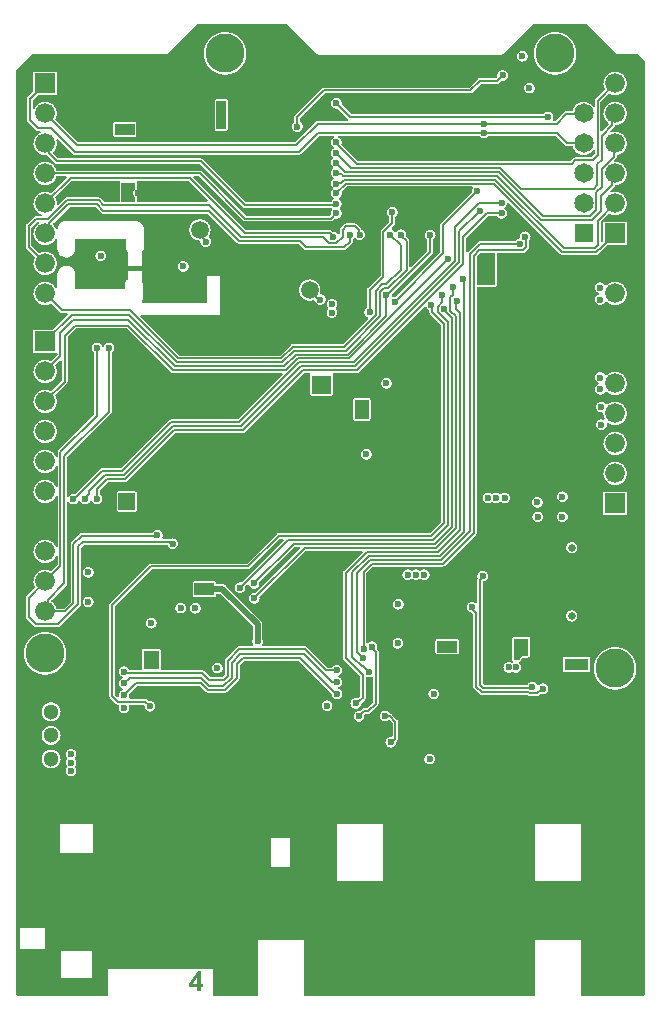
<source format=gbl>
G04*
G04 #@! TF.GenerationSoftware,Altium Limited,Altium Designer,21.9.2 (33)*
G04*
G04 Layer_Physical_Order=4*
G04 Layer_Color=16711680*
%FSLAX44Y44*%
%MOMM*%
G71*
G04*
G04 #@! TF.SameCoordinates,61AA5504-0FCC-4927-8ACB-8CDE8AB09ADF*
G04*
G04*
G04 #@! TF.FilePolarity,Positive*
G04*
G01*
G75*
%ADD151C,0.6500*%
G04:AMPARAMS|DCode=152|XSize=2.1mm|YSize=1mm|CornerRadius=0.5mm|HoleSize=0mm|Usage=FLASHONLY|Rotation=180.000|XOffset=0mm|YOffset=0mm|HoleType=Round|Shape=RoundedRectangle|*
%AMROUNDEDRECTD152*
21,1,2.1000,0.0000,0,0,180.0*
21,1,1.1000,1.0000,0,0,180.0*
1,1,1.0000,-0.5500,0.0000*
1,1,1.0000,0.5500,0.0000*
1,1,1.0000,0.5500,0.0000*
1,1,1.0000,-0.5500,0.0000*
%
%ADD152ROUNDEDRECTD152*%
G04:AMPARAMS|DCode=153|XSize=1.8mm|YSize=1mm|CornerRadius=0.5mm|HoleSize=0mm|Usage=FLASHONLY|Rotation=180.000|XOffset=0mm|YOffset=0mm|HoleType=Round|Shape=RoundedRectangle|*
%AMROUNDEDRECTD153*
21,1,1.8000,0.0000,0,0,180.0*
21,1,0.8000,1.0000,0,0,180.0*
1,1,1.0000,-0.4000,0.0000*
1,1,1.0000,0.4000,0.0000*
1,1,1.0000,0.4000,0.0000*
1,1,1.0000,-0.4000,0.0000*
%
%ADD153ROUNDEDRECTD153*%
%ADD160C,0.1844*%
%ADD167C,0.1524*%
%ADD168C,0.5080*%
%ADD171C,1.6500*%
%ADD172R,1.6500X1.6500*%
%ADD173C,1.3000*%
%ADD174P,1.4071X8X292.5*%
%ADD175C,1.6764*%
%ADD176R,1.6764X1.6764*%
%ADD177C,3.3000*%
%ADD178C,0.6000*%
%ADD179C,0.5000*%
%ADD186C,1.5000*%
%ADD187C,0.4000*%
G36*
X241792Y386624D02*
X241795Y386622D01*
X241797Y386618D01*
X242213Y386342D01*
X242632Y386063D01*
X242636Y386062D01*
X242639Y386059D01*
X243131Y385963D01*
X243623Y385865D01*
X243627Y385866D01*
X243631Y385865D01*
X256622Y385905D01*
X257579D01*
X259473Y385528D01*
X261257Y384789D01*
X262862Y383717D01*
X264227Y382352D01*
X265299Y380746D01*
X266038Y378963D01*
X266415Y377069D01*
Y376104D01*
Y-410000D01*
Y-410280D01*
X266200Y-410799D01*
X265803Y-411196D01*
X265285Y-411410D01*
X212500D01*
Y-364000D01*
X173500D01*
Y-411410D01*
X-22500Y-411410D01*
Y-364000D01*
X-61500D01*
Y-411410D01*
X-99000D01*
Y-389000D01*
X-188000D01*
Y-411410D01*
X-264877D01*
X-265574Y-411122D01*
X-266108Y-410588D01*
X-266396Y-409891D01*
Y-409514D01*
Y372147D01*
X-252678Y385865D01*
X-139492D01*
X-138501Y386063D01*
X-137661Y386624D01*
X-113028Y411256D01*
X-36419D01*
X-11331Y386169D01*
X-10491Y385607D01*
X-9500Y385410D01*
X144500D01*
X145491Y385607D01*
X146331Y386169D01*
X171419Y411256D01*
X217159D01*
X241792Y386624D01*
D02*
G37*
G36*
X-109798Y-401173D02*
X-107778D01*
Y-403899D01*
X-109798D01*
Y-407165D01*
X-112806D01*
Y-403899D01*
X-119478D01*
Y-401197D01*
X-112430Y-390836D01*
X-109798D01*
Y-401173D01*
D02*
G37*
%LPC*%
G36*
X162593Y388532D02*
X162407D01*
X162220Y388524D01*
X162033Y388509D01*
X161848Y388486D01*
X161663Y388455D01*
X161480Y388416D01*
X161299Y388371D01*
X161119Y388317D01*
X160943Y388256D01*
X160768Y388189D01*
X160597Y388113D01*
X160429Y388031D01*
X160265Y387942D01*
X160104Y387846D01*
X159947Y387744D01*
X159795Y387635D01*
X159648Y387521D01*
X159505Y387400D01*
X159367Y387273D01*
X159235Y387141D01*
X159108Y387003D01*
X158987Y386861D01*
X158872Y386713D01*
X158764Y386561D01*
X158661Y386404D01*
X158566Y386243D01*
X158477Y386079D01*
X158395Y385911D01*
X158320Y385740D01*
X158251Y385565D01*
X158191Y385388D01*
X158137Y385209D01*
X158091Y385028D01*
X158053Y384845D01*
X158022Y384660D01*
X157999Y384475D01*
X157984Y384288D01*
X157976Y384101D01*
Y383914D01*
X157984Y383728D01*
X157999Y383541D01*
X158022Y383356D01*
X158053Y383171D01*
X158091Y382988D01*
X158137Y382807D01*
X158191Y382627D01*
X158251Y382451D01*
X158320Y382276D01*
X158395Y382105D01*
X158477Y381937D01*
X158566Y381772D01*
X158661Y381612D01*
X158764Y381455D01*
X158872Y381303D01*
X158987Y381156D01*
X159108Y381013D01*
X159235Y380875D01*
X159367Y380743D01*
X159505Y380616D01*
X159648Y380495D01*
X159795Y380381D01*
X159947Y380272D01*
X160104Y380169D01*
X160265Y380074D01*
X160429Y379985D01*
X160597Y379903D01*
X160768Y379827D01*
X160943Y379759D01*
X161119Y379699D01*
X161299Y379645D01*
X161480Y379599D01*
X161663Y379561D01*
X161848Y379530D01*
X162033Y379507D01*
X162220Y379492D01*
X162407Y379484D01*
X162593D01*
X162780Y379492D01*
X162967Y379507D01*
X163152Y379530D01*
X163337Y379561D01*
X163520Y379599D01*
X163701Y379645D01*
X163881Y379699D01*
X164057Y379759D01*
X164232Y379827D01*
X164403Y379903D01*
X164571Y379985D01*
X164735Y380074D01*
X164896Y380169D01*
X165053Y380272D01*
X165205Y380381D01*
X165352Y380495D01*
X165495Y380616D01*
X165633Y380743D01*
X165765Y380875D01*
X165892Y381013D01*
X166013Y381156D01*
X166127Y381303D01*
X166236Y381455D01*
X166339Y381612D01*
X166434Y381772D01*
X166523Y381937D01*
X166605Y382105D01*
X166681Y382276D01*
X166749Y382451D01*
X166809Y382627D01*
X166863Y382807D01*
X166908Y382988D01*
X166947Y383171D01*
X166978Y383356D01*
X167001Y383541D01*
X167016Y383728D01*
X167024Y383914D01*
Y384101D01*
X167016Y384288D01*
X167001Y384475D01*
X166978Y384660D01*
X166947Y384845D01*
X166908Y385028D01*
X166863Y385209D01*
X166809Y385388D01*
X166749Y385565D01*
X166681Y385740D01*
X166605Y385911D01*
X166523Y386079D01*
X166434Y386243D01*
X166339Y386404D01*
X166236Y386561D01*
X166127Y386713D01*
X166013Y386861D01*
X165892Y387003D01*
X165765Y387141D01*
X165633Y387273D01*
X165495Y387400D01*
X165352Y387521D01*
X165205Y387635D01*
X165053Y387744D01*
X164896Y387846D01*
X164735Y387942D01*
X164571Y388031D01*
X164403Y388113D01*
X164232Y388189D01*
X164057Y388256D01*
X163881Y388317D01*
X163701Y388371D01*
X163520Y388416D01*
X163337Y388455D01*
X163152Y388486D01*
X162967Y388509D01*
X162780Y388524D01*
X162593Y388532D01*
D02*
G37*
G36*
X190486Y404424D02*
X190114D01*
X189741Y404416D01*
X189369Y404401D01*
X188997Y404378D01*
X188626Y404347D01*
X188255Y404309D01*
X187886Y404263D01*
X187517Y404209D01*
X187150Y404147D01*
X186784Y404079D01*
X186419Y404002D01*
X186056Y403918D01*
X185695Y403827D01*
X185336Y403728D01*
X184979Y403621D01*
X184624Y403508D01*
X184271Y403387D01*
X183922Y403259D01*
X183575Y403123D01*
X183230Y402981D01*
X182889Y402831D01*
X182551Y402674D01*
X182217Y402511D01*
X181885Y402340D01*
X181558Y402163D01*
X181234Y401979D01*
X180914Y401788D01*
X180598Y401591D01*
X180286Y401387D01*
X179978Y401177D01*
X179675Y400961D01*
X179376Y400738D01*
X179082Y400509D01*
X178793Y400274D01*
X178509Y400033D01*
X178230Y399787D01*
X177956Y399534D01*
X177687Y399277D01*
X177423Y399013D01*
X177166Y398744D01*
X176913Y398470D01*
X176667Y398191D01*
X176426Y397907D01*
X176191Y397617D01*
X175962Y397324D01*
X175739Y397025D01*
X175523Y396722D01*
X175313Y396414D01*
X175109Y396102D01*
X174912Y395786D01*
X174721Y395466D01*
X174537Y395142D01*
X174360Y394815D01*
X174189Y394483D01*
X174026Y394149D01*
X173869Y393811D01*
X173719Y393470D01*
X173577Y393125D01*
X173441Y392778D01*
X173313Y392429D01*
X173192Y392076D01*
X173078Y391721D01*
X172972Y391364D01*
X172873Y391005D01*
X172782Y390644D01*
X172698Y390281D01*
X172621Y389916D01*
X172553Y389550D01*
X172491Y389183D01*
X172437Y388814D01*
X172391Y388445D01*
X172353Y388074D01*
X172322Y387703D01*
X172299Y387331D01*
X172284Y386959D01*
X172276Y386586D01*
Y386214D01*
X172284Y385841D01*
X172299Y385469D01*
X172322Y385097D01*
X172353Y384726D01*
X172391Y384355D01*
X172437Y383986D01*
X172491Y383617D01*
X172553Y383250D01*
X172621Y382883D01*
X172698Y382519D01*
X172782Y382156D01*
X172873Y381795D01*
X172972Y381436D01*
X173078Y381079D01*
X173192Y380724D01*
X173313Y380371D01*
X173441Y380022D01*
X173577Y379675D01*
X173719Y379330D01*
X173869Y378989D01*
X174026Y378651D01*
X174189Y378317D01*
X174360Y377985D01*
X174537Y377658D01*
X174721Y377334D01*
X174912Y377014D01*
X175109Y376698D01*
X175313Y376386D01*
X175523Y376078D01*
X175739Y375775D01*
X175962Y375476D01*
X176191Y375182D01*
X176426Y374893D01*
X176667Y374609D01*
X176913Y374330D01*
X177166Y374056D01*
X177423Y373787D01*
X177687Y373523D01*
X177956Y373265D01*
X178230Y373013D01*
X178509Y372766D01*
X178793Y372526D01*
X179082Y372291D01*
X179376Y372062D01*
X179675Y371839D01*
X179978Y371623D01*
X180286Y371413D01*
X180598Y371209D01*
X180914Y371012D01*
X181234Y370821D01*
X181558Y370637D01*
X181885Y370460D01*
X182217Y370289D01*
X182551Y370126D01*
X182889Y369969D01*
X183230Y369819D01*
X183575Y369677D01*
X183922Y369541D01*
X184271Y369413D01*
X184624Y369292D01*
X184979Y369179D01*
X185336Y369072D01*
X185695Y368973D01*
X186056Y368882D01*
X186419Y368798D01*
X186784Y368721D01*
X187150Y368652D01*
X187517Y368591D01*
X187886Y368537D01*
X188255Y368491D01*
X188626Y368453D01*
X188997Y368422D01*
X189369Y368399D01*
X189741Y368384D01*
X190114Y368376D01*
X190486D01*
X190859Y368384D01*
X191231Y368399D01*
X191603Y368422D01*
X191974Y368453D01*
X192345Y368491D01*
X192714Y368537D01*
X193083Y368591D01*
X193450Y368652D01*
X193817Y368721D01*
X194181Y368798D01*
X194544Y368882D01*
X194905Y368973D01*
X195264Y369072D01*
X195621Y369179D01*
X195976Y369292D01*
X196329Y369413D01*
X196678Y369541D01*
X197025Y369677D01*
X197370Y369819D01*
X197711Y369969D01*
X198049Y370126D01*
X198383Y370289D01*
X198715Y370460D01*
X199042Y370637D01*
X199366Y370821D01*
X199686Y371012D01*
X200002Y371209D01*
X200314Y371413D01*
X200622Y371623D01*
X200925Y371839D01*
X201224Y372062D01*
X201518Y372291D01*
X201807Y372526D01*
X202091Y372766D01*
X202370Y373013D01*
X202644Y373265D01*
X202913Y373523D01*
X203177Y373787D01*
X203435Y374056D01*
X203687Y374330D01*
X203934Y374609D01*
X204174Y374893D01*
X204409Y375182D01*
X204638Y375476D01*
X204861Y375775D01*
X205077Y376078D01*
X205287Y376386D01*
X205491Y376698D01*
X205688Y377014D01*
X205879Y377334D01*
X206063Y377658D01*
X206240Y377985D01*
X206411Y378317D01*
X206574Y378651D01*
X206731Y378989D01*
X206881Y379330D01*
X207023Y379675D01*
X207159Y380022D01*
X207287Y380371D01*
X207408Y380724D01*
X207521Y381079D01*
X207628Y381436D01*
X207727Y381795D01*
X207818Y382156D01*
X207902Y382519D01*
X207979Y382883D01*
X208048Y383250D01*
X208109Y383617D01*
X208163Y383986D01*
X208209Y384355D01*
X208247Y384726D01*
X208278Y385097D01*
X208301Y385469D01*
X208316Y385841D01*
X208324Y386214D01*
Y386586D01*
X208316Y386959D01*
X208301Y387331D01*
X208278Y387703D01*
X208247Y388074D01*
X208209Y388445D01*
X208163Y388814D01*
X208109Y389183D01*
X208048Y389550D01*
X207979Y389916D01*
X207902Y390281D01*
X207818Y390644D01*
X207727Y391005D01*
X207628Y391364D01*
X207521Y391721D01*
X207408Y392076D01*
X207287Y392429D01*
X207159Y392778D01*
X207023Y393125D01*
X206881Y393470D01*
X206731Y393811D01*
X206574Y394149D01*
X206411Y394483D01*
X206240Y394815D01*
X206063Y395142D01*
X205879Y395466D01*
X205688Y395786D01*
X205491Y396102D01*
X205287Y396414D01*
X205077Y396722D01*
X204861Y397025D01*
X204638Y397324D01*
X204409Y397617D01*
X204174Y397907D01*
X203934Y398191D01*
X203687Y398470D01*
X203435Y398744D01*
X203177Y399013D01*
X202913Y399277D01*
X202644Y399534D01*
X202370Y399787D01*
X202091Y400033D01*
X201807Y400274D01*
X201518Y400509D01*
X201224Y400738D01*
X200925Y400961D01*
X200622Y401177D01*
X200314Y401387D01*
X200002Y401591D01*
X199686Y401788D01*
X199366Y401979D01*
X199042Y402163D01*
X198715Y402340D01*
X198383Y402511D01*
X198049Y402674D01*
X197711Y402831D01*
X197370Y402981D01*
X197025Y403123D01*
X196678Y403259D01*
X196329Y403387D01*
X195976Y403508D01*
X195621Y403621D01*
X195264Y403728D01*
X194905Y403827D01*
X194544Y403918D01*
X194181Y404002D01*
X193817Y404079D01*
X193450Y404147D01*
X193083Y404209D01*
X192714Y404263D01*
X192345Y404309D01*
X191974Y404347D01*
X191603Y404378D01*
X191231Y404401D01*
X190859Y404416D01*
X190486Y404424D01*
D02*
G37*
G36*
X-88914D02*
X-89286D01*
X-89659Y404416D01*
X-90031Y404401D01*
X-90403Y404378D01*
X-90774Y404347D01*
X-91145Y404309D01*
X-91514Y404263D01*
X-91883Y404209D01*
X-92250Y404147D01*
X-92617Y404079D01*
X-92981Y404002D01*
X-93344Y403918D01*
X-93705Y403827D01*
X-94064Y403728D01*
X-94421Y403621D01*
X-94776Y403508D01*
X-95129Y403387D01*
X-95478Y403259D01*
X-95825Y403123D01*
X-96170Y402981D01*
X-96511Y402831D01*
X-96849Y402674D01*
X-97183Y402511D01*
X-97515Y402340D01*
X-97842Y402163D01*
X-98166Y401979D01*
X-98486Y401788D01*
X-98802Y401591D01*
X-99114Y401387D01*
X-99422Y401177D01*
X-99725Y400961D01*
X-100024Y400738D01*
X-100318Y400509D01*
X-100607Y400274D01*
X-100891Y400033D01*
X-101170Y399787D01*
X-101444Y399534D01*
X-101713Y399277D01*
X-101977Y399013D01*
X-102234Y398744D01*
X-102487Y398470D01*
X-102733Y398191D01*
X-102974Y397907D01*
X-103209Y397617D01*
X-103438Y397324D01*
X-103661Y397025D01*
X-103877Y396722D01*
X-104087Y396414D01*
X-104291Y396102D01*
X-104488Y395786D01*
X-104679Y395466D01*
X-104863Y395142D01*
X-105040Y394815D01*
X-105211Y394483D01*
X-105374Y394149D01*
X-105531Y393811D01*
X-105681Y393470D01*
X-105823Y393125D01*
X-105959Y392778D01*
X-106087Y392429D01*
X-106208Y392076D01*
X-106321Y391721D01*
X-106428Y391364D01*
X-106527Y391005D01*
X-106618Y390644D01*
X-106702Y390281D01*
X-106779Y389916D01*
X-106847Y389550D01*
X-106909Y389183D01*
X-106962Y388814D01*
X-107009Y388445D01*
X-107047Y388074D01*
X-107078Y387703D01*
X-107101Y387331D01*
X-107116Y386959D01*
X-107124Y386586D01*
Y386214D01*
X-107116Y385841D01*
X-107101Y385469D01*
X-107078Y385097D01*
X-107047Y384726D01*
X-107009Y384355D01*
X-106962Y383986D01*
X-106909Y383617D01*
X-106847Y383250D01*
X-106779Y382883D01*
X-106702Y382519D01*
X-106618Y382156D01*
X-106527Y381795D01*
X-106428Y381436D01*
X-106321Y381079D01*
X-106208Y380724D01*
X-106087Y380371D01*
X-105959Y380022D01*
X-105823Y379675D01*
X-105681Y379330D01*
X-105531Y378989D01*
X-105374Y378651D01*
X-105211Y378317D01*
X-105040Y377985D01*
X-104863Y377658D01*
X-104679Y377334D01*
X-104488Y377014D01*
X-104291Y376698D01*
X-104087Y376386D01*
X-103877Y376078D01*
X-103661Y375775D01*
X-103438Y375476D01*
X-103209Y375182D01*
X-102974Y374893D01*
X-102733Y374609D01*
X-102487Y374330D01*
X-102234Y374056D01*
X-101977Y373787D01*
X-101713Y373523D01*
X-101444Y373265D01*
X-101170Y373013D01*
X-100891Y372766D01*
X-100607Y372526D01*
X-100318Y372291D01*
X-100024Y372062D01*
X-99725Y371839D01*
X-99422Y371623D01*
X-99114Y371413D01*
X-98802Y371209D01*
X-98486Y371012D01*
X-98166Y370821D01*
X-97842Y370637D01*
X-97515Y370460D01*
X-97183Y370289D01*
X-96849Y370126D01*
X-96511Y369969D01*
X-96170Y369819D01*
X-95825Y369677D01*
X-95478Y369541D01*
X-95129Y369413D01*
X-94776Y369292D01*
X-94421Y369179D01*
X-94064Y369072D01*
X-93705Y368973D01*
X-93344Y368882D01*
X-92981Y368798D01*
X-92617Y368721D01*
X-92250Y368652D01*
X-91883Y368591D01*
X-91514Y368537D01*
X-91145Y368491D01*
X-90774Y368453D01*
X-90403Y368422D01*
X-90031Y368399D01*
X-89659Y368384D01*
X-89286Y368376D01*
X-88914D01*
X-88541Y368384D01*
X-88169Y368399D01*
X-87797Y368422D01*
X-87426Y368453D01*
X-87055Y368491D01*
X-86686Y368537D01*
X-86317Y368591D01*
X-85950Y368652D01*
X-85583Y368721D01*
X-85219Y368798D01*
X-84856Y368882D01*
X-84495Y368973D01*
X-84136Y369072D01*
X-83779Y369179D01*
X-83424Y369292D01*
X-83071Y369413D01*
X-82722Y369541D01*
X-82375Y369677D01*
X-82030Y369819D01*
X-81689Y369969D01*
X-81351Y370126D01*
X-81017Y370289D01*
X-80685Y370460D01*
X-80358Y370637D01*
X-80034Y370821D01*
X-79714Y371012D01*
X-79398Y371209D01*
X-79086Y371413D01*
X-78778Y371623D01*
X-78475Y371839D01*
X-78176Y372062D01*
X-77882Y372291D01*
X-77593Y372526D01*
X-77309Y372766D01*
X-77030Y373013D01*
X-76756Y373265D01*
X-76487Y373523D01*
X-76223Y373787D01*
X-75965Y374056D01*
X-75713Y374330D01*
X-75466Y374609D01*
X-75226Y374893D01*
X-74991Y375182D01*
X-74762Y375476D01*
X-74539Y375775D01*
X-74323Y376078D01*
X-74113Y376386D01*
X-73909Y376698D01*
X-73712Y377014D01*
X-73521Y377334D01*
X-73337Y377658D01*
X-73160Y377985D01*
X-72989Y378317D01*
X-72826Y378651D01*
X-72669Y378989D01*
X-72519Y379330D01*
X-72377Y379675D01*
X-72241Y380022D01*
X-72113Y380371D01*
X-71992Y380724D01*
X-71878Y381079D01*
X-71772Y381436D01*
X-71673Y381795D01*
X-71582Y382156D01*
X-71498Y382519D01*
X-71421Y382883D01*
X-71353Y383250D01*
X-71291Y383617D01*
X-71237Y383986D01*
X-71191Y384355D01*
X-71153Y384726D01*
X-71122Y385097D01*
X-71099Y385469D01*
X-71084Y385841D01*
X-71076Y386214D01*
Y386586D01*
X-71084Y386959D01*
X-71099Y387331D01*
X-71122Y387703D01*
X-71153Y388074D01*
X-71191Y388445D01*
X-71237Y388814D01*
X-71291Y389183D01*
X-71353Y389550D01*
X-71421Y389916D01*
X-71498Y390281D01*
X-71582Y390644D01*
X-71673Y391005D01*
X-71772Y391364D01*
X-71878Y391721D01*
X-71992Y392076D01*
X-72113Y392429D01*
X-72241Y392778D01*
X-72377Y393125D01*
X-72519Y393470D01*
X-72669Y393811D01*
X-72826Y394149D01*
X-72989Y394483D01*
X-73160Y394815D01*
X-73337Y395142D01*
X-73521Y395466D01*
X-73712Y395786D01*
X-73909Y396102D01*
X-74113Y396414D01*
X-74323Y396722D01*
X-74539Y397025D01*
X-74762Y397324D01*
X-74991Y397617D01*
X-75226Y397907D01*
X-75466Y398191D01*
X-75713Y398470D01*
X-75965Y398744D01*
X-76223Y399013D01*
X-76487Y399277D01*
X-76756Y399534D01*
X-77030Y399787D01*
X-77309Y400033D01*
X-77593Y400274D01*
X-77882Y400509D01*
X-78176Y400738D01*
X-78475Y400961D01*
X-78778Y401177D01*
X-79086Y401387D01*
X-79398Y401591D01*
X-79714Y401788D01*
X-80034Y401979D01*
X-80358Y402163D01*
X-80685Y402340D01*
X-81017Y402511D01*
X-81351Y402674D01*
X-81689Y402831D01*
X-82030Y402981D01*
X-82375Y403123D01*
X-82722Y403259D01*
X-83071Y403387D01*
X-83424Y403508D01*
X-83779Y403621D01*
X-84136Y403728D01*
X-84495Y403827D01*
X-84856Y403918D01*
X-85219Y404002D01*
X-85583Y404079D01*
X-85950Y404147D01*
X-86317Y404209D01*
X-86686Y404263D01*
X-87055Y404309D01*
X-87426Y404347D01*
X-87797Y404378D01*
X-88169Y404401D01*
X-88541Y404416D01*
X-88914Y404424D01*
D02*
G37*
G36*
X145908Y372229D02*
X145721D01*
X145534Y372221D01*
X145348Y372206D01*
X145162Y372183D01*
X144978Y372152D01*
X144795Y372113D01*
X144613Y372067D01*
X144434Y372014D01*
X144257Y371953D01*
X144083Y371885D01*
X143912Y371810D01*
X143744Y371728D01*
X143579Y371639D01*
X143419Y371543D01*
X143262Y371441D01*
X143110Y371332D01*
X142962Y371217D01*
X142819Y371097D01*
X142682Y370970D01*
X142549Y370838D01*
X142423Y370700D01*
X142302Y370557D01*
X142187Y370410D01*
X142078Y370258D01*
X141976Y370101D01*
X141880Y369940D01*
X141791Y369776D01*
X141709Y369608D01*
X141634Y369436D01*
X141566Y369262D01*
X141505Y369085D01*
X141452Y368906D01*
X141406Y368725D01*
X141368Y368542D01*
X141337Y368357D01*
X141314Y368172D01*
X141298Y367985D01*
X141291Y367798D01*
Y367611D01*
X141298Y367425D01*
X141314Y367238D01*
X141337Y367052D01*
X141368Y366868D01*
X141394Y366744D01*
X140096Y365447D01*
X126436D01*
X126299Y365443D01*
X126162Y365432D01*
X126026Y365412D01*
X125891Y365386D01*
X125758Y365351D01*
X125628Y365310D01*
X125499Y365261D01*
X125374Y365205D01*
X125252Y365142D01*
X125134Y365072D01*
X125020Y364996D01*
X124910Y364913D01*
X124805Y364825D01*
X124706Y364730D01*
X117422Y357447D01*
X-5710D01*
X-5847Y357443D01*
X-5984Y357432D01*
X-6120Y357412D01*
X-6254Y357386D01*
X-6387Y357351D01*
X-6518Y357310D01*
X-6646Y357261D01*
X-6772Y357205D01*
X-6893Y357142D01*
X-7012Y357072D01*
X-7126Y356996D01*
X-7236Y356913D01*
X-7340Y356825D01*
X-7440Y356730D01*
X-30184Y333986D01*
X-30279Y333886D01*
X-30367Y333782D01*
X-30450Y333672D01*
X-30526Y333558D01*
X-30596Y333439D01*
X-30659Y333317D01*
X-30715Y333192D01*
X-30764Y333064D01*
X-30805Y332933D01*
X-30840Y332800D01*
X-30866Y332666D01*
X-30886Y332530D01*
X-30897Y332393D01*
X-30901Y332256D01*
Y327801D01*
X-30971Y327741D01*
X-31109Y327615D01*
X-31241Y327482D01*
X-31368Y327345D01*
X-31489Y327202D01*
X-31604Y327054D01*
X-31712Y326902D01*
X-31814Y326745D01*
X-31910Y326585D01*
X-31999Y326420D01*
X-32081Y326252D01*
X-32157Y326081D01*
X-32225Y325907D01*
X-32285Y325730D01*
X-32339Y325551D01*
X-32385Y325369D01*
X-32423Y325186D01*
X-32454Y325002D01*
X-32477Y324816D01*
X-32492Y324630D01*
X-32500Y324443D01*
Y324256D01*
X-32492Y324069D01*
X-32477Y323883D01*
X-32454Y323697D01*
X-32423Y323512D01*
X-32385Y323330D01*
X-32339Y323148D01*
X-32285Y322969D01*
X-32225Y322792D01*
X-32157Y322618D01*
X-32081Y322447D01*
X-31999Y322279D01*
X-31910Y322114D01*
X-31814Y321953D01*
X-31712Y321797D01*
X-31604Y321645D01*
X-31489Y321497D01*
X-31368Y321354D01*
X-31241Y321217D01*
X-31109Y321084D01*
X-30971Y320958D01*
X-30828Y320837D01*
X-30681Y320722D01*
X-30529Y320613D01*
X-30372Y320511D01*
X-30211Y320415D01*
X-30047Y320326D01*
X-29879Y320244D01*
X-29708Y320169D01*
X-29533Y320101D01*
X-29357Y320040D01*
X-29177Y319987D01*
X-28996Y319941D01*
X-28813Y319902D01*
X-28628Y319872D01*
X-28443Y319849D01*
X-28256Y319833D01*
X-28070Y319825D01*
X-27882D01*
X-27696Y319833D01*
X-27509Y319849D01*
X-27324Y319872D01*
X-27139Y319902D01*
X-26956Y319941D01*
X-26775Y319987D01*
X-26595Y320040D01*
X-26419Y320101D01*
X-26244Y320169D01*
X-26073Y320244D01*
X-25905Y320326D01*
X-25741Y320415D01*
X-25580Y320511D01*
X-25423Y320613D01*
X-25271Y320722D01*
X-25124Y320837D01*
X-24981Y320958D01*
X-24843Y321084D01*
X-24711Y321217D01*
X-24584Y321354D01*
X-24463Y321497D01*
X-24348Y321645D01*
X-24240Y321797D01*
X-24137Y321953D01*
X-24042Y322114D01*
X-23953Y322279D01*
X-23871Y322447D01*
X-23795Y322618D01*
X-23728Y322792D01*
X-23667Y322969D01*
X-23613Y323148D01*
X-23568Y323330D01*
X-23529Y323512D01*
X-23498Y323697D01*
X-23475Y323883D01*
X-23460Y324069D01*
X-23452Y324256D01*
Y324443D01*
X-23460Y324630D01*
X-23475Y324816D01*
X-23498Y325002D01*
X-23529Y325186D01*
X-23568Y325369D01*
X-23613Y325551D01*
X-23667Y325730D01*
X-23728Y325907D01*
X-23795Y326081D01*
X-23871Y326252D01*
X-23953Y326420D01*
X-24042Y326585D01*
X-24137Y326745D01*
X-24240Y326902D01*
X-24348Y327054D01*
X-24463Y327202D01*
X-24584Y327345D01*
X-24711Y327482D01*
X-24843Y327615D01*
X-24981Y327741D01*
X-25124Y327862D01*
X-25271Y327977D01*
X-25423Y328086D01*
X-25580Y328188D01*
X-25741Y328284D01*
X-25905Y328373D01*
X-26007Y328423D01*
Y331242D01*
X-4696Y352553D01*
X118436D01*
X118573Y352557D01*
X118710Y352568D01*
X118846Y352588D01*
X118980Y352614D01*
X119113Y352649D01*
X119244Y352690D01*
X119372Y352739D01*
X119498Y352795D01*
X119620Y352858D01*
X119738Y352928D01*
X119852Y353004D01*
X119962Y353087D01*
X120066Y353175D01*
X120166Y353270D01*
X127450Y360553D01*
X141110D01*
X141247Y360557D01*
X141384Y360568D01*
X141520Y360588D01*
X141654Y360614D01*
X141787Y360649D01*
X141918Y360690D01*
X142046Y360739D01*
X142171Y360795D01*
X142293Y360858D01*
X142412Y360928D01*
X142526Y361004D01*
X142635Y361087D01*
X142740Y361175D01*
X142840Y361270D01*
X144854Y363284D01*
X144978Y363258D01*
X145162Y363227D01*
X145348Y363204D01*
X145534Y363189D01*
X145721Y363181D01*
X145908D01*
X146095Y363189D01*
X146281Y363204D01*
X146467Y363227D01*
X146651Y363258D01*
X146834Y363296D01*
X147016Y363342D01*
X147195Y363396D01*
X147372Y363456D01*
X147546Y363524D01*
X147718Y363600D01*
X147886Y363682D01*
X148050Y363771D01*
X148211Y363866D01*
X148367Y363969D01*
X148519Y364077D01*
X148667Y364192D01*
X148810Y364313D01*
X148947Y364440D01*
X149080Y364572D01*
X149206Y364710D01*
X149327Y364852D01*
X149442Y365000D01*
X149551Y365152D01*
X149653Y365309D01*
X149749Y365470D01*
X149838Y365634D01*
X149920Y365802D01*
X149995Y365973D01*
X150063Y366147D01*
X150124Y366324D01*
X150177Y366504D01*
X150223Y366685D01*
X150261Y366868D01*
X150292Y367052D01*
X150315Y367238D01*
X150331Y367425D01*
X150339Y367611D01*
Y367798D01*
X150331Y367985D01*
X150315Y368172D01*
X150292Y368357D01*
X150261Y368542D01*
X150223Y368725D01*
X150177Y368906D01*
X150124Y369085D01*
X150063Y369262D01*
X149995Y369436D01*
X149920Y369608D01*
X149838Y369776D01*
X149749Y369940D01*
X149653Y370101D01*
X149551Y370258D01*
X149442Y370410D01*
X149327Y370557D01*
X149206Y370700D01*
X149080Y370838D01*
X148947Y370970D01*
X148810Y371097D01*
X148667Y371217D01*
X148519Y371332D01*
X148367Y371441D01*
X148211Y371543D01*
X148050Y371639D01*
X147886Y371728D01*
X147718Y371810D01*
X147546Y371885D01*
X147372Y371953D01*
X147195Y372014D01*
X147016Y372067D01*
X146834Y372113D01*
X146651Y372152D01*
X146467Y372183D01*
X146281Y372206D01*
X146095Y372221D01*
X145908Y372229D01*
D02*
G37*
G36*
X168601Y361524D02*
X168414D01*
X168228Y361516D01*
X168041Y361501D01*
X167856Y361478D01*
X167671Y361447D01*
X167488Y361409D01*
X167307Y361363D01*
X167127Y361309D01*
X166951Y361249D01*
X166776Y361180D01*
X166605Y361105D01*
X166437Y361023D01*
X166273Y360934D01*
X166112Y360838D01*
X165955Y360736D01*
X165803Y360628D01*
X165655Y360513D01*
X165513Y360392D01*
X165375Y360265D01*
X165243Y360133D01*
X165116Y359995D01*
X164995Y359852D01*
X164881Y359705D01*
X164772Y359553D01*
X164669Y359396D01*
X164574Y359235D01*
X164485Y359071D01*
X164403Y358903D01*
X164328Y358732D01*
X164259Y358557D01*
X164199Y358381D01*
X164145Y358201D01*
X164100Y358020D01*
X164061Y357837D01*
X164030Y357652D01*
X164007Y357467D01*
X163992Y357280D01*
X163984Y357094D01*
Y356906D01*
X163992Y356720D01*
X164007Y356533D01*
X164030Y356348D01*
X164061Y356163D01*
X164100Y355980D01*
X164145Y355799D01*
X164199Y355620D01*
X164259Y355443D01*
X164328Y355268D01*
X164403Y355097D01*
X164485Y354929D01*
X164574Y354765D01*
X164669Y354604D01*
X164772Y354447D01*
X164881Y354295D01*
X164995Y354147D01*
X165116Y354005D01*
X165243Y353867D01*
X165375Y353735D01*
X165513Y353608D01*
X165655Y353487D01*
X165803Y353372D01*
X165955Y353264D01*
X166112Y353162D01*
X166273Y353066D01*
X166437Y352977D01*
X166605Y352895D01*
X166776Y352820D01*
X166951Y352752D01*
X167127Y352691D01*
X167307Y352637D01*
X167488Y352591D01*
X167671Y352553D01*
X167856Y352522D01*
X168041Y352499D01*
X168228Y352484D01*
X168414Y352476D01*
X168601D01*
X168788Y352484D01*
X168975Y352499D01*
X169160Y352522D01*
X169345Y352553D01*
X169528Y352591D01*
X169709Y352637D01*
X169888Y352691D01*
X170065Y352752D01*
X170240Y352820D01*
X170411Y352895D01*
X170579Y352977D01*
X170743Y353066D01*
X170904Y353162D01*
X171061Y353264D01*
X171213Y353372D01*
X171360Y353487D01*
X171503Y353608D01*
X171641Y353735D01*
X171773Y353867D01*
X171900Y354005D01*
X172021Y354147D01*
X172136Y354295D01*
X172244Y354447D01*
X172346Y354604D01*
X172442Y354765D01*
X172531Y354929D01*
X172613Y355097D01*
X172689Y355268D01*
X172757Y355443D01*
X172817Y355620D01*
X172871Y355799D01*
X172917Y355980D01*
X172955Y356163D01*
X172986Y356348D01*
X173009Y356533D01*
X173024Y356720D01*
X173032Y356906D01*
Y357094D01*
X173024Y357280D01*
X173009Y357467D01*
X172986Y357652D01*
X172955Y357837D01*
X172917Y358020D01*
X172871Y358201D01*
X172817Y358381D01*
X172757Y358557D01*
X172689Y358732D01*
X172613Y358903D01*
X172531Y359071D01*
X172442Y359235D01*
X172346Y359396D01*
X172244Y359553D01*
X172136Y359705D01*
X172021Y359852D01*
X171900Y359995D01*
X171773Y360133D01*
X171641Y360265D01*
X171503Y360392D01*
X171360Y360513D01*
X171213Y360628D01*
X171061Y360736D01*
X170904Y360838D01*
X170743Y360934D01*
X170579Y361023D01*
X170411Y361105D01*
X170240Y361180D01*
X170065Y361249D01*
X169888Y361309D01*
X169709Y361363D01*
X169528Y361409D01*
X169345Y361447D01*
X169160Y361478D01*
X168975Y361501D01*
X168788Y361516D01*
X168601Y361524D01*
D02*
G37*
G36*
X241239Y370906D02*
X240961D01*
X240683Y370898D01*
X240406Y370883D01*
X240129Y370859D01*
X239853Y370828D01*
X239578Y370789D01*
X239304Y370743D01*
X239031Y370689D01*
X238760Y370627D01*
X238491Y370557D01*
X238224Y370480D01*
X237959Y370396D01*
X237697Y370304D01*
X237437Y370205D01*
X237181Y370099D01*
X236927Y369985D01*
X236677Y369865D01*
X236430Y369737D01*
X236187Y369603D01*
X235947Y369462D01*
X235712Y369314D01*
X235481Y369159D01*
X235254Y368998D01*
X235032Y368831D01*
X234815Y368658D01*
X234603Y368479D01*
X234396Y368294D01*
X234194Y368103D01*
X233997Y367906D01*
X233806Y367704D01*
X233621Y367497D01*
X233442Y367285D01*
X233269Y367068D01*
X233102Y366846D01*
X232941Y366619D01*
X232786Y366388D01*
X232638Y366153D01*
X232497Y365913D01*
X232363Y365670D01*
X232235Y365423D01*
X232115Y365173D01*
X232001Y364919D01*
X231895Y364663D01*
X231796Y364403D01*
X231704Y364141D01*
X231620Y363876D01*
X231543Y363609D01*
X231473Y363340D01*
X231411Y363069D01*
X231357Y362796D01*
X231311Y362522D01*
X231272Y362247D01*
X231241Y361971D01*
X231217Y361694D01*
X231202Y361417D01*
X231194Y361139D01*
Y360861D01*
X231202Y360583D01*
X231217Y360306D01*
X231241Y360029D01*
X231272Y359753D01*
X231311Y359478D01*
X231357Y359204D01*
X231411Y358931D01*
X231473Y358660D01*
X231543Y358391D01*
X231620Y358124D01*
X231704Y357859D01*
X231796Y357597D01*
X231895Y357337D01*
X232001Y357081D01*
X232115Y356827D01*
X232235Y356577D01*
X232363Y356330D01*
X232497Y356087D01*
X232582Y355943D01*
X224520Y347880D01*
X224425Y347780D01*
X224337Y347676D01*
X224254Y347566D01*
X224178Y347452D01*
X224108Y347334D01*
X224045Y347212D01*
X223989Y347086D01*
X223940Y346958D01*
X223899Y346827D01*
X223864Y346694D01*
X223838Y346560D01*
X223818Y346424D01*
X223807Y346287D01*
X223803Y346150D01*
Y341553D01*
X223396Y341317D01*
X222551Y341144D01*
X222392Y341368D01*
X222227Y341587D01*
X222056Y341801D01*
X221879Y342011D01*
X221697Y342215D01*
X221508Y342414D01*
X221314Y342608D01*
X221115Y342797D01*
X220911Y342979D01*
X220701Y343156D01*
X220487Y343327D01*
X220268Y343492D01*
X220044Y343651D01*
X219816Y343803D01*
X219584Y343949D01*
X219348Y344088D01*
X219108Y344221D01*
X218864Y344347D01*
X218617Y344465D01*
X218367Y344577D01*
X218114Y344682D01*
X217858Y344780D01*
X217599Y344871D01*
X217337Y344954D01*
X217074Y345030D01*
X216809Y345098D01*
X216541Y345159D01*
X216272Y345213D01*
X216002Y345259D01*
X215731Y345297D01*
X215458Y345328D01*
X215185Y345351D01*
X214911Y345366D01*
X214637Y345374D01*
X214363D01*
X214089Y345366D01*
X213815Y345351D01*
X213542Y345328D01*
X213269Y345297D01*
X212998Y345259D01*
X212728Y345213D01*
X212459Y345159D01*
X212191Y345098D01*
X211926Y345030D01*
X211663Y344954D01*
X211401Y344871D01*
X211143Y344780D01*
X210886Y344682D01*
X210633Y344577D01*
X210383Y344465D01*
X210136Y344347D01*
X209892Y344221D01*
X209652Y344088D01*
X209416Y343949D01*
X209184Y343803D01*
X208956Y343651D01*
X208732Y343492D01*
X208513Y343327D01*
X208299Y343156D01*
X208089Y342979D01*
X207885Y342797D01*
X207686Y342608D01*
X207492Y342414D01*
X207303Y342215D01*
X207121Y342011D01*
X206944Y341801D01*
X206773Y341587D01*
X206608Y341368D01*
X206449Y341144D01*
X206297Y340916D01*
X206151Y340684D01*
X206012Y340448D01*
X205879Y340208D01*
X205753Y339964D01*
X205634Y339717D01*
X205522Y339467D01*
X205417Y339214D01*
X205320Y338957D01*
X205229Y338699D01*
X205146Y338438D01*
X205070Y338174D01*
X205002Y337909D01*
X204941Y337641D01*
X204915Y337511D01*
X199564D01*
X199427Y337507D01*
X199290Y337496D01*
X199154Y337477D01*
X199020Y337450D01*
X198887Y337416D01*
X198756Y337374D01*
X198628Y337325D01*
X198503Y337269D01*
X198381Y337206D01*
X198262Y337136D01*
X198148Y337060D01*
X198039Y336977D01*
X197934Y336889D01*
X197834Y336794D01*
X190486Y329447D01*
X189160D01*
X188790Y329760D01*
X188736Y329831D01*
X188650Y330005D01*
X188404Y330717D01*
X188431Y330776D01*
X188498Y330951D01*
X188559Y331128D01*
X188613Y331307D01*
X188659Y331488D01*
X188697Y331671D01*
X188728Y331856D01*
X188751Y332041D01*
X188766Y332228D01*
X188774Y332415D01*
Y332602D01*
X188766Y332788D01*
X188751Y332975D01*
X188728Y333160D01*
X188697Y333345D01*
X188659Y333528D01*
X188613Y333709D01*
X188559Y333889D01*
X188498Y334065D01*
X188431Y334240D01*
X188355Y334411D01*
X188273Y334579D01*
X188184Y334743D01*
X188088Y334904D01*
X187986Y335061D01*
X187878Y335213D01*
X187763Y335360D01*
X187642Y335503D01*
X187515Y335641D01*
X187383Y335773D01*
X187245Y335900D01*
X187103Y336021D01*
X186955Y336135D01*
X186803Y336244D01*
X186646Y336347D01*
X186485Y336442D01*
X186321Y336531D01*
X186153Y336613D01*
X185982Y336688D01*
X185807Y336757D01*
X185630Y336817D01*
X185451Y336871D01*
X185270Y336917D01*
X185087Y336955D01*
X184902Y336986D01*
X184717Y337009D01*
X184530Y337024D01*
X184343Y337032D01*
X184156D01*
X183970Y337024D01*
X183783Y337009D01*
X183598Y336986D01*
X183413Y336955D01*
X183230Y336917D01*
X183049Y336871D01*
X182869Y336817D01*
X182693Y336757D01*
X182518Y336688D01*
X182347Y336613D01*
X182179Y336531D01*
X182015Y336442D01*
X181854Y336347D01*
X181697Y336244D01*
X181545Y336135D01*
X181397Y336021D01*
X181255Y335900D01*
X181117Y335773D01*
X180985Y335641D01*
X180858Y335503D01*
X180737Y335360D01*
X180623Y335213D01*
X180514Y335061D01*
X180445Y334955D01*
X17639D01*
X9429Y343164D01*
X9455Y343288D01*
X9486Y343473D01*
X9509Y343658D01*
X9524Y343845D01*
X9532Y344031D01*
Y344218D01*
X9524Y344405D01*
X9509Y344592D01*
X9486Y344777D01*
X9455Y344962D01*
X9416Y345145D01*
X9371Y345326D01*
X9317Y345505D01*
X9257Y345682D01*
X9189Y345857D01*
X9113Y346028D01*
X9031Y346196D01*
X8942Y346360D01*
X8846Y346521D01*
X8744Y346678D01*
X8636Y346830D01*
X8521Y346978D01*
X8400Y347120D01*
X8273Y347258D01*
X8141Y347390D01*
X8003Y347517D01*
X7861Y347638D01*
X7713Y347752D01*
X7561Y347861D01*
X7404Y347963D01*
X7243Y348059D01*
X7079Y348148D01*
X6911Y348230D01*
X6740Y348306D01*
X6565Y348373D01*
X6388Y348434D01*
X6209Y348488D01*
X6028Y348534D01*
X5845Y348572D01*
X5660Y348603D01*
X5475Y348626D01*
X5288Y348641D01*
X5102Y348649D01*
X4915D01*
X4728Y348641D01*
X4541Y348626D01*
X4356Y348603D01*
X4171Y348572D01*
X3988Y348534D01*
X3807Y348488D01*
X3627Y348434D01*
X3451Y348373D01*
X3276Y348306D01*
X3105Y348230D01*
X2937Y348148D01*
X2773Y348059D01*
X2612Y347963D01*
X2455Y347861D01*
X2303Y347752D01*
X2156Y347638D01*
X2013Y347517D01*
X1875Y347390D01*
X1743Y347258D01*
X1616Y347120D01*
X1495Y346978D01*
X1381Y346830D01*
X1272Y346678D01*
X1169Y346521D01*
X1074Y346360D01*
X985Y346196D01*
X903Y346028D01*
X828Y345857D01*
X759Y345682D01*
X699Y345505D01*
X645Y345326D01*
X600Y345145D01*
X561Y344962D01*
X530Y344777D01*
X507Y344592D01*
X492Y344405D01*
X484Y344218D01*
Y344031D01*
X492Y343845D01*
X507Y343658D01*
X530Y343473D01*
X561Y343288D01*
X600Y343105D01*
X645Y342924D01*
X699Y342744D01*
X759Y342568D01*
X828Y342393D01*
X903Y342222D01*
X985Y342054D01*
X1074Y341890D01*
X1169Y341729D01*
X1272Y341572D01*
X1381Y341420D01*
X1495Y341273D01*
X1616Y341130D01*
X1743Y340992D01*
X1875Y340860D01*
X2013Y340733D01*
X2156Y340612D01*
X2303Y340498D01*
X2455Y340389D01*
X2612Y340286D01*
X2773Y340191D01*
X2937Y340102D01*
X3105Y340020D01*
X3276Y339944D01*
X3451Y339877D01*
X3627Y339816D01*
X3807Y339762D01*
X3988Y339716D01*
X4171Y339678D01*
X4356Y339647D01*
X4541Y339624D01*
X4728Y339609D01*
X4915Y339601D01*
X5102D01*
X5288Y339609D01*
X5475Y339624D01*
X5660Y339647D01*
X5845Y339678D01*
X5968Y339704D01*
X14895Y330778D01*
X14959Y330717D01*
X14955Y330372D01*
X14929Y330167D01*
X14839Y329943D01*
X14517Y329447D01*
X-10500D01*
X-10637Y329443D01*
X-10774Y329432D01*
X-10910Y329412D01*
X-11044Y329386D01*
X-11177Y329351D01*
X-11308Y329310D01*
X-11436Y329261D01*
X-11562Y329205D01*
X-11684Y329142D01*
X-11802Y329072D01*
X-11916Y328996D01*
X-12026Y328913D01*
X-12131Y328825D01*
X-12230Y328730D01*
X-29826Y311134D01*
X-213574D01*
X-232982Y330543D01*
X-232897Y330687D01*
X-232763Y330930D01*
X-232635Y331177D01*
X-232515Y331427D01*
X-232401Y331681D01*
X-232295Y331937D01*
X-232196Y332197D01*
X-232104Y332459D01*
X-232020Y332724D01*
X-231943Y332991D01*
X-231873Y333260D01*
X-231811Y333531D01*
X-231757Y333804D01*
X-231711Y334078D01*
X-231672Y334353D01*
X-231641Y334629D01*
X-231617Y334906D01*
X-231602Y335183D01*
X-231594Y335461D01*
Y335739D01*
X-231602Y336017D01*
X-231617Y336294D01*
X-231641Y336571D01*
X-231672Y336847D01*
X-231711Y337122D01*
X-231757Y337396D01*
X-231811Y337669D01*
X-231873Y337940D01*
X-231943Y338209D01*
X-232020Y338476D01*
X-232104Y338741D01*
X-232196Y339003D01*
X-232295Y339263D01*
X-232401Y339519D01*
X-232515Y339773D01*
X-232635Y340023D01*
X-232763Y340270D01*
X-232897Y340513D01*
X-233038Y340753D01*
X-233186Y340988D01*
X-233341Y341219D01*
X-233501Y341446D01*
X-233668Y341668D01*
X-233842Y341885D01*
X-234021Y342097D01*
X-234206Y342304D01*
X-234397Y342506D01*
X-234594Y342703D01*
X-234796Y342894D01*
X-235003Y343079D01*
X-235215Y343258D01*
X-235432Y343431D01*
X-235654Y343599D01*
X-235881Y343759D01*
X-236112Y343914D01*
X-236347Y344062D01*
X-236587Y344203D01*
X-236830Y344337D01*
X-237077Y344465D01*
X-237327Y344585D01*
X-237581Y344699D01*
X-237838Y344805D01*
X-238097Y344904D01*
X-238359Y344996D01*
X-238624Y345080D01*
X-238891Y345157D01*
X-239160Y345227D01*
X-239431Y345289D01*
X-239704Y345343D01*
X-239978Y345389D01*
X-240253Y345428D01*
X-240529Y345459D01*
X-240806Y345483D01*
X-241083Y345498D01*
X-241361Y345506D01*
X-241639D01*
X-241917Y345498D01*
X-242194Y345483D01*
X-242471Y345459D01*
X-242747Y345428D01*
X-243022Y345389D01*
X-243296Y345343D01*
X-243569Y345289D01*
X-243840Y345227D01*
X-244109Y345157D01*
X-244376Y345080D01*
X-244641Y344996D01*
X-244903Y344904D01*
X-245163Y344805D01*
X-245419Y344699D01*
X-245673Y344585D01*
X-245923Y344465D01*
X-246170Y344337D01*
X-246413Y344203D01*
X-246653Y344062D01*
X-246888Y343914D01*
X-247119Y343759D01*
X-247346Y343599D01*
X-247568Y343431D01*
X-247785Y343258D01*
X-247997Y343079D01*
X-248204Y342894D01*
X-248406Y342703D01*
X-248603Y342506D01*
X-248794Y342304D01*
X-248979Y342097D01*
X-249158Y341885D01*
X-249331Y341668D01*
X-249499Y341446D01*
X-249659Y341219D01*
X-249814Y340988D01*
X-249962Y340753D01*
X-250103Y340513D01*
X-250237Y340270D01*
X-250365Y340023D01*
X-250485Y339773D01*
X-250599Y339519D01*
X-250705Y339263D01*
X-250804Y339003D01*
X-252053Y339279D01*
Y346986D01*
X-247945Y351094D01*
X-231594D01*
Y370906D01*
X-251406D01*
Y354554D01*
X-256230Y349730D01*
X-256325Y349631D01*
X-256413Y349526D01*
X-256496Y349416D01*
X-256572Y349302D01*
X-256642Y349184D01*
X-256705Y349062D01*
X-256761Y348936D01*
X-256810Y348808D01*
X-256851Y348677D01*
X-256886Y348545D01*
X-256912Y348410D01*
X-256932Y348274D01*
X-256943Y348137D01*
X-256947Y348000D01*
Y330000D01*
X-256943Y329863D01*
X-256932Y329726D01*
X-256912Y329590D01*
X-256886Y329455D01*
X-256851Y329323D01*
X-256810Y329192D01*
X-256761Y329064D01*
X-256705Y328938D01*
X-256642Y328816D01*
X-256572Y328698D01*
X-256496Y328584D01*
X-256413Y328474D01*
X-256325Y328369D01*
X-256230Y328270D01*
X-249230Y321270D01*
X-249130Y321175D01*
X-249026Y321087D01*
X-248916Y321004D01*
X-248802Y320928D01*
X-248684Y320858D01*
X-248562Y320795D01*
X-248436Y320739D01*
X-248308Y320690D01*
X-248177Y320649D01*
X-248044Y320614D01*
X-247910Y320588D01*
X-247774Y320568D01*
X-247637Y320557D01*
X-247500Y320553D01*
X-245710D01*
X-245419Y319299D01*
X-245673Y319185D01*
X-245923Y319065D01*
X-246170Y318937D01*
X-246413Y318803D01*
X-246653Y318661D01*
X-246888Y318514D01*
X-247119Y318359D01*
X-247346Y318199D01*
X-247568Y318031D01*
X-247785Y317858D01*
X-247997Y317679D01*
X-248204Y317494D01*
X-248406Y317303D01*
X-248603Y317106D01*
X-248794Y316904D01*
X-248979Y316697D01*
X-249158Y316485D01*
X-249331Y316268D01*
X-249499Y316046D01*
X-249659Y315819D01*
X-249814Y315588D01*
X-249962Y315353D01*
X-250103Y315113D01*
X-250237Y314870D01*
X-250365Y314623D01*
X-250485Y314373D01*
X-250599Y314119D01*
X-250705Y313862D01*
X-250804Y313603D01*
X-250896Y313341D01*
X-250980Y313076D01*
X-251057Y312809D01*
X-251127Y312540D01*
X-251189Y312269D01*
X-251243Y311996D01*
X-251289Y311722D01*
X-251328Y311447D01*
X-251359Y311171D01*
X-251383Y310894D01*
X-251398Y310617D01*
X-251406Y310339D01*
Y310061D01*
X-251398Y309783D01*
X-251383Y309506D01*
X-251359Y309229D01*
X-251328Y308953D01*
X-251289Y308678D01*
X-251243Y308404D01*
X-251189Y308131D01*
X-251127Y307860D01*
X-251057Y307591D01*
X-250980Y307324D01*
X-250896Y307059D01*
X-250804Y306797D01*
X-250705Y306537D01*
X-250599Y306281D01*
X-250485Y306027D01*
X-250365Y305777D01*
X-250237Y305530D01*
X-250103Y305287D01*
X-249962Y305047D01*
X-249814Y304812D01*
X-249659Y304581D01*
X-249499Y304354D01*
X-249331Y304132D01*
X-249158Y303915D01*
X-248979Y303703D01*
X-248794Y303496D01*
X-248603Y303294D01*
X-248406Y303097D01*
X-248204Y302906D01*
X-247997Y302721D01*
X-247785Y302542D01*
X-247568Y302369D01*
X-247346Y302201D01*
X-247119Y302041D01*
X-246888Y301886D01*
X-246653Y301738D01*
X-246413Y301597D01*
X-246170Y301463D01*
X-245923Y301335D01*
X-245673Y301215D01*
X-245419Y301101D01*
X-245163Y300995D01*
X-244903Y300896D01*
X-244641Y300804D01*
X-244376Y300720D01*
X-244109Y300643D01*
X-243840Y300573D01*
X-243569Y300511D01*
X-243296Y300457D01*
X-243022Y300411D01*
X-242747Y300372D01*
X-242471Y300341D01*
X-242194Y300317D01*
X-241917Y300302D01*
X-241639Y300294D01*
X-241361D01*
X-241083Y300302D01*
X-240806Y300317D01*
X-240529Y300341D01*
X-240324Y300364D01*
X-233230Y293270D01*
X-233130Y293175D01*
X-233026Y293087D01*
X-232916Y293004D01*
X-232802Y292928D01*
X-232684Y292858D01*
X-232562Y292795D01*
X-232436Y292739D01*
X-232308Y292690D01*
X-232177Y292649D01*
X-232045Y292614D01*
X-231910Y292588D01*
X-231774Y292568D01*
X-231637Y292557D01*
X-231500Y292553D01*
X-110703D01*
X-74230Y256080D01*
X-74131Y255986D01*
X-74026Y255897D01*
X-73916Y255815D01*
X-73802Y255739D01*
X-73684Y255669D01*
X-73562Y255606D01*
X-73436Y255550D01*
X-73308Y255501D01*
X-73177Y255459D01*
X-73045Y255425D01*
X-72910Y255398D01*
X-72774Y255379D01*
X-72637Y255367D01*
X-72500Y255364D01*
X1195D01*
X1376Y255148D01*
X1602Y254749D01*
X1683Y254392D01*
X1707Y254093D01*
X1616Y253995D01*
X1495Y253853D01*
X1381Y253705D01*
X1272Y253553D01*
X1169Y253396D01*
X1074Y253235D01*
X985Y253071D01*
X903Y252903D01*
X828Y252732D01*
X759Y252557D01*
X699Y252381D01*
X645Y252201D01*
X600Y252020D01*
X561Y251837D01*
X530Y251652D01*
X507Y251467D01*
X492Y251280D01*
X484Y251094D01*
Y250907D01*
X492Y250720D01*
X507Y250533D01*
X530Y250348D01*
X547Y250249D01*
X-702Y249001D01*
X-71040D01*
X-108570Y286530D01*
X-108670Y286625D01*
X-108774Y286713D01*
X-108884Y286796D01*
X-108998Y286872D01*
X-109116Y286942D01*
X-109238Y287005D01*
X-109364Y287061D01*
X-109492Y287110D01*
X-109623Y287151D01*
X-109755Y287186D01*
X-109890Y287212D01*
X-110026Y287232D01*
X-110163Y287243D01*
X-110300Y287247D01*
X-231901D01*
X-231943Y287409D01*
X-232020Y287676D01*
X-232104Y287941D01*
X-232196Y288203D01*
X-232295Y288463D01*
X-232401Y288719D01*
X-232515Y288973D01*
X-232635Y289223D01*
X-232763Y289470D01*
X-232897Y289713D01*
X-233038Y289953D01*
X-233186Y290188D01*
X-233341Y290419D01*
X-233501Y290646D01*
X-233668Y290868D01*
X-233842Y291085D01*
X-234021Y291297D01*
X-234206Y291504D01*
X-234397Y291706D01*
X-234594Y291903D01*
X-234796Y292094D01*
X-235003Y292279D01*
X-235215Y292458D01*
X-235432Y292631D01*
X-235654Y292799D01*
X-235881Y292959D01*
X-236112Y293114D01*
X-236347Y293262D01*
X-236587Y293403D01*
X-236830Y293537D01*
X-237077Y293665D01*
X-237327Y293785D01*
X-237581Y293899D01*
X-237838Y294005D01*
X-238097Y294104D01*
X-238359Y294196D01*
X-238624Y294280D01*
X-238891Y294357D01*
X-239160Y294427D01*
X-239431Y294489D01*
X-239704Y294543D01*
X-239978Y294589D01*
X-240253Y294628D01*
X-240529Y294659D01*
X-240806Y294683D01*
X-241083Y294698D01*
X-241361Y294706D01*
X-241639D01*
X-241917Y294698D01*
X-242194Y294683D01*
X-242471Y294659D01*
X-242747Y294628D01*
X-243022Y294589D01*
X-243296Y294543D01*
X-243569Y294489D01*
X-243840Y294427D01*
X-244109Y294357D01*
X-244376Y294280D01*
X-244641Y294196D01*
X-244903Y294104D01*
X-245163Y294005D01*
X-245419Y293899D01*
X-245673Y293785D01*
X-245923Y293665D01*
X-246170Y293537D01*
X-246413Y293403D01*
X-246653Y293262D01*
X-246888Y293114D01*
X-247119Y292959D01*
X-247346Y292799D01*
X-247568Y292631D01*
X-247785Y292458D01*
X-247997Y292279D01*
X-248204Y292094D01*
X-248406Y291903D01*
X-248603Y291706D01*
X-248794Y291504D01*
X-248979Y291297D01*
X-249158Y291085D01*
X-249331Y290868D01*
X-249499Y290646D01*
X-249659Y290419D01*
X-249814Y290188D01*
X-249962Y289953D01*
X-250103Y289713D01*
X-250237Y289470D01*
X-250365Y289223D01*
X-250485Y288973D01*
X-250599Y288719D01*
X-250705Y288463D01*
X-250804Y288203D01*
X-250896Y287941D01*
X-250980Y287676D01*
X-251057Y287409D01*
X-251127Y287140D01*
X-251189Y286869D01*
X-251243Y286596D01*
X-251289Y286322D01*
X-251328Y286047D01*
X-251359Y285771D01*
X-251383Y285494D01*
X-251398Y285217D01*
X-251406Y284939D01*
Y284661D01*
X-251398Y284383D01*
X-251383Y284106D01*
X-251359Y283829D01*
X-251328Y283553D01*
X-251289Y283278D01*
X-251243Y283004D01*
X-251189Y282731D01*
X-251127Y282460D01*
X-251057Y282191D01*
X-250980Y281924D01*
X-250896Y281659D01*
X-250804Y281397D01*
X-250705Y281138D01*
X-250599Y280881D01*
X-250485Y280627D01*
X-250365Y280377D01*
X-250237Y280130D01*
X-250103Y279887D01*
X-249962Y279647D01*
X-249814Y279412D01*
X-249659Y279181D01*
X-249499Y278954D01*
X-249331Y278732D01*
X-249158Y278515D01*
X-248979Y278303D01*
X-248794Y278096D01*
X-248603Y277894D01*
X-248406Y277697D01*
X-248204Y277506D01*
X-247997Y277321D01*
X-247785Y277142D01*
X-247568Y276968D01*
X-247346Y276801D01*
X-247119Y276641D01*
X-246888Y276486D01*
X-246653Y276338D01*
X-246413Y276197D01*
X-246170Y276063D01*
X-245923Y275935D01*
X-245673Y275815D01*
X-245419Y275701D01*
X-245163Y275595D01*
X-244903Y275496D01*
X-244641Y275404D01*
X-244376Y275320D01*
X-244109Y275243D01*
X-243840Y275173D01*
X-243569Y275111D01*
X-243296Y275057D01*
X-243022Y275011D01*
X-242747Y274972D01*
X-242471Y274941D01*
X-242194Y274917D01*
X-241917Y274902D01*
X-241639Y274894D01*
X-241361D01*
X-241083Y274902D01*
X-240806Y274917D01*
X-240529Y274941D01*
X-240253Y274972D01*
X-239978Y275011D01*
X-239704Y275057D01*
X-239431Y275111D01*
X-239160Y275173D01*
X-238891Y275243D01*
X-238624Y275320D01*
X-238359Y275404D01*
X-238097Y275496D01*
X-237838Y275595D01*
X-237581Y275701D01*
X-237327Y275815D01*
X-237077Y275935D01*
X-236830Y276063D01*
X-236587Y276197D01*
X-236347Y276338D01*
X-236112Y276486D01*
X-235881Y276641D01*
X-235654Y276801D01*
X-235432Y276968D01*
X-235215Y277142D01*
X-235003Y277321D01*
X-234796Y277506D01*
X-234594Y277697D01*
X-234397Y277894D01*
X-234206Y278096D01*
X-234021Y278303D01*
X-233842Y278515D01*
X-233668Y278732D01*
X-233501Y278954D01*
X-233341Y279181D01*
X-233186Y279412D01*
X-233038Y279647D01*
X-232897Y279887D01*
X-232763Y280130D01*
X-232635Y280377D01*
X-232515Y280627D01*
X-232401Y280881D01*
X-232295Y281138D01*
X-232196Y281397D01*
X-232104Y281659D01*
X-232020Y281924D01*
X-231943Y282191D01*
X-231901Y282353D01*
X-223667D01*
X-223181Y281180D01*
X-236443Y267918D01*
X-236587Y268003D01*
X-236830Y268137D01*
X-237077Y268265D01*
X-237327Y268385D01*
X-237581Y268499D01*
X-237838Y268605D01*
X-238097Y268704D01*
X-238359Y268796D01*
X-238624Y268880D01*
X-238891Y268957D01*
X-239160Y269027D01*
X-239431Y269088D01*
X-239704Y269143D01*
X-239978Y269189D01*
X-240253Y269228D01*
X-240529Y269259D01*
X-240806Y269283D01*
X-241083Y269298D01*
X-241361Y269306D01*
X-241639D01*
X-241917Y269298D01*
X-242194Y269283D01*
X-242471Y269259D01*
X-242747Y269228D01*
X-243022Y269189D01*
X-243296Y269143D01*
X-243569Y269088D01*
X-243840Y269027D01*
X-244109Y268957D01*
X-244376Y268880D01*
X-244641Y268796D01*
X-244903Y268704D01*
X-245163Y268605D01*
X-245419Y268499D01*
X-245673Y268385D01*
X-245923Y268265D01*
X-246170Y268137D01*
X-246413Y268003D01*
X-246653Y267861D01*
X-246888Y267714D01*
X-247119Y267559D01*
X-247346Y267398D01*
X-247568Y267231D01*
X-247785Y267058D01*
X-247997Y266879D01*
X-248204Y266694D01*
X-248406Y266503D01*
X-248603Y266306D01*
X-248794Y266104D01*
X-248979Y265897D01*
X-249158Y265685D01*
X-249331Y265468D01*
X-249499Y265246D01*
X-249659Y265019D01*
X-249814Y264788D01*
X-249962Y264553D01*
X-250103Y264313D01*
X-250237Y264070D01*
X-250365Y263823D01*
X-250485Y263573D01*
X-250599Y263319D01*
X-250705Y263062D01*
X-250804Y262803D01*
X-250896Y262541D01*
X-250980Y262276D01*
X-251057Y262009D01*
X-251127Y261740D01*
X-251189Y261469D01*
X-251243Y261196D01*
X-251289Y260922D01*
X-251328Y260647D01*
X-251359Y260371D01*
X-251383Y260094D01*
X-251398Y259817D01*
X-251406Y259539D01*
Y259261D01*
X-251398Y258983D01*
X-251383Y258706D01*
X-251359Y258429D01*
X-251328Y258153D01*
X-251289Y257878D01*
X-251243Y257604D01*
X-251189Y257331D01*
X-251127Y257060D01*
X-251057Y256791D01*
X-250980Y256524D01*
X-250896Y256259D01*
X-250804Y255997D01*
X-250705Y255737D01*
X-250599Y255481D01*
X-250485Y255227D01*
X-250365Y254977D01*
X-250237Y254730D01*
X-250103Y254487D01*
X-249962Y254247D01*
X-249814Y254012D01*
X-249659Y253781D01*
X-249499Y253554D01*
X-249331Y253332D01*
X-249158Y253115D01*
X-248979Y252903D01*
X-248794Y252696D01*
X-248603Y252494D01*
X-248406Y252297D01*
X-248204Y252106D01*
X-247997Y251921D01*
X-247785Y251742D01*
X-247568Y251569D01*
X-247346Y251402D01*
X-247119Y251241D01*
X-246888Y251086D01*
X-246653Y250938D01*
X-246413Y250797D01*
X-246170Y250663D01*
X-245923Y250535D01*
X-245673Y250415D01*
X-245419Y250301D01*
X-245163Y250195D01*
X-244903Y250096D01*
X-244641Y250004D01*
X-244376Y249920D01*
X-244672Y248683D01*
X-249264D01*
X-249401Y248679D01*
X-249538Y248668D01*
X-249674Y248649D01*
X-249808Y248622D01*
X-249941Y248587D01*
X-250072Y248546D01*
X-250200Y248497D01*
X-250326Y248441D01*
X-250448Y248378D01*
X-250566Y248308D01*
X-250680Y248232D01*
X-250790Y248149D01*
X-250894Y248061D01*
X-250994Y247966D01*
X-257230Y241730D01*
X-257325Y241630D01*
X-257413Y241526D01*
X-257496Y241416D01*
X-257572Y241302D01*
X-257642Y241184D01*
X-257705Y241062D01*
X-257761Y240936D01*
X-257810Y240808D01*
X-257851Y240677D01*
X-257886Y240544D01*
X-257912Y240410D01*
X-257932Y240274D01*
X-257943Y240137D01*
X-257947Y240000D01*
Y222600D01*
X-257943Y222463D01*
X-257932Y222326D01*
X-257912Y222190D01*
X-257886Y222055D01*
X-257851Y221923D01*
X-257810Y221792D01*
X-257761Y221664D01*
X-257705Y221538D01*
X-257642Y221416D01*
X-257572Y221298D01*
X-257496Y221184D01*
X-257413Y221074D01*
X-257325Y220970D01*
X-257230Y220870D01*
X-250018Y213657D01*
X-250103Y213513D01*
X-250237Y213270D01*
X-250365Y213023D01*
X-250485Y212773D01*
X-250599Y212519D01*
X-250705Y212262D01*
X-250804Y212003D01*
X-250896Y211741D01*
X-250980Y211476D01*
X-251057Y211209D01*
X-251127Y210940D01*
X-251189Y210669D01*
X-251243Y210396D01*
X-251289Y210122D01*
X-251328Y209847D01*
X-251359Y209571D01*
X-251383Y209294D01*
X-251398Y209017D01*
X-251406Y208739D01*
Y208461D01*
X-251398Y208183D01*
X-251383Y207906D01*
X-251359Y207629D01*
X-251328Y207353D01*
X-251289Y207078D01*
X-251243Y206804D01*
X-251189Y206531D01*
X-251127Y206260D01*
X-251057Y205991D01*
X-250980Y205724D01*
X-250896Y205459D01*
X-250804Y205197D01*
X-250705Y204937D01*
X-250599Y204681D01*
X-250485Y204427D01*
X-250365Y204177D01*
X-250237Y203930D01*
X-250103Y203687D01*
X-249962Y203447D01*
X-249814Y203212D01*
X-249659Y202981D01*
X-249499Y202754D01*
X-249331Y202532D01*
X-249158Y202315D01*
X-248979Y202103D01*
X-248794Y201896D01*
X-248603Y201694D01*
X-248406Y201497D01*
X-248204Y201306D01*
X-247997Y201121D01*
X-247785Y200942D01*
X-247568Y200769D01*
X-247346Y200602D01*
X-247119Y200441D01*
X-246888Y200286D01*
X-246653Y200138D01*
X-246413Y199997D01*
X-246170Y199863D01*
X-245923Y199735D01*
X-245673Y199615D01*
X-245419Y199501D01*
X-245163Y199395D01*
X-244903Y199296D01*
X-244641Y199204D01*
X-244376Y199120D01*
X-244109Y199043D01*
X-243840Y198973D01*
X-243569Y198911D01*
X-243296Y198857D01*
X-243022Y198811D01*
X-242747Y198772D01*
X-242471Y198741D01*
X-242194Y198717D01*
X-241917Y198702D01*
X-241639Y198694D01*
X-241361D01*
X-241083Y198702D01*
X-240806Y198717D01*
X-240529Y198741D01*
X-240253Y198772D01*
X-239978Y198811D01*
X-239704Y198857D01*
X-239431Y198911D01*
X-239160Y198973D01*
X-238891Y199043D01*
X-238624Y199120D01*
X-238359Y199204D01*
X-238097Y199296D01*
X-237838Y199395D01*
X-237581Y199501D01*
X-237327Y199615D01*
X-237077Y199735D01*
X-236830Y199863D01*
X-236587Y199997D01*
X-236347Y200138D01*
X-236112Y200286D01*
X-235881Y200441D01*
X-235654Y200602D01*
X-235432Y200769D01*
X-235215Y200942D01*
X-235003Y201121D01*
X-234796Y201306D01*
X-234594Y201497D01*
X-234397Y201694D01*
X-234206Y201896D01*
X-234021Y202103D01*
X-233842Y202315D01*
X-233668Y202532D01*
X-233501Y202754D01*
X-233341Y202981D01*
X-233186Y203212D01*
X-233038Y203447D01*
X-232897Y203687D01*
X-232763Y203930D01*
X-232635Y204177D01*
X-232515Y204427D01*
X-232401Y204681D01*
X-232295Y204937D01*
X-232196Y205197D01*
X-232104Y205459D01*
X-232020Y205724D01*
X-231943Y205991D01*
X-231873Y206260D01*
X-231811Y206531D01*
X-231757Y206804D01*
X-231711Y207078D01*
X-231672Y207353D01*
X-231641Y207629D01*
X-231617Y207906D01*
X-231602Y208183D01*
X-231594Y208461D01*
Y208739D01*
X-231602Y209017D01*
X-231617Y209294D01*
X-231641Y209571D01*
X-231672Y209847D01*
X-231711Y210122D01*
X-231757Y210396D01*
X-231811Y210669D01*
X-231873Y210940D01*
X-231943Y211209D01*
X-232020Y211476D01*
X-232104Y211741D01*
X-232196Y212003D01*
X-232295Y212262D01*
X-232401Y212519D01*
X-232515Y212773D01*
X-232635Y213023D01*
X-232763Y213270D01*
X-232897Y213513D01*
X-233038Y213753D01*
X-233186Y213988D01*
X-233341Y214219D01*
X-233501Y214446D01*
X-233668Y214668D01*
X-233842Y214885D01*
X-234021Y215097D01*
X-234206Y215304D01*
X-234397Y215506D01*
X-234594Y215703D01*
X-234796Y215894D01*
X-235003Y216079D01*
X-235215Y216258D01*
X-235432Y216431D01*
X-235654Y216598D01*
X-235881Y216759D01*
X-236112Y216914D01*
X-236347Y217062D01*
X-236587Y217203D01*
X-236830Y217337D01*
X-237077Y217465D01*
X-237327Y217585D01*
X-237581Y217699D01*
X-237838Y217805D01*
X-238097Y217904D01*
X-238359Y217996D01*
X-238624Y218080D01*
X-238891Y218157D01*
X-239160Y218227D01*
X-239431Y218288D01*
X-239704Y218343D01*
X-239978Y218389D01*
X-240253Y218428D01*
X-240529Y218459D01*
X-240806Y218483D01*
X-241083Y218498D01*
X-241361Y218506D01*
X-241639D01*
X-241917Y218498D01*
X-242194Y218483D01*
X-242471Y218459D01*
X-242747Y218428D01*
X-243022Y218389D01*
X-243296Y218343D01*
X-243569Y218288D01*
X-243840Y218227D01*
X-244109Y218157D01*
X-244376Y218080D01*
X-244641Y217996D01*
X-244903Y217904D01*
X-245163Y217805D01*
X-245419Y217699D01*
X-245673Y217585D01*
X-245923Y217465D01*
X-246170Y217337D01*
X-246413Y217203D01*
X-246557Y217118D01*
X-253053Y223613D01*
Y238986D01*
X-248485Y243554D01*
X-247155Y243476D01*
X-247108Y243273D01*
X-247110Y243079D01*
X-247346Y241999D01*
X-247568Y241831D01*
X-247785Y241658D01*
X-247997Y241479D01*
X-248204Y241294D01*
X-248406Y241103D01*
X-248603Y240906D01*
X-248794Y240704D01*
X-248979Y240497D01*
X-249158Y240285D01*
X-249331Y240068D01*
X-249499Y239846D01*
X-249659Y239619D01*
X-249814Y239388D01*
X-249962Y239153D01*
X-250103Y238913D01*
X-250237Y238670D01*
X-250365Y238423D01*
X-250485Y238173D01*
X-250599Y237919D01*
X-250705Y237663D01*
X-250804Y237403D01*
X-250896Y237141D01*
X-250980Y236876D01*
X-251057Y236609D01*
X-251127Y236340D01*
X-251189Y236069D01*
X-251243Y235796D01*
X-251289Y235522D01*
X-251328Y235247D01*
X-251359Y234971D01*
X-251383Y234694D01*
X-251398Y234417D01*
X-251406Y234139D01*
Y233861D01*
X-251398Y233583D01*
X-251383Y233306D01*
X-251359Y233029D01*
X-251328Y232753D01*
X-251289Y232478D01*
X-251243Y232204D01*
X-251189Y231931D01*
X-251127Y231660D01*
X-251057Y231391D01*
X-250980Y231124D01*
X-250896Y230859D01*
X-250804Y230597D01*
X-250705Y230338D01*
X-250599Y230081D01*
X-250485Y229827D01*
X-250365Y229577D01*
X-250237Y229330D01*
X-250103Y229087D01*
X-249962Y228847D01*
X-249814Y228612D01*
X-249659Y228381D01*
X-249499Y228154D01*
X-249331Y227932D01*
X-249158Y227715D01*
X-248979Y227503D01*
X-248794Y227296D01*
X-248603Y227094D01*
X-248406Y226897D01*
X-248204Y226706D01*
X-247997Y226521D01*
X-247785Y226342D01*
X-247568Y226168D01*
X-247346Y226001D01*
X-247119Y225841D01*
X-246888Y225686D01*
X-246653Y225538D01*
X-246413Y225397D01*
X-246170Y225263D01*
X-245923Y225135D01*
X-245673Y225015D01*
X-245419Y224901D01*
X-245163Y224795D01*
X-244903Y224696D01*
X-244641Y224604D01*
X-244376Y224520D01*
X-244109Y224443D01*
X-243840Y224373D01*
X-243569Y224311D01*
X-243296Y224257D01*
X-243022Y224211D01*
X-242747Y224172D01*
X-242471Y224141D01*
X-242194Y224117D01*
X-241917Y224102D01*
X-241639Y224094D01*
X-241361D01*
X-241083Y224102D01*
X-240806Y224117D01*
X-240529Y224141D01*
X-240253Y224172D01*
X-239978Y224211D01*
X-239704Y224257D01*
X-239431Y224311D01*
X-239160Y224373D01*
X-238891Y224443D01*
X-238624Y224520D01*
X-238359Y224604D01*
X-238097Y224696D01*
X-237838Y224795D01*
X-237581Y224901D01*
X-237327Y225015D01*
X-237077Y225135D01*
X-236830Y225263D01*
X-236587Y225397D01*
X-236347Y225538D01*
X-236112Y225686D01*
X-235881Y225841D01*
X-235654Y226001D01*
X-235432Y226168D01*
X-235215Y226342D01*
X-235003Y226521D01*
X-234796Y226706D01*
X-234594Y226897D01*
X-234397Y227094D01*
X-234206Y227296D01*
X-234021Y227503D01*
X-233842Y227715D01*
X-233668Y227932D01*
X-233501Y228154D01*
X-233341Y228381D01*
X-233186Y228612D01*
X-233038Y228847D01*
X-232897Y229087D01*
X-232763Y229330D01*
X-232635Y229577D01*
X-232515Y229827D01*
X-232401Y230081D01*
X-232295Y230338D01*
X-231041Y230061D01*
Y220103D01*
X-231040Y220070D01*
Y220036D01*
X-231038Y220003D01*
X-231037Y219970D01*
X-231035Y219937D01*
X-231033Y219904D01*
X-231029Y219870D01*
X-231027Y219837D01*
X-231023Y219804D01*
X-231019Y219771D01*
X-231014Y219738D01*
X-231010Y219705D01*
X-231004Y219673D01*
X-230998Y219640D01*
X-230991Y219607D01*
X-230985Y219575D01*
X-230978Y219542D01*
X-230971Y219510D01*
X-230962Y219478D01*
X-230954Y219445D01*
X-230945Y219413D01*
X-230936Y219381D01*
X-230926Y219350D01*
X-230917Y219318D01*
X-230905Y219286D01*
X-230895Y219255D01*
X-230883Y219224D01*
X-230872Y219192D01*
X-230859Y219161D01*
X-230847Y219130D01*
X-230086Y217293D01*
X-230073Y217262D01*
X-230060Y217231D01*
X-230046Y217201D01*
X-230032Y217171D01*
X-230017Y217141D01*
X-230003Y217111D01*
X-229987Y217082D01*
X-229972Y217052D01*
X-229955Y217024D01*
X-229939Y216994D01*
X-229922Y216966D01*
X-229905Y216937D01*
X-229887Y216910D01*
X-229870Y216881D01*
X-229851Y216854D01*
X-229833Y216826D01*
X-229813Y216798D01*
X-229794Y216771D01*
X-229774Y216745D01*
X-229755Y216718D01*
X-229733Y216692D01*
X-229713Y216666D01*
X-229692Y216641D01*
X-229671Y216615D01*
X-229648Y216590D01*
X-229627Y216565D01*
X-229604Y216541D01*
X-229582Y216516D01*
X-229558Y216492D01*
X-229535Y216468D01*
X-228129Y215061D01*
X-228104Y215038D01*
X-228081Y215015D01*
X-228057Y214993D01*
X-228032Y214970D01*
X-228006Y214948D01*
X-227982Y214926D01*
X-227957Y214905D01*
X-227931Y214884D01*
X-227904Y214863D01*
X-227879Y214842D01*
X-227852Y214823D01*
X-227825Y214803D01*
X-227799Y214784D01*
X-227771Y214764D01*
X-227743Y214746D01*
X-227716Y214727D01*
X-227687Y214710D01*
X-227660Y214692D01*
X-227631Y214675D01*
X-227602Y214658D01*
X-227573Y214642D01*
X-227544Y214625D01*
X-227515Y214610D01*
X-227486Y214594D01*
X-227455Y214580D01*
X-227426Y214565D01*
X-227396Y214552D01*
X-227365Y214537D01*
X-227334Y214524D01*
X-227304Y214511D01*
X-225466Y213749D01*
X-225436Y213738D01*
X-225405Y213725D01*
X-225373Y213714D01*
X-225342Y213702D01*
X-225310Y213691D01*
X-225279Y213680D01*
X-225248Y213671D01*
X-225216Y213661D01*
X-225183Y213652D01*
X-225152Y213643D01*
X-225120Y213635D01*
X-225087Y213626D01*
X-225054Y213619D01*
X-225022Y213612D01*
X-224990Y213606D01*
X-224957Y213599D01*
X-224924Y213593D01*
X-224891Y213587D01*
X-224858Y213583D01*
X-224826Y213578D01*
X-224793Y213574D01*
X-224760Y213570D01*
X-224726Y213567D01*
X-224693Y213564D01*
X-224660Y213562D01*
X-224627Y213559D01*
X-224594Y213559D01*
X-224561Y213557D01*
X-224527D01*
X-224494Y213556D01*
X-223509Y213556D01*
X-222535Y213549D01*
X-222503Y213549D01*
X-222471Y213549D01*
X-222436Y213550D01*
X-222402Y213551D01*
X-222370Y213553D01*
X-222338Y213555D01*
X-222304Y213558D01*
X-222269Y213560D01*
X-222237Y213564D01*
X-222205Y213567D01*
X-222171Y213572D01*
X-222137Y213577D01*
X-222105Y213582D01*
X-222074Y213587D01*
X-222040Y213594D01*
X-222006Y213600D01*
X-221975Y213607D01*
X-221943Y213613D01*
X-221910Y213622D01*
X-221876Y213630D01*
X-221846Y213639D01*
X-221815Y213647D01*
X-221782Y213657D01*
X-221749Y213667D01*
X-221718Y213677D01*
X-221688Y213687D01*
X-221655Y213699D01*
X-221623Y213710D01*
X-221593Y213722D01*
X-221563Y213733D01*
X-219738Y214471D01*
X-219708Y214484D01*
X-219679Y214496D01*
X-219648Y214510D01*
X-219616Y214524D01*
X-219587Y214538D01*
X-219558Y214552D01*
X-219528Y214568D01*
X-219497Y214583D01*
X-219468Y214599D01*
X-219441Y214614D01*
X-219411Y214632D01*
X-219381Y214649D01*
X-219354Y214666D01*
X-219327Y214683D01*
X-219298Y214701D01*
X-219269Y214720D01*
X-219242Y214739D01*
X-219216Y214757D01*
X-219189Y214777D01*
X-219161Y214797D01*
X-219135Y214818D01*
X-219110Y214837D01*
X-219084Y214859D01*
X-219057Y214880D01*
X-219032Y214902D01*
X-219008Y214922D01*
X-218983Y214945D01*
X-218957Y214968D01*
X-218934Y214991D01*
X-218911Y215013D01*
X-217505Y216391D01*
X-217483Y216414D01*
X-217460Y216437D01*
X-217437Y216462D01*
X-217413Y216487D01*
X-217391Y216511D01*
X-217370Y216534D01*
X-217348Y216561D01*
X-217325Y216587D01*
X-217306Y216612D01*
X-217285Y216637D01*
X-217265Y216665D01*
X-217243Y216692D01*
X-217225Y216718D01*
X-217206Y216744D01*
X-217187Y216772D01*
X-217167Y216801D01*
X-217150Y216828D01*
X-217132Y216854D01*
X-217115Y216884D01*
X-217096Y216913D01*
X-217081Y216941D01*
X-217064Y216969D01*
X-217048Y217000D01*
X-217032Y217030D01*
X-217018Y217059D01*
X-217003Y217087D01*
X-216988Y217118D01*
X-216973Y217149D01*
X-216961Y217178D01*
X-216947Y217208D01*
X-216175Y219018D01*
X-216163Y219047D01*
X-216150Y219077D01*
X-216138Y219110D01*
X-216126Y219142D01*
X-216115Y219172D01*
X-216104Y219202D01*
X-216094Y219235D01*
X-216083Y219268D01*
X-216075Y219299D01*
X-216065Y219329D01*
X-216057Y219363D01*
X-216047Y219396D01*
X-216040Y219427D01*
X-216033Y219458D01*
X-216026Y219492D01*
X-216018Y219526D01*
X-216013Y219558D01*
X-216007Y219589D01*
X-216002Y219623D01*
X-215996Y219657D01*
X-215993Y219689D01*
X-215988Y219721D01*
X-215985Y219755D01*
X-215981Y219789D01*
X-215979Y219821D01*
X-215976Y219853D01*
X-215975Y219888D01*
X-215972Y219922D01*
X-215972Y219954D01*
X-215971Y219986D01*
X-215959Y220970D01*
X-215960Y220985D01*
X-215959Y221000D01*
X-215959Y229459D01*
X-173041D01*
Y223000D01*
X-173041Y222999D01*
Y222005D01*
X-173040Y221973D01*
Y221939D01*
X-173038Y221905D01*
X-173037Y221873D01*
X-173035Y221840D01*
X-173033Y221806D01*
X-173029Y221773D01*
X-173027Y221740D01*
X-173023Y221707D01*
X-173019Y221674D01*
X-173014Y221641D01*
X-173010Y221608D01*
X-173004Y221575D01*
X-172998Y221542D01*
X-172991Y221510D01*
X-172985Y221477D01*
X-172978Y221445D01*
X-172971Y221412D01*
X-172962Y221380D01*
X-172954Y221348D01*
X-172945Y221316D01*
X-172936Y221284D01*
X-172926Y221252D01*
X-172917Y221220D01*
X-172905Y221189D01*
X-172895Y221157D01*
X-172883Y221127D01*
X-172872Y221095D01*
X-172859Y221064D01*
X-172847Y221033D01*
X-172086Y219195D01*
X-172073Y219165D01*
X-172060Y219134D01*
X-172046Y219104D01*
X-172032Y219074D01*
X-172017Y219044D01*
X-172003Y219014D01*
X-171987Y218985D01*
X-171972Y218955D01*
X-171955Y218927D01*
X-171939Y218897D01*
X-171922Y218869D01*
X-171905Y218840D01*
X-171887Y218812D01*
X-171870Y218784D01*
X-171851Y218757D01*
X-171833Y218729D01*
X-171813Y218702D01*
X-171794Y218674D01*
X-171774Y218648D01*
X-171755Y218621D01*
X-171734Y218596D01*
X-171713Y218569D01*
X-171692Y218543D01*
X-171671Y218518D01*
X-171649Y218493D01*
X-171627Y218468D01*
X-171604Y218444D01*
X-171582Y218419D01*
X-171558Y218395D01*
X-171535Y218371D01*
X-171500Y218336D01*
Y195664D01*
X-172535Y194629D01*
X-172559Y194604D01*
X-172582Y194581D01*
X-172604Y194557D01*
X-172627Y194532D01*
X-172649Y194507D01*
X-172671Y194482D01*
X-172691Y194457D01*
X-172713Y194431D01*
X-172734Y194404D01*
X-172755Y194379D01*
X-172774Y194352D01*
X-172794Y194326D01*
X-172813Y194298D01*
X-172833Y194271D01*
X-172851Y194244D01*
X-172870Y194216D01*
X-172887Y194188D01*
X-172905Y194160D01*
X-172922Y194131D01*
X-172939Y194103D01*
X-172955Y194074D01*
X-172972Y194045D01*
X-172987Y194015D01*
X-173003Y193986D01*
X-173017Y193956D01*
X-173032Y193926D01*
X-173046Y193896D01*
X-173060Y193866D01*
X-173073Y193835D01*
X-173086Y193805D01*
X-173848Y191967D01*
X-173859Y191936D01*
X-173872Y191905D01*
X-173883Y191874D01*
X-173895Y191843D01*
X-173905Y191811D01*
X-173916Y191780D01*
X-173926Y191748D01*
X-173936Y191716D01*
X-173945Y191684D01*
X-173954Y191652D01*
X-173962Y191620D01*
X-173971Y191588D01*
X-173978Y191555D01*
X-173985Y191523D01*
X-173991Y191490D01*
X-173998Y191458D01*
X-174004Y191425D01*
X-174010Y191392D01*
X-174014Y191359D01*
X-174019Y191326D01*
X-174023Y191293D01*
X-174027Y191260D01*
X-174030Y191227D01*
X-174033Y191194D01*
X-174035Y191160D01*
X-174037Y191127D01*
X-174038Y191094D01*
X-174040Y191061D01*
Y191028D01*
X-174041Y190994D01*
Y190001D01*
X-174041Y190000D01*
Y186541D01*
X-215959D01*
Y199995D01*
X-215960Y200028D01*
Y200061D01*
X-215962Y200094D01*
X-215963Y200128D01*
X-215965Y200161D01*
X-215967Y200194D01*
X-215970Y200226D01*
X-215973Y200260D01*
X-215977Y200293D01*
X-215981Y200326D01*
X-215986Y200359D01*
X-215990Y200392D01*
X-215996Y200424D01*
X-216002Y200458D01*
X-216009Y200490D01*
X-216015Y200523D01*
X-216022Y200555D01*
X-216029Y200588D01*
X-216038Y200620D01*
X-216046Y200652D01*
X-216055Y200684D01*
X-216064Y200716D01*
X-216074Y200748D01*
X-216084Y200780D01*
X-216095Y200811D01*
X-216105Y200843D01*
X-216117Y200874D01*
X-216128Y200905D01*
X-216141Y200936D01*
X-216153Y200967D01*
X-216914Y202805D01*
X-216927Y202834D01*
X-216940Y202866D01*
X-216955Y202896D01*
X-216968Y202926D01*
X-216983Y202955D01*
X-216997Y202986D01*
X-217013Y203015D01*
X-217028Y203045D01*
X-217045Y203073D01*
X-217061Y203103D01*
X-217078Y203131D01*
X-217095Y203160D01*
X-217113Y203188D01*
X-217130Y203216D01*
X-217149Y203243D01*
X-217167Y203271D01*
X-217187Y203299D01*
X-217206Y203326D01*
X-217226Y203352D01*
X-217245Y203379D01*
X-217266Y203405D01*
X-217287Y203431D01*
X-217308Y203457D01*
X-217329Y203482D01*
X-217351Y203507D01*
X-217373Y203532D01*
X-217396Y203556D01*
X-217418Y203581D01*
X-217442Y203605D01*
X-217465Y203629D01*
X-218871Y205035D01*
X-218895Y205059D01*
X-218919Y205082D01*
X-218943Y205104D01*
X-218968Y205127D01*
X-218993Y205149D01*
X-219018Y205171D01*
X-219043Y205191D01*
X-219069Y205213D01*
X-219095Y205234D01*
X-219121Y205255D01*
X-219148Y205274D01*
X-219174Y205294D01*
X-219201Y205313D01*
X-219229Y205333D01*
X-219257Y205351D01*
X-219284Y205370D01*
X-219312Y205387D01*
X-219340Y205405D01*
X-219369Y205422D01*
X-219397Y205439D01*
X-219426Y205455D01*
X-219455Y205472D01*
X-219485Y205487D01*
X-219514Y205503D01*
X-219545Y205517D01*
X-219574Y205532D01*
X-219603Y205545D01*
X-219634Y205560D01*
X-219666Y205573D01*
X-219695Y205586D01*
X-221533Y206347D01*
X-221564Y206359D01*
X-221595Y206372D01*
X-221626Y206383D01*
X-221657Y206395D01*
X-221689Y206405D01*
X-221720Y206416D01*
X-221752Y206426D01*
X-221784Y206436D01*
X-221816Y206445D01*
X-221848Y206454D01*
X-221880Y206462D01*
X-221912Y206471D01*
X-221945Y206478D01*
X-221977Y206485D01*
X-222010Y206491D01*
X-222042Y206498D01*
X-222076Y206504D01*
X-222108Y206509D01*
X-222141Y206514D01*
X-222174Y206519D01*
X-222207Y206523D01*
X-222240Y206527D01*
X-222273Y206530D01*
X-222306Y206533D01*
X-222340Y206535D01*
X-222372Y206537D01*
X-222405Y206538D01*
X-222439Y206540D01*
X-222472D01*
X-222505Y206541D01*
X-224495D01*
X-224528Y206540D01*
X-224561D01*
X-224594Y206538D01*
X-224627Y206537D01*
X-224661Y206535D01*
X-224694Y206533D01*
X-224727Y206530D01*
X-224760Y206527D01*
X-224793Y206523D01*
X-224826Y206519D01*
X-224859Y206514D01*
X-224892Y206509D01*
X-224924Y206504D01*
X-224958Y206498D01*
X-224990Y206491D01*
X-225023Y206485D01*
X-225055Y206478D01*
X-225088Y206471D01*
X-225120Y206462D01*
X-225152Y206454D01*
X-225184Y206445D01*
X-225216Y206436D01*
X-225248Y206426D01*
X-225280Y206416D01*
X-225311Y206405D01*
X-225343Y206395D01*
X-225374Y206383D01*
X-225405Y206372D01*
X-225436Y206359D01*
X-225467Y206347D01*
X-227305Y205586D01*
X-227334Y205573D01*
X-227366Y205560D01*
X-227396Y205545D01*
X-227426Y205532D01*
X-227456Y205517D01*
X-227486Y205503D01*
X-227515Y205487D01*
X-227545Y205472D01*
X-227574Y205455D01*
X-227603Y205439D01*
X-227631Y205422D01*
X-227660Y205405D01*
X-227688Y205387D01*
X-227716Y205370D01*
X-227743Y205351D01*
X-227771Y205333D01*
X-227799Y205313D01*
X-227826Y205294D01*
X-227852Y205274D01*
X-227879Y205255D01*
X-227905Y205234D01*
X-227931Y205213D01*
X-227957Y205191D01*
X-227982Y205171D01*
X-228007Y205149D01*
X-228032Y205127D01*
X-228057Y205104D01*
X-228081Y205082D01*
X-228105Y205058D01*
X-228129Y205035D01*
X-229536Y203629D01*
X-229559Y203605D01*
X-229582Y203581D01*
X-229604Y203557D01*
X-229627Y203532D01*
X-229649Y203507D01*
X-229671Y203482D01*
X-229691Y203457D01*
X-229713Y203431D01*
X-229734Y203404D01*
X-229755Y203379D01*
X-229774Y203352D01*
X-229794Y203326D01*
X-229813Y203298D01*
X-229833Y203271D01*
X-229851Y203244D01*
X-229870Y203216D01*
X-229887Y203188D01*
X-229905Y203160D01*
X-229922Y203131D01*
X-229939Y203103D01*
X-229955Y203074D01*
X-229972Y203045D01*
X-229987Y203015D01*
X-230003Y202986D01*
X-230017Y202956D01*
X-230032Y202926D01*
X-230046Y202896D01*
X-230060Y202866D01*
X-230073Y202835D01*
X-230086Y202805D01*
X-230847Y200967D01*
X-230859Y200936D01*
X-230872Y200905D01*
X-230883Y200874D01*
X-230895Y200843D01*
X-230905Y200811D01*
X-230917Y200780D01*
X-230926Y200748D01*
X-230936Y200716D01*
X-230945Y200684D01*
X-230954Y200652D01*
X-230962Y200620D01*
X-230971Y200588D01*
X-230977Y200555D01*
X-230985Y200523D01*
X-230991Y200490D01*
X-230998Y200457D01*
X-231004Y200424D01*
X-231010Y200392D01*
X-231014Y200359D01*
X-231019Y200326D01*
X-231023Y200293D01*
X-231027Y200260D01*
X-231029Y200227D01*
X-231033Y200194D01*
X-231035Y200160D01*
X-231037Y200128D01*
X-231038Y200094D01*
X-231040Y200061D01*
Y200028D01*
X-231041Y199995D01*
Y187139D01*
X-232295Y186863D01*
X-232401Y187119D01*
X-232515Y187373D01*
X-232635Y187623D01*
X-232763Y187870D01*
X-232897Y188113D01*
X-233038Y188353D01*
X-233186Y188588D01*
X-233341Y188819D01*
X-233501Y189046D01*
X-233668Y189268D01*
X-233842Y189485D01*
X-234021Y189697D01*
X-234206Y189904D01*
X-234397Y190106D01*
X-234594Y190303D01*
X-234796Y190494D01*
X-235003Y190679D01*
X-235215Y190858D01*
X-235432Y191031D01*
X-235654Y191199D01*
X-235881Y191359D01*
X-236112Y191514D01*
X-236347Y191661D01*
X-236587Y191803D01*
X-236830Y191937D01*
X-237077Y192065D01*
X-237327Y192185D01*
X-237581Y192299D01*
X-237838Y192405D01*
X-238097Y192504D01*
X-238359Y192596D01*
X-238624Y192680D01*
X-238891Y192757D01*
X-239160Y192827D01*
X-239431Y192889D01*
X-239704Y192943D01*
X-239978Y192989D01*
X-240253Y193028D01*
X-240529Y193059D01*
X-240806Y193083D01*
X-241083Y193098D01*
X-241361Y193106D01*
X-241639D01*
X-241917Y193098D01*
X-242194Y193083D01*
X-242471Y193059D01*
X-242747Y193028D01*
X-243022Y192989D01*
X-243296Y192943D01*
X-243569Y192889D01*
X-243840Y192827D01*
X-244109Y192757D01*
X-244376Y192680D01*
X-244641Y192596D01*
X-244903Y192504D01*
X-245163Y192405D01*
X-245419Y192299D01*
X-245673Y192185D01*
X-245923Y192065D01*
X-246170Y191937D01*
X-246413Y191803D01*
X-246653Y191661D01*
X-246888Y191514D01*
X-247119Y191359D01*
X-247346Y191199D01*
X-247568Y191031D01*
X-247785Y190858D01*
X-247997Y190679D01*
X-248204Y190494D01*
X-248406Y190303D01*
X-248603Y190106D01*
X-248794Y189904D01*
X-248979Y189697D01*
X-249158Y189485D01*
X-249331Y189268D01*
X-249499Y189046D01*
X-249659Y188819D01*
X-249814Y188588D01*
X-249962Y188353D01*
X-250103Y188113D01*
X-250237Y187870D01*
X-250365Y187623D01*
X-250485Y187373D01*
X-250599Y187119D01*
X-250705Y186863D01*
X-250804Y186603D01*
X-250896Y186341D01*
X-250980Y186076D01*
X-251057Y185809D01*
X-251127Y185540D01*
X-251189Y185269D01*
X-251243Y184996D01*
X-251289Y184722D01*
X-251328Y184447D01*
X-251359Y184171D01*
X-251383Y183894D01*
X-251398Y183617D01*
X-251406Y183339D01*
Y183061D01*
X-251398Y182783D01*
X-251383Y182506D01*
X-251359Y182229D01*
X-251328Y181953D01*
X-251289Y181678D01*
X-251243Y181404D01*
X-251189Y181131D01*
X-251127Y180860D01*
X-251057Y180591D01*
X-250980Y180324D01*
X-250896Y180059D01*
X-250804Y179797D01*
X-250705Y179538D01*
X-250599Y179281D01*
X-250485Y179027D01*
X-250365Y178777D01*
X-250237Y178530D01*
X-250103Y178287D01*
X-249962Y178047D01*
X-249814Y177812D01*
X-249659Y177581D01*
X-249499Y177354D01*
X-249331Y177132D01*
X-249158Y176915D01*
X-248979Y176703D01*
X-248794Y176496D01*
X-248603Y176294D01*
X-248406Y176097D01*
X-248204Y175906D01*
X-247997Y175721D01*
X-247785Y175542D01*
X-247568Y175368D01*
X-247346Y175201D01*
X-247119Y175041D01*
X-246888Y174886D01*
X-246653Y174738D01*
X-246413Y174597D01*
X-246170Y174463D01*
X-245923Y174335D01*
X-245673Y174215D01*
X-245419Y174101D01*
X-245163Y173995D01*
X-244903Y173896D01*
X-244641Y173804D01*
X-244376Y173720D01*
X-244109Y173643D01*
X-243840Y173573D01*
X-243569Y173511D01*
X-243296Y173457D01*
X-243022Y173411D01*
X-242747Y173372D01*
X-242471Y173341D01*
X-242194Y173317D01*
X-241917Y173302D01*
X-241639Y173294D01*
X-241361D01*
X-241083Y173302D01*
X-240806Y173317D01*
X-240529Y173341D01*
X-240253Y173372D01*
X-239978Y173411D01*
X-239704Y173457D01*
X-239431Y173511D01*
X-239160Y173573D01*
X-238891Y173643D01*
X-238624Y173720D01*
X-238359Y173804D01*
X-238097Y173896D01*
X-237838Y173995D01*
X-237581Y174101D01*
X-237327Y174215D01*
X-237077Y174335D01*
X-236830Y174463D01*
X-236587Y174597D01*
X-236443Y174682D01*
X-229030Y167270D01*
X-228930Y167175D01*
X-228826Y167087D01*
X-228716Y167004D01*
X-228602Y166928D01*
X-228484Y166858D01*
X-228362Y166795D01*
X-228236Y166739D01*
X-228108Y166690D01*
X-227977Y166649D01*
X-227845Y166614D01*
X-227710Y166588D01*
X-227574Y166568D01*
X-227437Y166557D01*
X-227300Y166553D01*
X-222627D01*
X-222141Y165380D01*
X-235054Y152466D01*
X-251406D01*
Y132654D01*
X-231594D01*
X-230947Y131652D01*
Y131174D01*
X-236443Y125678D01*
X-236587Y125763D01*
X-236830Y125897D01*
X-237077Y126025D01*
X-237327Y126145D01*
X-237581Y126259D01*
X-237838Y126365D01*
X-238097Y126464D01*
X-238359Y126556D01*
X-238624Y126640D01*
X-238891Y126717D01*
X-239160Y126787D01*
X-239431Y126848D01*
X-239704Y126903D01*
X-239978Y126949D01*
X-240253Y126988D01*
X-240529Y127019D01*
X-240806Y127043D01*
X-241083Y127058D01*
X-241361Y127066D01*
X-241639D01*
X-241917Y127058D01*
X-242194Y127043D01*
X-242471Y127019D01*
X-242747Y126988D01*
X-243022Y126949D01*
X-243296Y126903D01*
X-243569Y126848D01*
X-243840Y126787D01*
X-244109Y126717D01*
X-244376Y126640D01*
X-244641Y126556D01*
X-244903Y126464D01*
X-245163Y126365D01*
X-245419Y126259D01*
X-245673Y126145D01*
X-245923Y126025D01*
X-246170Y125897D01*
X-246413Y125763D01*
X-246653Y125622D01*
X-246888Y125474D01*
X-247119Y125319D01*
X-247346Y125159D01*
X-247568Y124991D01*
X-247785Y124818D01*
X-247997Y124639D01*
X-248204Y124454D01*
X-248406Y124263D01*
X-248603Y124066D01*
X-248794Y123864D01*
X-248979Y123657D01*
X-249158Y123445D01*
X-249331Y123228D01*
X-249499Y123006D01*
X-249659Y122779D01*
X-249814Y122548D01*
X-249962Y122313D01*
X-250103Y122073D01*
X-250237Y121830D01*
X-250365Y121583D01*
X-250485Y121333D01*
X-250599Y121079D01*
X-250705Y120822D01*
X-250804Y120563D01*
X-250896Y120301D01*
X-250980Y120036D01*
X-251057Y119769D01*
X-251127Y119500D01*
X-251189Y119229D01*
X-251243Y118956D01*
X-251289Y118682D01*
X-251328Y118407D01*
X-251359Y118131D01*
X-251383Y117854D01*
X-251398Y117577D01*
X-251406Y117299D01*
Y117021D01*
X-251398Y116743D01*
X-251383Y116466D01*
X-251359Y116189D01*
X-251328Y115913D01*
X-251289Y115638D01*
X-251243Y115364D01*
X-251189Y115091D01*
X-251127Y114820D01*
X-251057Y114551D01*
X-250980Y114284D01*
X-250896Y114019D01*
X-250804Y113757D01*
X-250705Y113497D01*
X-250599Y113241D01*
X-250485Y112987D01*
X-250365Y112737D01*
X-250237Y112490D01*
X-250103Y112247D01*
X-249962Y112007D01*
X-249814Y111772D01*
X-249659Y111541D01*
X-249499Y111314D01*
X-249331Y111092D01*
X-249158Y110875D01*
X-248979Y110663D01*
X-248794Y110456D01*
X-248603Y110254D01*
X-248406Y110057D01*
X-248204Y109866D01*
X-247997Y109681D01*
X-247785Y109502D01*
X-247568Y109328D01*
X-247346Y109162D01*
X-247119Y109001D01*
X-246888Y108846D01*
X-246653Y108698D01*
X-246413Y108557D01*
X-246170Y108423D01*
X-245923Y108295D01*
X-245673Y108175D01*
X-245419Y108061D01*
X-245163Y107955D01*
X-244903Y107856D01*
X-244641Y107764D01*
X-244376Y107680D01*
X-244109Y107603D01*
X-243840Y107533D01*
X-243569Y107471D01*
X-243296Y107417D01*
X-243022Y107371D01*
X-242747Y107332D01*
X-242471Y107301D01*
X-242194Y107277D01*
X-241917Y107262D01*
X-241639Y107254D01*
X-241361D01*
X-241083Y107262D01*
X-240806Y107277D01*
X-240529Y107301D01*
X-240253Y107332D01*
X-239978Y107371D01*
X-239704Y107417D01*
X-239431Y107471D01*
X-239160Y107533D01*
X-238891Y107603D01*
X-238624Y107680D01*
X-238359Y107764D01*
X-238097Y107856D01*
X-237838Y107955D01*
X-237581Y108061D01*
X-237327Y108175D01*
X-237077Y108295D01*
X-236830Y108423D01*
X-236587Y108557D01*
X-236347Y108698D01*
X-236112Y108846D01*
X-235881Y109001D01*
X-235654Y109162D01*
X-235432Y109328D01*
X-235215Y109502D01*
X-235003Y109681D01*
X-234796Y109866D01*
X-234594Y110057D01*
X-234397Y110254D01*
X-234206Y110456D01*
X-234021Y110663D01*
X-233842Y110875D01*
X-233668Y111092D01*
X-233501Y111314D01*
X-233341Y111541D01*
X-233186Y111772D01*
X-233038Y112007D01*
X-232897Y112247D01*
X-232763Y112490D01*
X-232635Y112737D01*
X-232515Y112987D01*
X-232401Y113241D01*
X-232295Y113497D01*
X-232196Y113757D01*
X-232104Y114019D01*
X-232020Y114284D01*
X-231943Y114551D01*
X-231873Y114820D01*
X-231811Y115091D01*
X-231757Y115364D01*
X-231711Y115638D01*
X-231672Y115913D01*
X-231641Y116189D01*
X-231617Y116466D01*
X-231602Y116743D01*
X-231594Y117021D01*
Y117299D01*
X-231602Y117577D01*
X-231617Y117854D01*
X-231641Y118131D01*
X-231672Y118407D01*
X-231711Y118682D01*
X-231757Y118956D01*
X-231811Y119229D01*
X-231873Y119500D01*
X-231943Y119769D01*
X-232020Y120036D01*
X-232104Y120301D01*
X-232196Y120563D01*
X-232295Y120822D01*
X-232401Y121079D01*
X-232515Y121333D01*
X-232635Y121583D01*
X-232763Y121830D01*
X-232897Y122073D01*
X-232982Y122217D01*
X-228620Y126579D01*
X-227447Y126093D01*
Y109274D01*
X-236443Y100278D01*
X-236587Y100363D01*
X-236830Y100497D01*
X-237077Y100625D01*
X-237327Y100745D01*
X-237581Y100859D01*
X-237838Y100965D01*
X-238097Y101064D01*
X-238359Y101156D01*
X-238624Y101240D01*
X-238891Y101317D01*
X-239160Y101387D01*
X-239431Y101448D01*
X-239704Y101503D01*
X-239978Y101549D01*
X-240253Y101588D01*
X-240529Y101619D01*
X-240806Y101643D01*
X-241083Y101658D01*
X-241361Y101666D01*
X-241639D01*
X-241917Y101658D01*
X-242194Y101643D01*
X-242471Y101619D01*
X-242747Y101588D01*
X-243022Y101549D01*
X-243296Y101503D01*
X-243569Y101448D01*
X-243840Y101387D01*
X-244109Y101317D01*
X-244376Y101240D01*
X-244641Y101156D01*
X-244903Y101064D01*
X-245163Y100965D01*
X-245419Y100859D01*
X-245673Y100745D01*
X-245923Y100625D01*
X-246170Y100497D01*
X-246413Y100363D01*
X-246653Y100222D01*
X-246888Y100074D01*
X-247119Y99919D01*
X-247346Y99759D01*
X-247568Y99591D01*
X-247785Y99418D01*
X-247997Y99239D01*
X-248204Y99054D01*
X-248406Y98863D01*
X-248603Y98666D01*
X-248794Y98464D01*
X-248979Y98257D01*
X-249158Y98045D01*
X-249331Y97828D01*
X-249499Y97606D01*
X-249659Y97379D01*
X-249814Y97148D01*
X-249962Y96913D01*
X-250103Y96673D01*
X-250237Y96430D01*
X-250365Y96183D01*
X-250485Y95933D01*
X-250599Y95679D01*
X-250705Y95422D01*
X-250804Y95163D01*
X-250896Y94901D01*
X-250980Y94636D01*
X-251057Y94369D01*
X-251127Y94100D01*
X-251189Y93829D01*
X-251243Y93556D01*
X-251289Y93282D01*
X-251328Y93007D01*
X-251359Y92731D01*
X-251383Y92454D01*
X-251398Y92177D01*
X-251406Y91899D01*
Y91621D01*
X-251398Y91343D01*
X-251383Y91066D01*
X-251359Y90789D01*
X-251328Y90513D01*
X-251289Y90238D01*
X-251243Y89964D01*
X-251189Y89691D01*
X-251127Y89420D01*
X-251057Y89151D01*
X-250980Y88884D01*
X-250896Y88619D01*
X-250804Y88357D01*
X-250705Y88097D01*
X-250599Y87841D01*
X-250485Y87587D01*
X-250365Y87337D01*
X-250237Y87090D01*
X-250103Y86847D01*
X-249962Y86607D01*
X-249814Y86372D01*
X-249659Y86141D01*
X-249499Y85914D01*
X-249331Y85692D01*
X-249158Y85475D01*
X-248979Y85263D01*
X-248794Y85056D01*
X-248603Y84854D01*
X-248406Y84657D01*
X-248204Y84466D01*
X-247997Y84281D01*
X-247785Y84102D01*
X-247568Y83928D01*
X-247346Y83762D01*
X-247119Y83601D01*
X-246888Y83446D01*
X-246653Y83298D01*
X-246413Y83157D01*
X-246170Y83023D01*
X-245923Y82895D01*
X-245673Y82775D01*
X-245419Y82661D01*
X-245163Y82555D01*
X-244903Y82456D01*
X-244641Y82364D01*
X-244376Y82280D01*
X-244109Y82203D01*
X-243840Y82133D01*
X-243569Y82071D01*
X-243296Y82017D01*
X-243022Y81971D01*
X-242747Y81932D01*
X-242471Y81901D01*
X-242194Y81877D01*
X-241917Y81862D01*
X-241639Y81854D01*
X-241361D01*
X-241083Y81862D01*
X-240806Y81877D01*
X-240529Y81901D01*
X-240253Y81932D01*
X-239978Y81971D01*
X-239704Y82017D01*
X-239431Y82071D01*
X-239160Y82133D01*
X-238891Y82203D01*
X-238624Y82280D01*
X-238359Y82364D01*
X-238097Y82456D01*
X-237838Y82555D01*
X-237581Y82661D01*
X-237327Y82775D01*
X-237077Y82895D01*
X-236830Y83023D01*
X-236587Y83157D01*
X-236347Y83298D01*
X-236112Y83446D01*
X-235881Y83601D01*
X-235654Y83762D01*
X-235432Y83928D01*
X-235215Y84102D01*
X-235003Y84281D01*
X-234796Y84466D01*
X-234594Y84657D01*
X-234397Y84854D01*
X-234206Y85056D01*
X-234021Y85263D01*
X-233842Y85475D01*
X-233668Y85692D01*
X-233501Y85914D01*
X-233341Y86141D01*
X-233186Y86372D01*
X-233038Y86607D01*
X-232897Y86847D01*
X-232763Y87090D01*
X-232635Y87337D01*
X-232515Y87587D01*
X-232401Y87841D01*
X-232295Y88097D01*
X-232196Y88357D01*
X-232104Y88619D01*
X-232020Y88884D01*
X-231943Y89151D01*
X-231873Y89420D01*
X-231811Y89691D01*
X-231757Y89964D01*
X-231711Y90238D01*
X-231672Y90513D01*
X-231641Y90789D01*
X-231617Y91066D01*
X-231602Y91343D01*
X-231594Y91621D01*
Y91899D01*
X-231602Y92177D01*
X-231617Y92454D01*
X-231641Y92731D01*
X-231672Y93007D01*
X-231711Y93282D01*
X-231757Y93556D01*
X-231811Y93829D01*
X-231873Y94100D01*
X-231943Y94369D01*
X-232020Y94636D01*
X-232104Y94901D01*
X-232196Y95163D01*
X-232295Y95422D01*
X-232401Y95679D01*
X-232515Y95933D01*
X-232635Y96183D01*
X-232763Y96430D01*
X-232897Y96673D01*
X-232982Y96817D01*
X-223270Y106530D01*
X-223175Y106629D01*
X-223087Y106734D01*
X-223004Y106844D01*
X-222928Y106958D01*
X-222858Y107076D01*
X-222795Y107198D01*
X-222739Y107324D01*
X-222690Y107452D01*
X-222649Y107583D01*
X-222614Y107716D01*
X-222588Y107850D01*
X-222568Y107986D01*
X-222557Y108123D01*
X-222553Y108260D01*
Y146486D01*
X-215486Y153553D01*
X-172040D01*
X-134756Y116270D01*
X-134657Y116175D01*
X-134552Y116087D01*
X-134442Y116004D01*
X-134328Y115928D01*
X-134210Y115858D01*
X-134088Y115795D01*
X-133963Y115739D01*
X-133834Y115690D01*
X-133704Y115649D01*
X-133571Y115614D01*
X-133436Y115588D01*
X-133300Y115568D01*
X-133163Y115557D01*
X-133026Y115553D01*
X-40593D01*
X-40107Y114380D01*
X-78040Y76447D01*
X-135026D01*
X-135163Y76443D01*
X-135300Y76432D01*
X-135436Y76412D01*
X-135571Y76386D01*
X-135704Y76351D01*
X-135834Y76310D01*
X-135963Y76261D01*
X-136088Y76205D01*
X-136210Y76142D01*
X-136328Y76072D01*
X-136442Y75996D01*
X-136552Y75913D01*
X-136657Y75825D01*
X-136756Y75730D01*
X-177111Y35376D01*
X-193329D01*
X-193466Y35372D01*
X-193603Y35361D01*
X-193739Y35341D01*
X-193874Y35315D01*
X-194006Y35280D01*
X-194137Y35239D01*
X-194265Y35190D01*
X-194391Y35134D01*
X-194513Y35071D01*
X-194631Y35001D01*
X-194745Y34925D01*
X-194855Y34842D01*
X-194960Y34753D01*
X-195059Y34659D01*
X-216338Y13381D01*
X-216480Y13417D01*
X-216663Y13455D01*
X-216848Y13486D01*
X-217033Y13509D01*
X-217220Y13524D01*
X-217407Y13532D01*
X-217593D01*
X-217780Y13524D01*
X-217967Y13509D01*
X-218152Y13486D01*
X-218337Y13455D01*
X-218520Y13417D01*
X-218701Y13370D01*
X-218881Y13317D01*
X-219057Y13256D01*
X-219232Y13188D01*
X-219403Y13113D01*
X-219571Y13031D01*
X-219736Y12942D01*
X-219896Y12846D01*
X-220053Y12744D01*
X-220205Y12635D01*
X-220352Y12521D01*
X-220495Y12400D01*
X-220633Y12273D01*
X-220765Y12141D01*
X-220892Y12003D01*
X-221013Y11860D01*
X-221127Y11713D01*
X-221236Y11561D01*
X-221339Y11404D01*
X-221434Y11243D01*
X-221901Y11246D01*
X-222685Y11594D01*
Y44355D01*
X-185770Y81270D01*
X-185675Y81369D01*
X-185587Y81474D01*
X-185504Y81584D01*
X-185428Y81698D01*
X-185358Y81816D01*
X-185295Y81938D01*
X-185239Y82064D01*
X-185190Y82192D01*
X-185149Y82323D01*
X-185114Y82456D01*
X-185088Y82590D01*
X-185068Y82726D01*
X-185057Y82863D01*
X-185053Y83000D01*
Y133195D01*
X-184947Y133264D01*
X-184795Y133372D01*
X-184648Y133487D01*
X-184505Y133608D01*
X-184367Y133735D01*
X-184235Y133867D01*
X-184108Y134005D01*
X-183987Y134148D01*
X-183873Y134295D01*
X-183764Y134447D01*
X-183661Y134604D01*
X-183566Y134765D01*
X-183477Y134929D01*
X-183395Y135097D01*
X-183319Y135268D01*
X-183251Y135443D01*
X-183191Y135619D01*
X-183137Y135799D01*
X-183092Y135980D01*
X-183053Y136163D01*
X-183022Y136348D01*
X-182999Y136533D01*
X-182984Y136720D01*
X-182976Y136906D01*
Y137093D01*
X-182984Y137280D01*
X-182999Y137467D01*
X-183022Y137652D01*
X-183053Y137837D01*
X-183092Y138020D01*
X-183137Y138201D01*
X-183191Y138380D01*
X-183251Y138557D01*
X-183319Y138732D01*
X-183395Y138903D01*
X-183477Y139071D01*
X-183566Y139235D01*
X-183661Y139396D01*
X-183764Y139553D01*
X-183873Y139705D01*
X-183987Y139853D01*
X-184108Y139995D01*
X-184235Y140133D01*
X-184367Y140265D01*
X-184505Y140392D01*
X-184648Y140513D01*
X-184795Y140627D01*
X-184947Y140736D01*
X-185104Y140838D01*
X-185265Y140934D01*
X-185429Y141023D01*
X-185597Y141105D01*
X-185768Y141180D01*
X-185943Y141249D01*
X-186119Y141309D01*
X-186299Y141363D01*
X-186480Y141409D01*
X-186663Y141447D01*
X-186848Y141478D01*
X-187033Y141501D01*
X-187220Y141516D01*
X-187407Y141524D01*
X-187593D01*
X-187780Y141516D01*
X-187967Y141501D01*
X-188152Y141478D01*
X-188337Y141447D01*
X-188520Y141409D01*
X-188701Y141363D01*
X-188881Y141309D01*
X-189057Y141249D01*
X-189232Y141180D01*
X-189403Y141105D01*
X-189571Y141023D01*
X-189735Y140934D01*
X-189896Y140838D01*
X-190053Y140736D01*
X-190205Y140627D01*
X-190352Y140513D01*
X-190495Y140392D01*
X-190633Y140265D01*
X-190765Y140133D01*
X-190892Y139995D01*
X-191013Y139853D01*
X-191127Y139705D01*
X-191236Y139553D01*
X-191339Y139396D01*
X-191434Y139235D01*
X-191523Y139071D01*
X-191605Y138903D01*
X-191681Y138732D01*
X-191749Y138557D01*
X-191809Y138380D01*
X-191863Y138201D01*
X-192500Y138107D01*
X-193137Y138201D01*
X-193191Y138380D01*
X-193251Y138557D01*
X-193319Y138732D01*
X-193395Y138903D01*
X-193477Y139071D01*
X-193566Y139235D01*
X-193661Y139396D01*
X-193764Y139553D01*
X-193873Y139705D01*
X-193987Y139853D01*
X-194108Y139995D01*
X-194235Y140133D01*
X-194367Y140265D01*
X-194505Y140392D01*
X-194648Y140513D01*
X-194795Y140627D01*
X-194947Y140736D01*
X-195104Y140838D01*
X-195265Y140934D01*
X-195429Y141023D01*
X-195597Y141105D01*
X-195768Y141180D01*
X-195943Y141249D01*
X-196119Y141309D01*
X-196299Y141363D01*
X-196480Y141409D01*
X-196663Y141447D01*
X-196848Y141478D01*
X-197033Y141501D01*
X-197220Y141516D01*
X-197407Y141524D01*
X-197593D01*
X-197780Y141516D01*
X-197967Y141501D01*
X-198152Y141478D01*
X-198337Y141447D01*
X-198520Y141409D01*
X-198701Y141363D01*
X-198881Y141309D01*
X-199057Y141249D01*
X-199232Y141180D01*
X-199403Y141105D01*
X-199571Y141023D01*
X-199735Y140934D01*
X-199896Y140838D01*
X-200053Y140736D01*
X-200205Y140627D01*
X-200352Y140513D01*
X-200495Y140392D01*
X-200633Y140265D01*
X-200765Y140133D01*
X-200892Y139995D01*
X-201013Y139853D01*
X-201127Y139705D01*
X-201236Y139553D01*
X-201339Y139396D01*
X-201434Y139235D01*
X-201523Y139071D01*
X-201605Y138903D01*
X-201681Y138732D01*
X-201749Y138557D01*
X-201809Y138380D01*
X-201863Y138201D01*
X-201908Y138020D01*
X-201947Y137837D01*
X-201978Y137652D01*
X-202001Y137467D01*
X-202016Y137280D01*
X-202024Y137093D01*
Y136906D01*
X-202016Y136720D01*
X-202001Y136533D01*
X-201978Y136348D01*
X-201947Y136163D01*
X-201908Y135980D01*
X-201863Y135799D01*
X-201809Y135619D01*
X-201749Y135443D01*
X-201681Y135268D01*
X-201605Y135097D01*
X-201523Y134929D01*
X-201434Y134765D01*
X-201339Y134604D01*
X-201236Y134447D01*
X-201127Y134295D01*
X-201013Y134148D01*
X-200892Y134005D01*
X-200765Y133867D01*
X-200633Y133735D01*
X-200495Y133608D01*
X-200352Y133487D01*
X-200205Y133372D01*
X-200053Y133264D01*
X-199947Y133195D01*
Y80718D01*
X-230230Y50434D01*
X-230325Y50335D01*
X-230413Y50230D01*
X-230496Y50120D01*
X-230572Y50006D01*
X-230642Y49888D01*
X-230705Y49766D01*
X-230761Y49640D01*
X-230810Y49512D01*
X-230851Y49381D01*
X-230886Y49248D01*
X-230912Y49114D01*
X-230932Y48978D01*
X-230943Y48841D01*
X-230947Y48704D01*
Y44639D01*
X-232196Y44363D01*
X-232295Y44623D01*
X-232401Y44879D01*
X-232515Y45133D01*
X-232635Y45383D01*
X-232763Y45630D01*
X-232897Y45873D01*
X-233038Y46113D01*
X-233186Y46348D01*
X-233341Y46579D01*
X-233501Y46806D01*
X-233668Y47028D01*
X-233842Y47245D01*
X-234021Y47457D01*
X-234206Y47664D01*
X-234397Y47866D01*
X-234594Y48063D01*
X-234796Y48254D01*
X-235003Y48439D01*
X-235215Y48618D01*
X-235432Y48791D01*
X-235654Y48959D01*
X-235881Y49119D01*
X-236112Y49274D01*
X-236347Y49422D01*
X-236587Y49563D01*
X-236830Y49697D01*
X-237077Y49825D01*
X-237327Y49945D01*
X-237581Y50059D01*
X-237838Y50165D01*
X-238097Y50264D01*
X-238359Y50356D01*
X-238624Y50440D01*
X-238891Y50517D01*
X-239160Y50587D01*
X-239431Y50648D01*
X-239704Y50703D01*
X-239978Y50749D01*
X-240253Y50788D01*
X-240529Y50819D01*
X-240806Y50843D01*
X-241083Y50858D01*
X-241361Y50866D01*
X-241639D01*
X-241917Y50858D01*
X-242194Y50843D01*
X-242471Y50819D01*
X-242747Y50788D01*
X-243022Y50749D01*
X-243296Y50703D01*
X-243569Y50648D01*
X-243840Y50587D01*
X-244109Y50517D01*
X-244376Y50440D01*
X-244641Y50356D01*
X-244903Y50264D01*
X-245163Y50165D01*
X-245419Y50059D01*
X-245673Y49945D01*
X-245923Y49825D01*
X-246170Y49697D01*
X-246413Y49563D01*
X-246653Y49422D01*
X-246888Y49274D01*
X-247119Y49119D01*
X-247346Y48959D01*
X-247568Y48791D01*
X-247785Y48618D01*
X-247997Y48439D01*
X-248204Y48254D01*
X-248406Y48063D01*
X-248603Y47866D01*
X-248794Y47664D01*
X-248979Y47457D01*
X-249158Y47245D01*
X-249331Y47028D01*
X-249499Y46806D01*
X-249659Y46579D01*
X-249814Y46348D01*
X-249962Y46113D01*
X-250103Y45873D01*
X-250237Y45630D01*
X-250365Y45383D01*
X-250485Y45133D01*
X-250599Y44879D01*
X-250705Y44623D01*
X-250804Y44363D01*
X-250896Y44101D01*
X-250980Y43836D01*
X-251057Y43569D01*
X-251127Y43300D01*
X-251189Y43029D01*
X-251243Y42756D01*
X-251289Y42482D01*
X-251328Y42207D01*
X-251359Y41931D01*
X-251383Y41654D01*
X-251398Y41377D01*
X-251406Y41099D01*
Y40821D01*
X-251398Y40543D01*
X-251383Y40266D01*
X-251359Y39989D01*
X-251328Y39713D01*
X-251289Y39438D01*
X-251243Y39164D01*
X-251189Y38891D01*
X-251127Y38620D01*
X-251057Y38351D01*
X-250980Y38084D01*
X-250896Y37819D01*
X-250804Y37557D01*
X-250705Y37297D01*
X-250599Y37041D01*
X-250485Y36787D01*
X-250365Y36537D01*
X-250237Y36290D01*
X-250103Y36047D01*
X-249962Y35807D01*
X-249814Y35572D01*
X-249659Y35341D01*
X-249499Y35114D01*
X-249331Y34892D01*
X-249158Y34675D01*
X-248979Y34463D01*
X-248794Y34256D01*
X-248603Y34054D01*
X-248406Y33857D01*
X-248204Y33666D01*
X-247997Y33481D01*
X-247785Y33302D01*
X-247568Y33128D01*
X-247346Y32961D01*
X-247119Y32801D01*
X-246888Y32646D01*
X-246653Y32498D01*
X-246413Y32357D01*
X-246170Y32223D01*
X-245923Y32095D01*
X-245673Y31975D01*
X-245419Y31861D01*
X-245163Y31755D01*
X-244903Y31656D01*
X-244641Y31564D01*
X-244376Y31480D01*
X-244109Y31403D01*
X-243840Y31333D01*
X-243569Y31271D01*
X-243296Y31217D01*
X-243022Y31171D01*
X-242747Y31132D01*
X-242471Y31101D01*
X-242194Y31077D01*
X-241917Y31062D01*
X-241639Y31054D01*
X-241361D01*
X-241083Y31062D01*
X-240806Y31077D01*
X-240529Y31101D01*
X-240253Y31132D01*
X-239978Y31171D01*
X-239704Y31217D01*
X-239431Y31271D01*
X-239160Y31333D01*
X-238891Y31403D01*
X-238624Y31480D01*
X-238359Y31564D01*
X-238097Y31656D01*
X-237838Y31755D01*
X-237581Y31861D01*
X-237327Y31975D01*
X-237077Y32095D01*
X-236830Y32223D01*
X-236587Y32357D01*
X-236347Y32498D01*
X-236112Y32646D01*
X-235881Y32801D01*
X-235654Y32961D01*
X-235432Y33128D01*
X-235215Y33302D01*
X-235003Y33481D01*
X-234796Y33666D01*
X-234594Y33857D01*
X-234397Y34054D01*
X-234206Y34256D01*
X-234021Y34463D01*
X-233842Y34675D01*
X-233668Y34892D01*
X-233501Y35114D01*
X-233341Y35341D01*
X-233186Y35572D01*
X-233038Y35807D01*
X-232897Y36047D01*
X-232763Y36290D01*
X-232635Y36537D01*
X-232515Y36787D01*
X-232401Y37041D01*
X-232295Y37297D01*
X-232196Y37557D01*
X-230947Y37281D01*
Y19239D01*
X-232196Y18963D01*
X-232295Y19223D01*
X-232401Y19479D01*
X-232515Y19733D01*
X-232635Y19983D01*
X-232763Y20230D01*
X-232897Y20473D01*
X-233038Y20713D01*
X-233186Y20948D01*
X-233341Y21179D01*
X-233501Y21406D01*
X-233668Y21628D01*
X-233842Y21845D01*
X-234021Y22057D01*
X-234206Y22264D01*
X-234397Y22466D01*
X-234594Y22663D01*
X-234796Y22854D01*
X-235003Y23039D01*
X-235215Y23218D01*
X-235432Y23391D01*
X-235654Y23558D01*
X-235881Y23719D01*
X-236112Y23874D01*
X-236347Y24021D01*
X-236587Y24163D01*
X-236830Y24297D01*
X-237077Y24425D01*
X-237327Y24545D01*
X-237581Y24659D01*
X-237838Y24765D01*
X-238097Y24864D01*
X-238359Y24956D01*
X-238624Y25040D01*
X-238891Y25117D01*
X-239160Y25187D01*
X-239431Y25248D01*
X-239704Y25303D01*
X-239978Y25349D01*
X-240253Y25388D01*
X-240529Y25419D01*
X-240806Y25443D01*
X-241083Y25458D01*
X-241361Y25466D01*
X-241639D01*
X-241917Y25458D01*
X-242194Y25443D01*
X-242471Y25419D01*
X-242747Y25388D01*
X-243022Y25349D01*
X-243296Y25303D01*
X-243569Y25248D01*
X-243840Y25187D01*
X-244109Y25117D01*
X-244376Y25040D01*
X-244641Y24956D01*
X-244903Y24864D01*
X-245163Y24765D01*
X-245419Y24659D01*
X-245673Y24545D01*
X-245923Y24425D01*
X-246170Y24297D01*
X-246413Y24163D01*
X-246653Y24021D01*
X-246888Y23874D01*
X-247119Y23719D01*
X-247346Y23558D01*
X-247568Y23391D01*
X-247785Y23218D01*
X-247997Y23039D01*
X-248204Y22854D01*
X-248406Y22663D01*
X-248603Y22466D01*
X-248794Y22264D01*
X-248979Y22057D01*
X-249158Y21845D01*
X-249331Y21628D01*
X-249499Y21406D01*
X-249659Y21179D01*
X-249814Y20948D01*
X-249962Y20713D01*
X-250103Y20473D01*
X-250237Y20230D01*
X-250365Y19983D01*
X-250485Y19733D01*
X-250599Y19479D01*
X-250705Y19223D01*
X-250804Y18963D01*
X-250896Y18701D01*
X-250980Y18436D01*
X-251057Y18169D01*
X-251127Y17900D01*
X-251189Y17629D01*
X-251243Y17356D01*
X-251289Y17082D01*
X-251328Y16807D01*
X-251359Y16531D01*
X-251383Y16254D01*
X-251398Y15977D01*
X-251406Y15699D01*
Y15421D01*
X-251398Y15143D01*
X-251383Y14866D01*
X-251359Y14589D01*
X-251328Y14313D01*
X-251289Y14038D01*
X-251243Y13764D01*
X-251189Y13491D01*
X-251127Y13220D01*
X-251057Y12951D01*
X-250980Y12684D01*
X-250896Y12419D01*
X-250804Y12157D01*
X-250705Y11897D01*
X-250599Y11641D01*
X-250485Y11387D01*
X-250365Y11137D01*
X-250237Y10890D01*
X-250103Y10647D01*
X-249962Y10407D01*
X-249814Y10172D01*
X-249659Y9941D01*
X-249499Y9714D01*
X-249331Y9492D01*
X-249158Y9275D01*
X-248979Y9063D01*
X-248794Y8856D01*
X-248603Y8654D01*
X-248406Y8457D01*
X-248204Y8266D01*
X-247997Y8081D01*
X-247785Y7902D01*
X-247568Y7728D01*
X-247346Y7562D01*
X-247119Y7401D01*
X-246888Y7246D01*
X-246653Y7098D01*
X-246413Y6957D01*
X-246170Y6823D01*
X-245923Y6695D01*
X-245673Y6575D01*
X-245419Y6461D01*
X-245163Y6355D01*
X-244903Y6256D01*
X-244641Y6164D01*
X-244376Y6080D01*
X-244109Y6003D01*
X-243840Y5933D01*
X-243569Y5871D01*
X-243296Y5817D01*
X-243022Y5771D01*
X-242747Y5732D01*
X-242471Y5701D01*
X-242194Y5677D01*
X-241917Y5662D01*
X-241639Y5654D01*
X-241361D01*
X-241083Y5662D01*
X-240806Y5677D01*
X-240529Y5701D01*
X-240253Y5732D01*
X-239978Y5771D01*
X-239704Y5817D01*
X-239431Y5871D01*
X-239160Y5933D01*
X-238891Y6003D01*
X-238624Y6080D01*
X-238359Y6164D01*
X-238097Y6256D01*
X-237838Y6355D01*
X-237581Y6461D01*
X-237327Y6575D01*
X-237077Y6695D01*
X-236830Y6823D01*
X-236587Y6957D01*
X-236347Y7098D01*
X-236112Y7246D01*
X-235881Y7401D01*
X-235654Y7562D01*
X-235432Y7728D01*
X-235215Y7902D01*
X-235003Y8081D01*
X-234796Y8266D01*
X-234594Y8457D01*
X-234397Y8654D01*
X-234206Y8856D01*
X-234021Y9063D01*
X-233842Y9275D01*
X-233668Y9492D01*
X-233501Y9714D01*
X-233341Y9941D01*
X-233186Y10172D01*
X-233038Y10407D01*
X-232897Y10647D01*
X-232763Y10890D01*
X-232635Y11137D01*
X-232515Y11387D01*
X-232401Y11641D01*
X-232295Y11897D01*
X-232196Y12157D01*
X-230947Y11881D01*
Y-31561D01*
X-232196Y-31837D01*
X-232295Y-31577D01*
X-232401Y-31321D01*
X-232515Y-31067D01*
X-232635Y-30817D01*
X-232763Y-30570D01*
X-232897Y-30327D01*
X-233038Y-30087D01*
X-233186Y-29852D01*
X-233341Y-29621D01*
X-233501Y-29394D01*
X-233668Y-29172D01*
X-233842Y-28955D01*
X-234021Y-28743D01*
X-234206Y-28536D01*
X-234397Y-28334D01*
X-234594Y-28137D01*
X-234796Y-27946D01*
X-235003Y-27761D01*
X-235215Y-27582D01*
X-235432Y-27409D01*
X-235654Y-27241D01*
X-235881Y-27081D01*
X-236112Y-26926D01*
X-236347Y-26779D01*
X-236587Y-26637D01*
X-236830Y-26503D01*
X-237077Y-26375D01*
X-237327Y-26255D01*
X-237581Y-26141D01*
X-237838Y-26035D01*
X-238097Y-25936D01*
X-238359Y-25844D01*
X-238624Y-25760D01*
X-238891Y-25683D01*
X-239160Y-25613D01*
X-239431Y-25552D01*
X-239704Y-25497D01*
X-239978Y-25451D01*
X-240253Y-25412D01*
X-240529Y-25381D01*
X-240806Y-25357D01*
X-241083Y-25342D01*
X-241361Y-25334D01*
X-241639D01*
X-241917Y-25342D01*
X-242194Y-25357D01*
X-242471Y-25381D01*
X-242747Y-25412D01*
X-243022Y-25451D01*
X-243296Y-25497D01*
X-243569Y-25552D01*
X-243840Y-25613D01*
X-244109Y-25683D01*
X-244376Y-25760D01*
X-244641Y-25844D01*
X-244903Y-25936D01*
X-245163Y-26035D01*
X-245419Y-26141D01*
X-245673Y-26255D01*
X-245923Y-26375D01*
X-246170Y-26503D01*
X-246413Y-26637D01*
X-246653Y-26779D01*
X-246888Y-26926D01*
X-247119Y-27081D01*
X-247346Y-27241D01*
X-247568Y-27409D01*
X-247785Y-27582D01*
X-247997Y-27761D01*
X-248204Y-27946D01*
X-248406Y-28137D01*
X-248603Y-28334D01*
X-248794Y-28536D01*
X-248979Y-28743D01*
X-249158Y-28955D01*
X-249331Y-29172D01*
X-249499Y-29394D01*
X-249659Y-29621D01*
X-249814Y-29852D01*
X-249962Y-30087D01*
X-250103Y-30327D01*
X-250237Y-30570D01*
X-250365Y-30817D01*
X-250485Y-31067D01*
X-250599Y-31321D01*
X-250705Y-31577D01*
X-250804Y-31837D01*
X-250896Y-32099D01*
X-250980Y-32364D01*
X-251057Y-32631D01*
X-251127Y-32900D01*
X-251189Y-33171D01*
X-251243Y-33444D01*
X-251289Y-33718D01*
X-251328Y-33993D01*
X-251359Y-34269D01*
X-251383Y-34546D01*
X-251398Y-34823D01*
X-251406Y-35101D01*
Y-35379D01*
X-251398Y-35657D01*
X-251383Y-35934D01*
X-251359Y-36211D01*
X-251328Y-36487D01*
X-251289Y-36762D01*
X-251243Y-37036D01*
X-251189Y-37309D01*
X-251127Y-37580D01*
X-251057Y-37849D01*
X-250980Y-38116D01*
X-250896Y-38381D01*
X-250804Y-38643D01*
X-250705Y-38902D01*
X-250599Y-39159D01*
X-250485Y-39413D01*
X-250365Y-39663D01*
X-250237Y-39910D01*
X-250103Y-40153D01*
X-249962Y-40393D01*
X-249814Y-40628D01*
X-249659Y-40859D01*
X-249499Y-41086D01*
X-249331Y-41308D01*
X-249158Y-41525D01*
X-248979Y-41737D01*
X-248794Y-41944D01*
X-248603Y-42146D01*
X-248406Y-42343D01*
X-248204Y-42534D01*
X-247997Y-42719D01*
X-247785Y-42898D01*
X-247568Y-43071D01*
X-247346Y-43239D01*
X-247119Y-43399D01*
X-246888Y-43554D01*
X-246653Y-43702D01*
X-246413Y-43843D01*
X-246170Y-43977D01*
X-245923Y-44105D01*
X-245673Y-44225D01*
X-245419Y-44339D01*
X-245163Y-44445D01*
X-244903Y-44544D01*
X-244641Y-44636D01*
X-244376Y-44720D01*
X-244109Y-44797D01*
X-243840Y-44867D01*
X-243569Y-44929D01*
X-243296Y-44983D01*
X-243022Y-45029D01*
X-242747Y-45068D01*
X-242471Y-45099D01*
X-242194Y-45123D01*
X-241917Y-45138D01*
X-241639Y-45146D01*
X-241361D01*
X-241083Y-45138D01*
X-240806Y-45123D01*
X-240529Y-45099D01*
X-240253Y-45068D01*
X-239978Y-45029D01*
X-239704Y-44983D01*
X-239431Y-44929D01*
X-239160Y-44867D01*
X-238891Y-44797D01*
X-238624Y-44720D01*
X-238359Y-44636D01*
X-238097Y-44544D01*
X-237838Y-44445D01*
X-237581Y-44339D01*
X-237327Y-44225D01*
X-237077Y-44105D01*
X-236830Y-43977D01*
X-236587Y-43843D01*
X-236347Y-43702D01*
X-236112Y-43554D01*
X-235881Y-43399D01*
X-235654Y-43239D01*
X-235432Y-43071D01*
X-235215Y-42898D01*
X-235003Y-42719D01*
X-234796Y-42534D01*
X-234594Y-42343D01*
X-234397Y-42146D01*
X-234206Y-41944D01*
X-234021Y-41737D01*
X-233842Y-41525D01*
X-233668Y-41308D01*
X-233501Y-41086D01*
X-233341Y-40859D01*
X-233186Y-40628D01*
X-233038Y-40393D01*
X-232897Y-40153D01*
X-232763Y-39910D01*
X-232635Y-39663D01*
X-232515Y-39413D01*
X-232401Y-39159D01*
X-232295Y-38902D01*
X-232196Y-38643D01*
X-230947Y-38919D01*
Y-46626D01*
X-236443Y-52122D01*
X-236587Y-52037D01*
X-236830Y-51903D01*
X-237077Y-51775D01*
X-237327Y-51655D01*
X-237581Y-51541D01*
X-237838Y-51435D01*
X-238097Y-51336D01*
X-238359Y-51244D01*
X-238624Y-51160D01*
X-238891Y-51083D01*
X-239160Y-51013D01*
X-239431Y-50951D01*
X-239704Y-50897D01*
X-239978Y-50851D01*
X-240253Y-50812D01*
X-240529Y-50781D01*
X-240806Y-50757D01*
X-241083Y-50742D01*
X-241361Y-50734D01*
X-241639D01*
X-241917Y-50742D01*
X-242194Y-50757D01*
X-242471Y-50781D01*
X-242747Y-50812D01*
X-243022Y-50851D01*
X-243296Y-50897D01*
X-243569Y-50951D01*
X-243840Y-51013D01*
X-244109Y-51083D01*
X-244376Y-51160D01*
X-244641Y-51244D01*
X-244903Y-51336D01*
X-245163Y-51435D01*
X-245419Y-51541D01*
X-245673Y-51655D01*
X-245923Y-51775D01*
X-246170Y-51903D01*
X-246413Y-52037D01*
X-246653Y-52179D01*
X-246888Y-52326D01*
X-247119Y-52481D01*
X-247346Y-52642D01*
X-247568Y-52809D01*
X-247785Y-52982D01*
X-247997Y-53161D01*
X-248204Y-53346D01*
X-248406Y-53537D01*
X-248603Y-53734D01*
X-248794Y-53936D01*
X-248979Y-54143D01*
X-249158Y-54355D01*
X-249331Y-54572D01*
X-249499Y-54794D01*
X-249659Y-55021D01*
X-249814Y-55252D01*
X-249962Y-55487D01*
X-250103Y-55727D01*
X-250237Y-55970D01*
X-250365Y-56217D01*
X-250485Y-56467D01*
X-250599Y-56721D01*
X-250705Y-56978D01*
X-250804Y-57237D01*
X-250896Y-57499D01*
X-250980Y-57764D01*
X-251057Y-58031D01*
X-251127Y-58300D01*
X-251189Y-58571D01*
X-251243Y-58844D01*
X-251289Y-59118D01*
X-251328Y-59393D01*
X-251359Y-59669D01*
X-251383Y-59946D01*
X-251398Y-60223D01*
X-251406Y-60501D01*
Y-60779D01*
X-251398Y-61057D01*
X-251383Y-61334D01*
X-251359Y-61611D01*
X-251328Y-61887D01*
X-251289Y-62162D01*
X-251243Y-62436D01*
X-251189Y-62709D01*
X-251127Y-62980D01*
X-251057Y-63249D01*
X-250980Y-63516D01*
X-250896Y-63781D01*
X-250804Y-64043D01*
X-250705Y-64303D01*
X-250599Y-64559D01*
X-250485Y-64813D01*
X-250365Y-65063D01*
X-250237Y-65310D01*
X-250103Y-65553D01*
X-250018Y-65697D01*
X-257230Y-72910D01*
X-257325Y-73010D01*
X-257413Y-73114D01*
X-257496Y-73224D01*
X-257572Y-73338D01*
X-257642Y-73456D01*
X-257705Y-73578D01*
X-257761Y-73704D01*
X-257810Y-73832D01*
X-257851Y-73963D01*
X-257886Y-74096D01*
X-257912Y-74230D01*
X-257932Y-74366D01*
X-257943Y-74503D01*
X-257947Y-74640D01*
Y-91000D01*
X-257943Y-91137D01*
X-257932Y-91274D01*
X-257912Y-91410D01*
X-257886Y-91545D01*
X-257851Y-91677D01*
X-257810Y-91808D01*
X-257761Y-91936D01*
X-257705Y-92062D01*
X-257642Y-92184D01*
X-257572Y-92302D01*
X-257496Y-92416D01*
X-257413Y-92526D01*
X-257325Y-92631D01*
X-257230Y-92730D01*
X-251230Y-98730D01*
X-251131Y-98825D01*
X-251026Y-98913D01*
X-250916Y-98996D01*
X-250802Y-99072D01*
X-250684Y-99142D01*
X-250562Y-99205D01*
X-250436Y-99261D01*
X-250308Y-99310D01*
X-250177Y-99351D01*
X-250044Y-99386D01*
X-249910Y-99412D01*
X-249774Y-99432D01*
X-249637Y-99443D01*
X-249500Y-99447D01*
X-230750D01*
X-230613Y-99443D01*
X-230476Y-99432D01*
X-230340Y-99412D01*
X-230205Y-99386D01*
X-230073Y-99351D01*
X-229942Y-99310D01*
X-229814Y-99261D01*
X-229688Y-99205D01*
X-229566Y-99142D01*
X-229448Y-99072D01*
X-229334Y-98996D01*
X-229224Y-98913D01*
X-229119Y-98825D01*
X-229020Y-98730D01*
X-211770Y-81480D01*
X-211675Y-81381D01*
X-211587Y-81276D01*
X-211504Y-81166D01*
X-211428Y-81052D01*
X-211358Y-80934D01*
X-211295Y-80812D01*
X-211239Y-80686D01*
X-211190Y-80558D01*
X-211149Y-80427D01*
X-211114Y-80295D01*
X-211088Y-80160D01*
X-211068Y-80024D01*
X-211057Y-79887D01*
X-211053Y-79750D01*
Y-32014D01*
X-208486Y-29447D01*
X-138039D01*
X-138013Y-29599D01*
X-137975Y-29782D01*
X-137929Y-29963D01*
X-137876Y-30143D01*
X-137815Y-30319D01*
X-137747Y-30494D01*
X-137672Y-30665D01*
X-137590Y-30833D01*
X-137501Y-30998D01*
X-137405Y-31158D01*
X-137303Y-31315D01*
X-137194Y-31467D01*
X-137079Y-31615D01*
X-136958Y-31757D01*
X-136832Y-31895D01*
X-136699Y-32027D01*
X-136562Y-32154D01*
X-136419Y-32275D01*
X-136271Y-32390D01*
X-136119Y-32498D01*
X-135963Y-32601D01*
X-135802Y-32696D01*
X-135638Y-32785D01*
X-135470Y-32868D01*
X-135298Y-32943D01*
X-135124Y-33011D01*
X-134947Y-33071D01*
X-134768Y-33125D01*
X-134586Y-33171D01*
X-134403Y-33209D01*
X-134219Y-33240D01*
X-134033Y-33263D01*
X-133847Y-33278D01*
X-133660Y-33286D01*
X-133473D01*
X-133286Y-33278D01*
X-133100Y-33263D01*
X-132914Y-33240D01*
X-132730Y-33209D01*
X-132547Y-33171D01*
X-132365Y-33125D01*
X-132186Y-33071D01*
X-132009Y-33011D01*
X-131835Y-32943D01*
X-131664Y-32868D01*
X-131496Y-32785D01*
X-131331Y-32696D01*
X-131171Y-32601D01*
X-131014Y-32498D01*
X-130862Y-32390D01*
X-130714Y-32275D01*
X-130571Y-32154D01*
X-130434Y-32027D01*
X-130302Y-31895D01*
X-130175Y-31757D01*
X-130054Y-31615D01*
X-129939Y-31467D01*
X-129830Y-31315D01*
X-129728Y-31158D01*
X-129632Y-30998D01*
X-129543Y-30833D01*
X-129461Y-30665D01*
X-129386Y-30494D01*
X-129318Y-30319D01*
X-129257Y-30143D01*
X-129204Y-29963D01*
X-129158Y-29782D01*
X-129120Y-29599D01*
X-129089Y-29415D01*
X-129066Y-29229D01*
X-129050Y-29042D01*
X-129043Y-28856D01*
Y-28669D01*
X-129050Y-28482D01*
X-129066Y-28295D01*
X-129089Y-28110D01*
X-129120Y-27925D01*
X-129158Y-27742D01*
X-129204Y-27561D01*
X-129257Y-27382D01*
X-129318Y-27205D01*
X-129386Y-27030D01*
X-129461Y-26859D01*
X-129543Y-26691D01*
X-129632Y-26527D01*
X-129728Y-26366D01*
X-129830Y-26209D01*
X-129939Y-26057D01*
X-130054Y-25910D01*
X-130175Y-25767D01*
X-130302Y-25629D01*
X-130434Y-25497D01*
X-130571Y-25370D01*
X-130714Y-25250D01*
X-130862Y-25135D01*
X-131014Y-25026D01*
X-131171Y-24924D01*
X-131331Y-24828D01*
X-131496Y-24739D01*
X-131664Y-24657D01*
X-131835Y-24582D01*
X-132009Y-24514D01*
X-132186Y-24453D01*
X-132365Y-24399D01*
X-132547Y-24354D01*
X-132730Y-24315D01*
X-132914Y-24284D01*
X-133100Y-24261D01*
X-133286Y-24246D01*
X-133473Y-24238D01*
X-133660D01*
X-133847Y-24246D01*
X-134033Y-24261D01*
X-134219Y-24284D01*
X-134403Y-24315D01*
X-134586Y-24354D01*
X-134768Y-24399D01*
X-134947Y-24453D01*
X-135124Y-24514D01*
X-135298Y-24582D01*
X-135470Y-24657D01*
X-135585Y-24713D01*
X-135645Y-24690D01*
X-135776Y-24649D01*
X-135909Y-24614D01*
X-136043Y-24588D01*
X-136179Y-24568D01*
X-136316Y-24557D01*
X-136453Y-24553D01*
X-141542D01*
X-141852Y-24322D01*
X-141961Y-24201D01*
X-142001Y-24132D01*
X-142319Y-23286D01*
X-142252Y-23111D01*
X-142191Y-22935D01*
X-142137Y-22755D01*
X-142092Y-22574D01*
X-142053Y-22391D01*
X-142022Y-22206D01*
X-141999Y-22021D01*
X-141984Y-21834D01*
X-141976Y-21648D01*
Y-21460D01*
X-141984Y-21274D01*
X-141999Y-21087D01*
X-142022Y-20902D01*
X-142053Y-20717D01*
X-142092Y-20534D01*
X-142137Y-20353D01*
X-142191Y-20173D01*
X-142252Y-19997D01*
X-142319Y-19822D01*
X-142395Y-19651D01*
X-142477Y-19483D01*
X-142566Y-19319D01*
X-142662Y-19158D01*
X-142764Y-19001D01*
X-142872Y-18849D01*
X-142987Y-18701D01*
X-143108Y-18559D01*
X-143235Y-18421D01*
X-143367Y-18289D01*
X-143505Y-18162D01*
X-143647Y-18041D01*
X-143795Y-17926D01*
X-143947Y-17818D01*
X-144104Y-17716D01*
X-144265Y-17620D01*
X-144429Y-17531D01*
X-144597Y-17449D01*
X-144768Y-17373D01*
X-144943Y-17306D01*
X-145119Y-17245D01*
X-145299Y-17191D01*
X-145480Y-17146D01*
X-145663Y-17107D01*
X-145848Y-17076D01*
X-146033Y-17053D01*
X-146220Y-17038D01*
X-146406Y-17030D01*
X-146594D01*
X-146780Y-17038D01*
X-146967Y-17053D01*
X-147152Y-17076D01*
X-147337Y-17107D01*
X-147520Y-17146D01*
X-147701Y-17191D01*
X-147880Y-17245D01*
X-148057Y-17306D01*
X-148232Y-17373D01*
X-148403Y-17449D01*
X-148571Y-17531D01*
X-148735Y-17620D01*
X-148896Y-17716D01*
X-149053Y-17818D01*
X-149205Y-17926D01*
X-149353Y-18041D01*
X-149495Y-18162D01*
X-149633Y-18289D01*
X-149765Y-18421D01*
X-149892Y-18559D01*
X-150013Y-18701D01*
X-150127Y-18849D01*
X-150236Y-19001D01*
X-150338Y-19158D01*
X-150434Y-19319D01*
X-150523Y-19483D01*
X-150557Y-19553D01*
X-210500D01*
X-210637Y-19557D01*
X-210774Y-19568D01*
X-210910Y-19588D01*
X-211045Y-19614D01*
X-211177Y-19649D01*
X-211308Y-19690D01*
X-211436Y-19739D01*
X-211562Y-19795D01*
X-211684Y-19858D01*
X-211802Y-19928D01*
X-211916Y-20004D01*
X-212026Y-20087D01*
X-212131Y-20175D01*
X-212230Y-20270D01*
X-219230Y-27270D01*
X-219325Y-27369D01*
X-219413Y-27474D01*
X-219496Y-27584D01*
X-219572Y-27698D01*
X-219642Y-27816D01*
X-219705Y-27938D01*
X-219761Y-28064D01*
X-219810Y-28192D01*
X-219851Y-28323D01*
X-219886Y-28456D01*
X-219912Y-28590D01*
X-219932Y-28726D01*
X-219943Y-28863D01*
X-219947Y-29000D01*
Y-77973D01*
X-225567Y-83593D01*
X-231901D01*
X-231943Y-83431D01*
X-232020Y-83164D01*
X-232104Y-82899D01*
X-232196Y-82637D01*
X-232295Y-82378D01*
X-232401Y-82121D01*
X-232515Y-81867D01*
X-232635Y-81617D01*
X-232763Y-81370D01*
X-232897Y-81127D01*
X-233038Y-80887D01*
X-233186Y-80652D01*
X-233341Y-80421D01*
X-233501Y-80194D01*
X-233668Y-79972D01*
X-233842Y-79755D01*
X-234021Y-79543D01*
X-234206Y-79336D01*
X-234397Y-79134D01*
X-234594Y-78937D01*
X-234796Y-78746D01*
X-235003Y-78561D01*
X-235215Y-78382D01*
X-235432Y-78209D01*
X-235654Y-78042D01*
X-235881Y-77881D01*
X-236169Y-76892D01*
X-236182Y-76706D01*
X-236127Y-76415D01*
X-236064Y-76275D01*
X-223402Y-63612D01*
X-223307Y-63513D01*
X-223219Y-63408D01*
X-223136Y-63298D01*
X-223060Y-63184D01*
X-222990Y-63066D01*
X-222927Y-62944D01*
X-222871Y-62818D01*
X-222822Y-62690D01*
X-222781Y-62559D01*
X-222746Y-62427D01*
X-222719Y-62292D01*
X-222700Y-62156D01*
X-222689Y-62019D01*
X-222685Y-61882D01*
Y6422D01*
X-221901Y6769D01*
X-221434Y6773D01*
X-221339Y6612D01*
X-221236Y6455D01*
X-221127Y6303D01*
X-221013Y6155D01*
X-220892Y6013D01*
X-220765Y5875D01*
X-220633Y5743D01*
X-220495Y5616D01*
X-220352Y5495D01*
X-220205Y5380D01*
X-220053Y5272D01*
X-219896Y5170D01*
X-219736Y5074D01*
X-219571Y4985D01*
X-219403Y4903D01*
X-219232Y4827D01*
X-219057Y4759D01*
X-218881Y4699D01*
X-218701Y4645D01*
X-218520Y4599D01*
X-218337Y4561D01*
X-218152Y4530D01*
X-217967Y4507D01*
X-217780Y4492D01*
X-217593Y4484D01*
X-217407D01*
X-217220Y4492D01*
X-217033Y4507D01*
X-216848Y4530D01*
X-216663Y4561D01*
X-216480Y4599D01*
X-216299Y4645D01*
X-216119Y4699D01*
X-215943Y4759D01*
X-215768Y4827D01*
X-215597Y4903D01*
X-215429Y4985D01*
X-215265Y5074D01*
X-215104Y5170D01*
X-214947Y5272D01*
X-214795Y5380D01*
X-214648Y5495D01*
X-214505Y5616D01*
X-214367Y5743D01*
X-214235Y5875D01*
X-214108Y6013D01*
X-213987Y6155D01*
X-213873Y6303D01*
X-213764Y6455D01*
X-213661Y6612D01*
X-213566Y6773D01*
X-213477Y6937D01*
X-213395Y7105D01*
X-213319Y7276D01*
X-213251Y7451D01*
X-213191Y7627D01*
X-213137Y7807D01*
X-212500Y7901D01*
X-211863Y7807D01*
X-211809Y7627D01*
X-211749Y7451D01*
X-211681Y7276D01*
X-211605Y7105D01*
X-211523Y6937D01*
X-211434Y6773D01*
X-211339Y6612D01*
X-211236Y6455D01*
X-211127Y6303D01*
X-211013Y6155D01*
X-210892Y6013D01*
X-210765Y5875D01*
X-210633Y5743D01*
X-210495Y5616D01*
X-210352Y5495D01*
X-210205Y5380D01*
X-210053Y5272D01*
X-209896Y5170D01*
X-209735Y5074D01*
X-209571Y4985D01*
X-209403Y4903D01*
X-209232Y4827D01*
X-209057Y4759D01*
X-208881Y4699D01*
X-208701Y4645D01*
X-208520Y4599D01*
X-208337Y4561D01*
X-208152Y4530D01*
X-207967Y4507D01*
X-207780Y4492D01*
X-207593Y4484D01*
X-207407D01*
X-207220Y4492D01*
X-207033Y4507D01*
X-206848Y4530D01*
X-206663Y4561D01*
X-206480Y4599D01*
X-206299Y4645D01*
X-206119Y4699D01*
X-205943Y4759D01*
X-205768Y4827D01*
X-205597Y4903D01*
X-205429Y4985D01*
X-205265Y5074D01*
X-205104Y5170D01*
X-204947Y5272D01*
X-204795Y5380D01*
X-204648Y5495D01*
X-204505Y5616D01*
X-204367Y5743D01*
X-204235Y5875D01*
X-204108Y6013D01*
X-203987Y6155D01*
X-203873Y6303D01*
X-203764Y6455D01*
X-203661Y6612D01*
X-203566Y6773D01*
X-203477Y6937D01*
X-203395Y7105D01*
X-203319Y7276D01*
X-203251Y7451D01*
X-203191Y7627D01*
X-203137Y7807D01*
X-202500Y7901D01*
X-201863Y7807D01*
X-201809Y7627D01*
X-201749Y7451D01*
X-201681Y7276D01*
X-201605Y7105D01*
X-201523Y6937D01*
X-201434Y6773D01*
X-201339Y6612D01*
X-201236Y6455D01*
X-201127Y6303D01*
X-201013Y6155D01*
X-200892Y6013D01*
X-200765Y5875D01*
X-200633Y5743D01*
X-200495Y5616D01*
X-200352Y5495D01*
X-200205Y5380D01*
X-200053Y5272D01*
X-199896Y5170D01*
X-199735Y5074D01*
X-199571Y4985D01*
X-199403Y4903D01*
X-199232Y4827D01*
X-199057Y4759D01*
X-198881Y4699D01*
X-198701Y4645D01*
X-198520Y4599D01*
X-198337Y4561D01*
X-198152Y4530D01*
X-197967Y4507D01*
X-197780Y4492D01*
X-197593Y4484D01*
X-197407D01*
X-197220Y4492D01*
X-197033Y4507D01*
X-196848Y4530D01*
X-196663Y4561D01*
X-196480Y4599D01*
X-196299Y4645D01*
X-196119Y4699D01*
X-195943Y4759D01*
X-195768Y4827D01*
X-195597Y4903D01*
X-195429Y4985D01*
X-195265Y5074D01*
X-195104Y5170D01*
X-194947Y5272D01*
X-194795Y5380D01*
X-194648Y5495D01*
X-194505Y5616D01*
X-194367Y5743D01*
X-194235Y5875D01*
X-194108Y6013D01*
X-193987Y6155D01*
X-193873Y6303D01*
X-193764Y6455D01*
X-193661Y6612D01*
X-193566Y6773D01*
X-193477Y6937D01*
X-193395Y7105D01*
X-193319Y7276D01*
X-193251Y7451D01*
X-193191Y7627D01*
X-193137Y7807D01*
X-193092Y7988D01*
X-193053Y8171D01*
X-193022Y8356D01*
X-192999Y8541D01*
X-192984Y8727D01*
X-192976Y8914D01*
Y9101D01*
X-192984Y9288D01*
X-192999Y9475D01*
X-193022Y9660D01*
X-193053Y9845D01*
X-193092Y10028D01*
X-193137Y10209D01*
X-193191Y10388D01*
X-193251Y10565D01*
X-193319Y10740D01*
X-193395Y10911D01*
X-193477Y11079D01*
X-193566Y11243D01*
X-193661Y11404D01*
X-193764Y11561D01*
X-193873Y11713D01*
X-193987Y11860D01*
X-194108Y12003D01*
X-194235Y12141D01*
X-194367Y12273D01*
X-194505Y12400D01*
X-194648Y12521D01*
X-194795Y12635D01*
X-194947Y12744D01*
X-195053Y12813D01*
Y16986D01*
X-188486Y23553D01*
X-173500D01*
X-173363Y23557D01*
X-173226Y23568D01*
X-173090Y23588D01*
X-172955Y23614D01*
X-172823Y23649D01*
X-172692Y23690D01*
X-172564Y23739D01*
X-172438Y23795D01*
X-172316Y23858D01*
X-172198Y23928D01*
X-172084Y24004D01*
X-171974Y24087D01*
X-171870Y24175D01*
X-171770Y24270D01*
X-131222Y64817D01*
X-74236D01*
X-74099Y64821D01*
X-73962Y64832D01*
X-73826Y64851D01*
X-73692Y64878D01*
X-73559Y64913D01*
X-73428Y64954D01*
X-73300Y65003D01*
X-73174Y65059D01*
X-73053Y65122D01*
X-72934Y65192D01*
X-72820Y65268D01*
X-72710Y65351D01*
X-72606Y65439D01*
X-72506Y65534D01*
X-22486Y115553D01*
X-17026D01*
X-16916Y115383D01*
X-16324Y114283D01*
X-16414Y114221D01*
X-16499Y114152D01*
X-16578Y114078D01*
X-16652Y113999D01*
X-16721Y113914D01*
X-16783Y113824D01*
X-16838Y113731D01*
X-16887Y113633D01*
X-16929Y113533D01*
X-16963Y113430D01*
X-16990Y113324D01*
X-17009Y113217D01*
X-17021Y113109D01*
X-17025Y113000D01*
Y98000D01*
X-17021Y97891D01*
X-17009Y97783D01*
X-16990Y97676D01*
X-16963Y97570D01*
X-16929Y97467D01*
X-16887Y97367D01*
X-16838Y97269D01*
X-16783Y97176D01*
X-16721Y97086D01*
X-16652Y97001D01*
X-16578Y96922D01*
X-16499Y96847D01*
X-16414Y96779D01*
X-16324Y96717D01*
X-16231Y96662D01*
X-16134Y96613D01*
X-16033Y96571D01*
X-15930Y96537D01*
X-15824Y96510D01*
X-15717Y96490D01*
X-15609Y96479D01*
X-15500Y96475D01*
X500D01*
X609Y96479D01*
X717Y96490D01*
X824Y96510D01*
X930Y96537D01*
X1033Y96571D01*
X1133Y96613D01*
X1231Y96662D01*
X1324Y96717D01*
X1414Y96779D01*
X1499Y96847D01*
X1578Y96922D01*
X1653Y97001D01*
X1721Y97086D01*
X1783Y97176D01*
X1838Y97269D01*
X1887Y97367D01*
X1929Y97467D01*
X1963Y97570D01*
X1990Y97676D01*
X2009Y97783D01*
X2021Y97891D01*
X2025Y98000D01*
Y113000D01*
X2021Y113109D01*
X2009Y113217D01*
X1990Y113324D01*
X1963Y113430D01*
X1929Y113533D01*
X1887Y113633D01*
X1838Y113731D01*
X1783Y113824D01*
X1721Y113914D01*
X1653Y113999D01*
X1578Y114078D01*
X1499Y114152D01*
X1414Y114221D01*
X1324Y114283D01*
X1916Y115383D01*
X2026Y115553D01*
X22486D01*
X22623Y115557D01*
X22760Y115568D01*
X22896Y115588D01*
X23030Y115614D01*
X23163Y115649D01*
X23294Y115690D01*
X23422Y115739D01*
X23548Y115795D01*
X23670Y115858D01*
X23788Y115928D01*
X23902Y116004D01*
X24011Y116087D01*
X24116Y116175D01*
X24216Y116270D01*
X79860Y171914D01*
X80342Y171958D01*
X80431Y171946D01*
X80600Y171890D01*
X81296Y171554D01*
X81317Y171500D01*
X81392Y171329D01*
X81475Y171161D01*
X81564Y170996D01*
X81659Y170835D01*
X81762Y170679D01*
X81870Y170527D01*
X81985Y170379D01*
X82106Y170236D01*
X82233Y170099D01*
X82365Y169966D01*
X82502Y169840D01*
X82645Y169719D01*
X82793Y169604D01*
X82945Y169495D01*
X83102Y169393D01*
X83262Y169297D01*
X83427Y169208D01*
X83595Y169126D01*
X83629Y169111D01*
Y167465D01*
X83633Y167328D01*
X83645Y167192D01*
X83664Y167055D01*
X83691Y166921D01*
X83725Y166788D01*
X83767Y166657D01*
X83816Y166529D01*
X83872Y166404D01*
X83935Y166282D01*
X84004Y166164D01*
X84081Y166049D01*
X84163Y165940D01*
X84252Y165835D01*
X84346Y165735D01*
X85604Y164477D01*
X85611Y164469D01*
X85706Y164369D01*
X93528Y156546D01*
Y-10511D01*
X84486Y-19553D01*
X-43750D01*
X-43887Y-19557D01*
X-44024Y-19568D01*
X-44160Y-19588D01*
X-44295Y-19614D01*
X-44427Y-19649D01*
X-44558Y-19690D01*
X-44686Y-19739D01*
X-44812Y-19795D01*
X-44934Y-19858D01*
X-45052Y-19928D01*
X-45166Y-20004D01*
X-45276Y-20087D01*
X-45381Y-20175D01*
X-45480Y-20270D01*
X-70744Y-45533D01*
X-152000D01*
X-152137Y-45537D01*
X-152274Y-45549D01*
X-152410Y-45568D01*
X-152544Y-45595D01*
X-152677Y-45629D01*
X-152808Y-45671D01*
X-152936Y-45720D01*
X-153062Y-45776D01*
X-153184Y-45839D01*
X-153302Y-45908D01*
X-153416Y-45985D01*
X-153526Y-46067D01*
X-153631Y-46156D01*
X-153730Y-46250D01*
X-186480Y-79000D01*
X-186575Y-79100D01*
X-186663Y-79205D01*
X-186746Y-79314D01*
X-186822Y-79428D01*
X-186892Y-79547D01*
X-186955Y-79669D01*
X-187011Y-79794D01*
X-187060Y-79922D01*
X-187101Y-80053D01*
X-187136Y-80186D01*
X-187162Y-80320D01*
X-187182Y-80456D01*
X-187193Y-80593D01*
X-187197Y-80730D01*
Y-157750D01*
X-187193Y-157887D01*
X-187182Y-158024D01*
X-187162Y-158160D01*
X-187136Y-158294D01*
X-187101Y-158427D01*
X-187060Y-158558D01*
X-187011Y-158686D01*
X-186955Y-158812D01*
X-186892Y-158934D01*
X-186822Y-159052D01*
X-186746Y-159166D01*
X-186663Y-159276D01*
X-186575Y-159381D01*
X-186480Y-159480D01*
X-181783Y-164177D01*
X-181684Y-164272D01*
X-181579Y-164360D01*
X-181469Y-164443D01*
X-181355Y-164519D01*
X-181237Y-164589D01*
X-181115Y-164652D01*
X-180989Y-164708D01*
X-180861Y-164757D01*
X-180730Y-164798D01*
X-180598Y-164833D01*
X-180463Y-164859D01*
X-180327Y-164879D01*
X-180190Y-164890D01*
X-180053Y-164894D01*
X-179653D01*
X-179343Y-165125D01*
X-179234Y-165246D01*
X-179194Y-165315D01*
X-178876Y-166161D01*
X-178944Y-166336D01*
X-179004Y-166513D01*
X-179058Y-166692D01*
X-179104Y-166873D01*
X-179142Y-167056D01*
X-179173Y-167241D01*
X-179196Y-167426D01*
X-179211Y-167613D01*
X-179219Y-167799D01*
Y-167987D01*
X-179211Y-168173D01*
X-179196Y-168360D01*
X-179173Y-168545D01*
X-179142Y-168730D01*
X-179104Y-168913D01*
X-179058Y-169094D01*
X-179004Y-169273D01*
X-178944Y-169450D01*
X-178876Y-169625D01*
X-178800Y-169796D01*
X-178718Y-169964D01*
X-178629Y-170128D01*
X-178533Y-170289D01*
X-178431Y-170446D01*
X-178323Y-170598D01*
X-178208Y-170746D01*
X-178087Y-170888D01*
X-177960Y-171026D01*
X-177828Y-171158D01*
X-177690Y-171285D01*
X-177547Y-171406D01*
X-177400Y-171521D01*
X-177248Y-171629D01*
X-177091Y-171731D01*
X-176931Y-171827D01*
X-176766Y-171916D01*
X-176598Y-171998D01*
X-176427Y-172073D01*
X-176252Y-172141D01*
X-176075Y-172202D01*
X-175896Y-172256D01*
X-175715Y-172302D01*
X-175532Y-172340D01*
X-175347Y-172371D01*
X-175162Y-172394D01*
X-174975Y-172409D01*
X-174789Y-172417D01*
X-174601D01*
X-174415Y-172409D01*
X-174228Y-172394D01*
X-174043Y-172371D01*
X-173858Y-172340D01*
X-173675Y-172302D01*
X-173494Y-172256D01*
X-173314Y-172202D01*
X-173138Y-172141D01*
X-172963Y-172073D01*
X-172792Y-171998D01*
X-172624Y-171916D01*
X-172460Y-171827D01*
X-172299Y-171731D01*
X-172142Y-171629D01*
X-171990Y-171521D01*
X-171842Y-171406D01*
X-171700Y-171285D01*
X-171562Y-171158D01*
X-171430Y-171026D01*
X-171303Y-170888D01*
X-171182Y-170746D01*
X-171068Y-170598D01*
X-170959Y-170446D01*
X-170857Y-170289D01*
X-170761Y-170128D01*
X-170672Y-169964D01*
X-170590Y-169796D01*
X-170515Y-169625D01*
X-170446Y-169450D01*
X-170386Y-169273D01*
X-170332Y-169094D01*
X-170287Y-168913D01*
X-170248Y-168730D01*
X-170217Y-168545D01*
X-170194Y-168360D01*
X-170179Y-168173D01*
X-170171Y-167987D01*
Y-167799D01*
X-170179Y-167613D01*
X-170194Y-167426D01*
X-170217Y-167241D01*
X-170248Y-167056D01*
X-170287Y-166873D01*
X-170332Y-166692D01*
X-170386Y-166513D01*
X-170446Y-166336D01*
X-170515Y-166161D01*
X-170196Y-165315D01*
X-170156Y-165246D01*
X-170047Y-165125D01*
X-169737Y-164894D01*
X-158055D01*
X-157808Y-165132D01*
X-157170Y-165870D01*
X-157180Y-165946D01*
X-157195Y-166133D01*
X-157203Y-166320D01*
Y-166507D01*
X-157195Y-166693D01*
X-157180Y-166880D01*
X-157157Y-167065D01*
X-157126Y-167250D01*
X-157088Y-167433D01*
X-157042Y-167614D01*
X-156988Y-167794D01*
X-156927Y-167970D01*
X-156860Y-168145D01*
X-156784Y-168316D01*
X-156702Y-168484D01*
X-156613Y-168648D01*
X-156517Y-168809D01*
X-156415Y-168966D01*
X-156306Y-169118D01*
X-156192Y-169265D01*
X-156071Y-169408D01*
X-155944Y-169546D01*
X-155812Y-169678D01*
X-155674Y-169805D01*
X-155532Y-169926D01*
X-155384Y-170040D01*
X-155232Y-170149D01*
X-155075Y-170252D01*
X-154915Y-170347D01*
X-154750Y-170436D01*
X-154582Y-170518D01*
X-154411Y-170593D01*
X-154236Y-170662D01*
X-154059Y-170722D01*
X-153880Y-170776D01*
X-153699Y-170821D01*
X-153516Y-170860D01*
X-153331Y-170891D01*
X-153146Y-170914D01*
X-152959Y-170929D01*
X-152773Y-170937D01*
X-152585D01*
X-152399Y-170929D01*
X-152212Y-170914D01*
X-152027Y-170891D01*
X-151842Y-170860D01*
X-151659Y-170821D01*
X-151478Y-170776D01*
X-151299Y-170722D01*
X-151122Y-170662D01*
X-150947Y-170593D01*
X-150776Y-170518D01*
X-150608Y-170436D01*
X-150444Y-170347D01*
X-150283Y-170252D01*
X-150126Y-170149D01*
X-149974Y-170040D01*
X-149826Y-169926D01*
X-149684Y-169805D01*
X-149546Y-169678D01*
X-149414Y-169546D01*
X-149287Y-169408D01*
X-149166Y-169265D01*
X-149052Y-169118D01*
X-148943Y-168966D01*
X-148841Y-168809D01*
X-148745Y-168648D01*
X-148656Y-168484D01*
X-148574Y-168316D01*
X-148498Y-168145D01*
X-148431Y-167970D01*
X-148370Y-167794D01*
X-148316Y-167614D01*
X-148271Y-167433D01*
X-148232Y-167250D01*
X-148201Y-167065D01*
X-148178Y-166880D01*
X-148163Y-166693D01*
X-148155Y-166507D01*
Y-166320D01*
X-148163Y-166133D01*
X-148178Y-165946D01*
X-148201Y-165761D01*
X-148232Y-165576D01*
X-148271Y-165393D01*
X-148316Y-165212D01*
X-148370Y-165033D01*
X-148431Y-164856D01*
X-148498Y-164681D01*
X-148574Y-164510D01*
X-148656Y-164342D01*
X-148745Y-164178D01*
X-148841Y-164017D01*
X-148943Y-163860D01*
X-149052Y-163708D01*
X-149166Y-163561D01*
X-149287Y-163418D01*
X-149414Y-163280D01*
X-149546Y-163148D01*
X-149684Y-163021D01*
X-149826Y-162900D01*
X-149974Y-162785D01*
X-150126Y-162677D01*
X-150283Y-162575D01*
X-150444Y-162479D01*
X-150608Y-162390D01*
X-150776Y-162308D01*
X-150947Y-162232D01*
X-151122Y-162164D01*
X-151299Y-162104D01*
X-151478Y-162050D01*
X-151659Y-162005D01*
X-151842Y-161966D01*
X-152027Y-161935D01*
X-152212Y-161912D01*
X-152399Y-161897D01*
X-152585Y-161889D01*
X-152773D01*
X-152959Y-161897D01*
X-153146Y-161912D01*
X-153331Y-161935D01*
X-153516Y-161966D01*
X-153699Y-162005D01*
X-153819Y-162035D01*
X-155137Y-160717D01*
X-155237Y-160622D01*
X-155342Y-160534D01*
X-155451Y-160451D01*
X-155566Y-160375D01*
X-155684Y-160305D01*
X-155806Y-160242D01*
X-155931Y-160186D01*
X-156059Y-160137D01*
X-156190Y-160096D01*
X-156323Y-160061D01*
X-156458Y-160035D01*
X-156594Y-160015D01*
X-156730Y-160004D01*
X-156868Y-160000D01*
X-169737D01*
X-170047Y-159769D01*
X-170156Y-159648D01*
X-170196Y-159579D01*
X-170515Y-158733D01*
X-170446Y-158558D01*
X-170386Y-158382D01*
X-170332Y-158202D01*
X-170287Y-158021D01*
X-170248Y-157838D01*
X-170217Y-157653D01*
X-170194Y-157468D01*
X-170179Y-157281D01*
X-170171Y-157094D01*
Y-156908D01*
X-170179Y-156721D01*
X-170194Y-156534D01*
X-170217Y-156349D01*
X-170248Y-156164D01*
X-170274Y-156040D01*
X-163181Y-148948D01*
X-110721D01*
X-105569Y-154099D01*
X-105470Y-154194D01*
X-105365Y-154282D01*
X-105255Y-154365D01*
X-105141Y-154441D01*
X-105023Y-154511D01*
X-104901Y-154574D01*
X-104775Y-154630D01*
X-104647Y-154679D01*
X-104516Y-154720D01*
X-104383Y-154755D01*
X-104249Y-154782D01*
X-104113Y-154801D01*
X-103976Y-154812D01*
X-103839Y-154816D01*
X-89154D01*
X-89017Y-154812D01*
X-88880Y-154801D01*
X-88744Y-154782D01*
X-88609Y-154755D01*
X-88476Y-154720D01*
X-88346Y-154679D01*
X-88217Y-154630D01*
X-88092Y-154574D01*
X-87970Y-154511D01*
X-87852Y-154441D01*
X-87738Y-154365D01*
X-87628Y-154282D01*
X-87523Y-154194D01*
X-87424Y-154099D01*
X-77138Y-143814D01*
X-77044Y-143714D01*
X-76955Y-143609D01*
X-76873Y-143500D01*
X-76796Y-143385D01*
X-76727Y-143267D01*
X-76664Y-143145D01*
X-76608Y-143020D01*
X-76559Y-142892D01*
X-76517Y-142761D01*
X-76483Y-142628D01*
X-76456Y-142493D01*
X-76437Y-142358D01*
X-76425Y-142221D01*
X-76421Y-142084D01*
Y-131475D01*
X-73268Y-128322D01*
X-26639D01*
X968Y-155929D01*
Y-156094D01*
X976Y-156280D01*
X991Y-156467D01*
X1014Y-156652D01*
X1045Y-156837D01*
X1084Y-157020D01*
X1129Y-157201D01*
X1183Y-157381D01*
X1243Y-157557D01*
X1312Y-157732D01*
X1387Y-157903D01*
X1469Y-158071D01*
X1558Y-158236D01*
X1654Y-158396D01*
X1756Y-158553D01*
X1865Y-158705D01*
X1979Y-158853D01*
X2100Y-158995D01*
X2227Y-159133D01*
X2359Y-159265D01*
X2497Y-159392D01*
X2639Y-159513D01*
X2787Y-159628D01*
X2939Y-159736D01*
X3096Y-159838D01*
X3257Y-159934D01*
X3421Y-160023D01*
X3589Y-160105D01*
X3760Y-160181D01*
X3935Y-160249D01*
X4112Y-160309D01*
X4291Y-160363D01*
X4472Y-160409D01*
X4655Y-160447D01*
X4840Y-160478D01*
X5025Y-160501D01*
X5212Y-160516D01*
X5398Y-160524D01*
X5586D01*
X5772Y-160516D01*
X5959Y-160501D01*
X6144Y-160478D01*
X6329Y-160447D01*
X6512Y-160409D01*
X6693Y-160363D01*
X6873Y-160309D01*
X7049Y-160249D01*
X7224Y-160181D01*
X7395Y-160105D01*
X7563Y-160023D01*
X7727Y-159934D01*
X7888Y-159838D01*
X8045Y-159736D01*
X8197Y-159628D01*
X8345Y-159513D01*
X8487Y-159392D01*
X8625Y-159265D01*
X8757Y-159133D01*
X8884Y-158995D01*
X9005Y-158853D01*
X9119Y-158705D01*
X9228Y-158553D01*
X9330Y-158396D01*
X9426Y-158236D01*
X9515Y-158071D01*
X9597Y-157903D01*
X9672Y-157732D01*
X9740Y-157557D01*
X9801Y-157381D01*
X9855Y-157201D01*
X9901Y-157020D01*
X9939Y-156837D01*
X9970Y-156652D01*
X9993Y-156467D01*
X10008Y-156280D01*
X10016Y-156094D01*
Y-155906D01*
X10008Y-155720D01*
X9993Y-155533D01*
X9970Y-155348D01*
X9939Y-155163D01*
X9901Y-154980D01*
X9855Y-154799D01*
X9801Y-154620D01*
X9740Y-154443D01*
X9672Y-154268D01*
X9597Y-154097D01*
X9515Y-153929D01*
X9426Y-153765D01*
X9330Y-153604D01*
X9228Y-153447D01*
X9119Y-153295D01*
X9005Y-153147D01*
X8884Y-153005D01*
X8757Y-152867D01*
X8625Y-152735D01*
X8487Y-152608D01*
X8345Y-152487D01*
X8197Y-152373D01*
X8045Y-152264D01*
X7888Y-152162D01*
X7727Y-152066D01*
X7563Y-151977D01*
X7395Y-151895D01*
X7224Y-151819D01*
X7049Y-151751D01*
X6873Y-151691D01*
X6693Y-151637D01*
X6599Y-151000D01*
X6693Y-150363D01*
X6873Y-150309D01*
X7049Y-150248D01*
X7224Y-150181D01*
X7395Y-150105D01*
X7563Y-150023D01*
X7727Y-149934D01*
X7888Y-149838D01*
X8045Y-149736D01*
X8197Y-149628D01*
X8345Y-149513D01*
X8487Y-149392D01*
X8625Y-149265D01*
X8757Y-149133D01*
X8884Y-148995D01*
X9005Y-148853D01*
X9119Y-148705D01*
X9228Y-148553D01*
X9330Y-148396D01*
X9426Y-148236D01*
X9515Y-148071D01*
X9597Y-147903D01*
X9672Y-147732D01*
X9740Y-147557D01*
X9801Y-147381D01*
X9855Y-147201D01*
X9901Y-147020D01*
X9939Y-146837D01*
X9970Y-146652D01*
X9993Y-146467D01*
X10008Y-146280D01*
X10016Y-146094D01*
Y-145906D01*
X10008Y-145720D01*
X9993Y-145533D01*
X9970Y-145348D01*
X9939Y-145163D01*
X9901Y-144980D01*
X9855Y-144799D01*
X9801Y-144620D01*
X9740Y-144443D01*
X9672Y-144268D01*
X9597Y-144097D01*
X9515Y-143929D01*
X9426Y-143765D01*
X9330Y-143604D01*
X9228Y-143447D01*
X9119Y-143295D01*
X9005Y-143147D01*
X8884Y-143005D01*
X8757Y-142867D01*
X8625Y-142735D01*
X8487Y-142608D01*
X8345Y-142487D01*
X8197Y-142373D01*
X8045Y-142264D01*
X7888Y-142162D01*
X7727Y-142066D01*
X7563Y-141977D01*
X7395Y-141895D01*
X7224Y-141819D01*
X7049Y-141751D01*
X6873Y-141691D01*
X6693Y-141637D01*
X6599Y-141000D01*
X6693Y-140363D01*
X6873Y-140309D01*
X7049Y-140248D01*
X7224Y-140181D01*
X7395Y-140105D01*
X7563Y-140023D01*
X7727Y-139934D01*
X7888Y-139838D01*
X8045Y-139736D01*
X8197Y-139628D01*
X8345Y-139513D01*
X8487Y-139392D01*
X8625Y-139265D01*
X8757Y-139133D01*
X8884Y-138995D01*
X9005Y-138853D01*
X9119Y-138705D01*
X9228Y-138553D01*
X9330Y-138396D01*
X9426Y-138236D01*
X9515Y-138071D01*
X9597Y-137903D01*
X9672Y-137732D01*
X9740Y-137557D01*
X9801Y-137381D01*
X9855Y-137201D01*
X9901Y-137020D01*
X9939Y-136837D01*
X9970Y-136652D01*
X9993Y-136467D01*
X10008Y-136280D01*
X10016Y-136094D01*
Y-135906D01*
X10008Y-135720D01*
X9993Y-135533D01*
X9970Y-135348D01*
X9939Y-135163D01*
X9901Y-134980D01*
X9855Y-134799D01*
X9801Y-134620D01*
X9740Y-134443D01*
X9672Y-134268D01*
X9597Y-134097D01*
X9515Y-133929D01*
X9426Y-133765D01*
X9330Y-133604D01*
X9228Y-133447D01*
X9119Y-133295D01*
X9005Y-133147D01*
X8884Y-133005D01*
X8757Y-132867D01*
X8625Y-132735D01*
X8487Y-132608D01*
X8345Y-132487D01*
X8197Y-132373D01*
X8045Y-132264D01*
X7888Y-132162D01*
X7727Y-132066D01*
X7563Y-131977D01*
X7395Y-131895D01*
X7224Y-131819D01*
X7049Y-131751D01*
X6873Y-131691D01*
X6693Y-131637D01*
X6512Y-131592D01*
X6329Y-131553D01*
X6144Y-131522D01*
X5959Y-131499D01*
X5772Y-131484D01*
X5586Y-131476D01*
X5398D01*
X5212Y-131484D01*
X5025Y-131499D01*
X4840Y-131522D01*
X4655Y-131553D01*
X4472Y-131592D01*
X4291Y-131637D01*
X4112Y-131691D01*
X3935Y-131751D01*
X3760Y-131819D01*
X3589Y-131895D01*
X3421Y-131977D01*
X3257Y-132066D01*
X3096Y-132162D01*
X2939Y-132264D01*
X2787Y-132373D01*
X2639Y-132487D01*
X2497Y-132608D01*
X2359Y-132735D01*
X2227Y-132867D01*
X2100Y-133005D01*
X1979Y-133147D01*
X1865Y-133295D01*
X1756Y-133447D01*
X1687Y-133553D01*
X-2736D01*
X-20020Y-116270D01*
X-20120Y-116175D01*
X-20224Y-116087D01*
X-20334Y-116004D01*
X-20448Y-115928D01*
X-20566Y-115858D01*
X-20688Y-115795D01*
X-20814Y-115739D01*
X-20942Y-115690D01*
X-21073Y-115649D01*
X-21205Y-115614D01*
X-21340Y-115588D01*
X-21476Y-115568D01*
X-21613Y-115557D01*
X-21750Y-115553D01*
X-57547D01*
X-57769Y-115320D01*
X-57960Y-115019D01*
X-58044Y-114758D01*
X-58121Y-114283D01*
X-58060Y-114204D01*
X-57951Y-114051D01*
X-57849Y-113895D01*
X-57753Y-113734D01*
X-57664Y-113569D01*
X-57582Y-113401D01*
X-57506Y-113230D01*
X-57439Y-113056D01*
X-57378Y-112879D01*
X-57324Y-112700D01*
X-57278Y-112519D01*
X-57240Y-112336D01*
X-57209Y-112151D01*
X-57186Y-111965D01*
X-57171Y-111779D01*
X-57163Y-111592D01*
Y-111405D01*
X-57171Y-111218D01*
X-57186Y-111032D01*
X-57209Y-110846D01*
X-57240Y-110662D01*
X-57278Y-110479D01*
X-57324Y-110297D01*
X-57378Y-110118D01*
X-57439Y-109941D01*
X-57506Y-109767D01*
X-57582Y-109596D01*
X-57622Y-109513D01*
Y-96813D01*
X-57626Y-96636D01*
X-57638Y-96459D01*
X-57657Y-96282D01*
X-57684Y-96107D01*
X-57718Y-95933D01*
X-57761Y-95761D01*
X-57810Y-95591D01*
X-57867Y-95423D01*
X-57931Y-95257D01*
X-58003Y-95095D01*
X-58081Y-94936D01*
X-58167Y-94781D01*
X-58259Y-94629D01*
X-58357Y-94481D01*
X-58462Y-94338D01*
X-58573Y-94200D01*
X-58690Y-94067D01*
X-58813Y-93939D01*
X-88625Y-64127D01*
X-88753Y-64004D01*
X-88886Y-63887D01*
X-89024Y-63776D01*
X-89167Y-63671D01*
X-89315Y-63573D01*
X-89467Y-63481D01*
X-89622Y-63395D01*
X-89781Y-63317D01*
X-89944Y-63245D01*
X-90109Y-63181D01*
X-90277Y-63124D01*
X-90447Y-63074D01*
X-90619Y-63032D01*
X-90793Y-62998D01*
X-90969Y-62971D01*
X-91145Y-62951D01*
X-91322Y-62940D01*
X-91499Y-62936D01*
X-96625D01*
Y-62212D01*
X-96629Y-62103D01*
X-96641Y-61995D01*
X-96660Y-61888D01*
X-96687Y-61782D01*
X-96721Y-61679D01*
X-96763Y-61578D01*
X-96812Y-61481D01*
X-96867Y-61388D01*
X-96929Y-61298D01*
X-96997Y-61213D01*
X-97072Y-61134D01*
X-97151Y-61059D01*
X-97236Y-60991D01*
X-97325Y-60929D01*
X-97419Y-60873D01*
X-97516Y-60825D01*
X-97617Y-60783D01*
X-97720Y-60749D01*
X-97826Y-60722D01*
X-97933Y-60703D01*
X-98041Y-60691D01*
X-98150Y-60687D01*
X-115150D01*
X-115259Y-60691D01*
X-115367Y-60703D01*
X-115474Y-60722D01*
X-115580Y-60749D01*
X-115683Y-60783D01*
X-115784Y-60825D01*
X-115881Y-60873D01*
X-115974Y-60929D01*
X-116064Y-60991D01*
X-116149Y-61059D01*
X-116228Y-61134D01*
X-116302Y-61213D01*
X-116371Y-61298D01*
X-116433Y-61388D01*
X-116488Y-61481D01*
X-116537Y-61578D01*
X-116579Y-61679D01*
X-116613Y-61782D01*
X-116640Y-61888D01*
X-116659Y-61995D01*
X-116671Y-62103D01*
X-116675Y-62212D01*
Y-72212D01*
X-116671Y-72321D01*
X-116659Y-72429D01*
X-116640Y-72536D01*
X-116613Y-72642D01*
X-116579Y-72745D01*
X-116537Y-72845D01*
X-116488Y-72943D01*
X-116433Y-73036D01*
X-116371Y-73126D01*
X-116302Y-73211D01*
X-116228Y-73290D01*
X-116149Y-73364D01*
X-116064Y-73433D01*
X-115974Y-73495D01*
X-115881Y-73550D01*
X-115784Y-73599D01*
X-115683Y-73641D01*
X-115580Y-73675D01*
X-115474Y-73702D01*
X-115367Y-73721D01*
X-115259Y-73733D01*
X-115150Y-73737D01*
X-98150D01*
X-98041Y-73733D01*
X-97933Y-73721D01*
X-97826Y-73702D01*
X-97720Y-73675D01*
X-97617Y-73641D01*
X-97516Y-73599D01*
X-97419Y-73550D01*
X-97325Y-73495D01*
X-97236Y-73433D01*
X-97151Y-73364D01*
X-97072Y-73290D01*
X-96997Y-73211D01*
X-96929Y-73126D01*
X-96867Y-73036D01*
X-96812Y-72943D01*
X-96763Y-72845D01*
X-96721Y-72745D01*
X-96687Y-72642D01*
X-96660Y-72536D01*
X-96641Y-72429D01*
X-96629Y-72321D01*
X-96625Y-72212D01*
Y-71066D01*
X-93183D01*
X-65752Y-98497D01*
Y-109513D01*
X-65792Y-109596D01*
X-65868Y-109767D01*
X-65936Y-109941D01*
X-65996Y-110118D01*
X-66050Y-110297D01*
X-66095Y-110479D01*
X-66134Y-110662D01*
X-66165Y-110846D01*
X-66188Y-111032D01*
X-66203Y-111218D01*
X-66211Y-111405D01*
Y-111592D01*
X-66203Y-111779D01*
X-66188Y-111965D01*
X-66165Y-112151D01*
X-66134Y-112336D01*
X-66095Y-112519D01*
X-66050Y-112700D01*
X-65996Y-112879D01*
X-65936Y-113056D01*
X-65868Y-113230D01*
X-65792Y-113401D01*
X-65710Y-113569D01*
X-65621Y-113734D01*
X-65525Y-113895D01*
X-65423Y-114051D01*
X-65314Y-114204D01*
X-65253Y-114283D01*
X-65330Y-114758D01*
X-65414Y-115019D01*
X-65605Y-115320D01*
X-65827Y-115553D01*
X-77013D01*
X-77150Y-115557D01*
X-77287Y-115568D01*
X-77423Y-115588D01*
X-77558Y-115614D01*
X-77691Y-115649D01*
X-77821Y-115690D01*
X-77950Y-115739D01*
X-78075Y-115795D01*
X-78197Y-115858D01*
X-78315Y-115928D01*
X-78429Y-116004D01*
X-78539Y-116087D01*
X-78644Y-116175D01*
X-78743Y-116270D01*
X-88660Y-126187D01*
X-88755Y-126286D01*
X-88843Y-126391D01*
X-88926Y-126501D01*
X-89002Y-126615D01*
X-89072Y-126733D01*
X-89135Y-126855D01*
X-89191Y-126981D01*
X-89240Y-127109D01*
X-89282Y-127240D01*
X-89316Y-127373D01*
X-89343Y-127507D01*
X-89362Y-127643D01*
X-89373Y-127780D01*
X-89377Y-127917D01*
Y-139606D01*
X-91457Y-141685D01*
X-101536D01*
X-106576Y-136645D01*
X-106676Y-136550D01*
X-106781Y-136462D01*
X-106891Y-136379D01*
X-107005Y-136303D01*
X-107123Y-136233D01*
X-107245Y-136170D01*
X-107370Y-136114D01*
X-107499Y-136065D01*
X-107629Y-136024D01*
X-107762Y-135989D01*
X-107897Y-135963D01*
X-108033Y-135943D01*
X-108170Y-135932D01*
X-108307Y-135928D01*
X-113359D01*
X-113497Y-135932D01*
X-113633Y-135943D01*
X-113769Y-135963D01*
X-113904Y-135989D01*
X-113945Y-136000D01*
X-142485D01*
X-142504Y-135994D01*
X-142782Y-135884D01*
X-142813Y-135868D01*
X-142814Y-135867D01*
X-143625Y-135212D01*
Y-119212D01*
X-143629Y-119103D01*
X-143640Y-118995D01*
X-143660Y-118888D01*
X-143687Y-118782D01*
X-143721Y-118679D01*
X-143763Y-118578D01*
X-143812Y-118481D01*
X-143867Y-118387D01*
X-143929Y-118298D01*
X-143997Y-118213D01*
X-144072Y-118134D01*
X-144151Y-118059D01*
X-144236Y-117991D01*
X-144326Y-117929D01*
X-144419Y-117873D01*
X-144516Y-117825D01*
X-144617Y-117783D01*
X-144720Y-117749D01*
X-144826Y-117722D01*
X-144933Y-117703D01*
X-145041Y-117691D01*
X-145150Y-117687D01*
X-158150D01*
X-158259Y-117691D01*
X-158367Y-117703D01*
X-158474Y-117722D01*
X-158580Y-117749D01*
X-158683Y-117783D01*
X-158784Y-117825D01*
X-158881Y-117873D01*
X-158974Y-117929D01*
X-159064Y-117991D01*
X-159149Y-118059D01*
X-159228Y-118134D01*
X-159303Y-118213D01*
X-159371Y-118298D01*
X-159433Y-118387D01*
X-159488Y-118481D01*
X-159537Y-118578D01*
X-159579Y-118679D01*
X-159613Y-118782D01*
X-159640Y-118888D01*
X-159659Y-118995D01*
X-159671Y-119103D01*
X-159675Y-119212D01*
Y-135212D01*
X-160486Y-135867D01*
X-160487Y-135868D01*
X-160518Y-135884D01*
X-160796Y-135994D01*
X-160815Y-136000D01*
X-170282D01*
X-170287Y-135981D01*
X-170332Y-135800D01*
X-170386Y-135620D01*
X-170446Y-135444D01*
X-170515Y-135269D01*
X-170590Y-135098D01*
X-170672Y-134930D01*
X-170761Y-134766D01*
X-170856Y-134605D01*
X-170959Y-134448D01*
X-171068Y-134296D01*
X-171182Y-134149D01*
X-171303Y-134006D01*
X-171430Y-133868D01*
X-171562Y-133736D01*
X-171700Y-133609D01*
X-171842Y-133488D01*
X-171990Y-133373D01*
X-172142Y-133265D01*
X-172299Y-133162D01*
X-172460Y-133067D01*
X-172624Y-132978D01*
X-172792Y-132896D01*
X-172963Y-132821D01*
X-173138Y-132753D01*
X-173314Y-132692D01*
X-173494Y-132638D01*
X-173675Y-132592D01*
X-173858Y-132554D01*
X-174043Y-132523D01*
X-174228Y-132500D01*
X-174415Y-132485D01*
X-174601Y-132477D01*
X-174788D01*
X-174975Y-132485D01*
X-175162Y-132500D01*
X-175347Y-132523D01*
X-175532Y-132554D01*
X-175715Y-132592D01*
X-175896Y-132638D01*
X-176075Y-132692D01*
X-176252Y-132753D01*
X-176427Y-132821D01*
X-176598Y-132896D01*
X-176766Y-132978D01*
X-176930Y-133067D01*
X-177091Y-133162D01*
X-177248Y-133265D01*
X-177400Y-133373D01*
X-177547Y-133488D01*
X-177690Y-133609D01*
X-177828Y-133736D01*
X-177960Y-133868D01*
X-178087Y-134006D01*
X-178208Y-134149D01*
X-178323Y-134296D01*
X-178431Y-134448D01*
X-178533Y-134605D01*
X-178629Y-134766D01*
X-178718Y-134930D01*
X-178800Y-135098D01*
X-178876Y-135269D01*
X-178944Y-135444D01*
X-179004Y-135620D01*
X-179058Y-135800D01*
X-179104Y-135981D01*
X-179142Y-136164D01*
X-179173Y-136349D01*
X-179196Y-136534D01*
X-179211Y-136721D01*
X-179219Y-136908D01*
Y-137094D01*
X-179211Y-137281D01*
X-179196Y-137468D01*
X-179173Y-137653D01*
X-179142Y-137838D01*
X-179104Y-138021D01*
X-179058Y-138202D01*
X-179004Y-138382D01*
X-178944Y-138558D01*
X-178876Y-138733D01*
X-178800Y-138904D01*
X-178718Y-139072D01*
X-178629Y-139236D01*
X-178533Y-139397D01*
X-178431Y-139554D01*
X-178323Y-139706D01*
X-178208Y-139853D01*
X-178087Y-139996D01*
X-177960Y-140134D01*
X-177828Y-140266D01*
X-177690Y-140393D01*
X-177547Y-140514D01*
X-177400Y-140628D01*
X-177248Y-140737D01*
X-177091Y-140840D01*
X-176930Y-140935D01*
X-176766Y-141024D01*
X-176598Y-141106D01*
X-176427Y-141181D01*
X-176252Y-141250D01*
X-176075Y-141310D01*
X-175896Y-141364D01*
X-175802Y-142001D01*
X-175896Y-142638D01*
X-176075Y-142692D01*
X-176252Y-142753D01*
X-176427Y-142821D01*
X-176598Y-142896D01*
X-176766Y-142978D01*
X-176930Y-143067D01*
X-177091Y-143162D01*
X-177248Y-143265D01*
X-177400Y-143373D01*
X-177547Y-143488D01*
X-177690Y-143609D01*
X-177828Y-143736D01*
X-177960Y-143868D01*
X-178087Y-144006D01*
X-178208Y-144149D01*
X-178323Y-144296D01*
X-178431Y-144448D01*
X-178533Y-144605D01*
X-178629Y-144766D01*
X-178718Y-144930D01*
X-178800Y-145098D01*
X-178876Y-145269D01*
X-178944Y-145444D01*
X-179004Y-145620D01*
X-179058Y-145800D01*
X-179104Y-145981D01*
X-179142Y-146164D01*
X-179173Y-146349D01*
X-179196Y-146534D01*
X-179211Y-146721D01*
X-179219Y-146908D01*
Y-147094D01*
X-179211Y-147281D01*
X-179196Y-147468D01*
X-179173Y-147653D01*
X-179142Y-147838D01*
X-179104Y-148021D01*
X-179058Y-148202D01*
X-179004Y-148382D01*
X-178944Y-148558D01*
X-178876Y-148733D01*
X-178800Y-148904D01*
X-178718Y-149072D01*
X-178629Y-149236D01*
X-178533Y-149397D01*
X-178431Y-149554D01*
X-178323Y-149706D01*
X-178208Y-149853D01*
X-178087Y-149996D01*
X-177960Y-150134D01*
X-177828Y-150266D01*
X-177690Y-150393D01*
X-177547Y-150514D01*
X-177400Y-150628D01*
X-177248Y-150737D01*
X-177091Y-150840D01*
X-176930Y-150935D01*
X-176766Y-151024D01*
X-176598Y-151106D01*
X-176427Y-151181D01*
X-176252Y-151250D01*
X-176075Y-151310D01*
X-175896Y-151364D01*
X-175802Y-152001D01*
X-175896Y-152638D01*
X-176075Y-152692D01*
X-176252Y-152753D01*
X-176427Y-152821D01*
X-176598Y-152896D01*
X-176766Y-152978D01*
X-176930Y-153067D01*
X-177091Y-153162D01*
X-177248Y-153265D01*
X-177400Y-153373D01*
X-177547Y-153488D01*
X-177690Y-153609D01*
X-177828Y-153736D01*
X-177960Y-153868D01*
X-178087Y-154006D01*
X-178208Y-154149D01*
X-178323Y-154296D01*
X-178431Y-154448D01*
X-178533Y-154605D01*
X-178629Y-154766D01*
X-178718Y-154930D01*
X-178800Y-155098D01*
X-178876Y-155269D01*
X-178944Y-155444D01*
X-179004Y-155620D01*
X-179058Y-155800D01*
X-179104Y-155981D01*
X-179142Y-156164D01*
X-179173Y-156349D01*
X-179196Y-156534D01*
X-179211Y-156721D01*
X-179219Y-156908D01*
Y-157094D01*
X-179211Y-157281D01*
X-179196Y-157468D01*
X-179925Y-158238D01*
X-180015Y-158308D01*
X-180169Y-158391D01*
X-180308Y-158439D01*
X-180569Y-158470D01*
X-182303Y-156736D01*
Y-81744D01*
X-150986Y-50427D01*
X-69730D01*
X-69593Y-50423D01*
X-69456Y-50412D01*
X-69320Y-50393D01*
X-69186Y-50366D01*
X-69053Y-50332D01*
X-68922Y-50290D01*
X-68794Y-50241D01*
X-68669Y-50185D01*
X-68547Y-50122D01*
X-68428Y-50052D01*
X-68314Y-49976D01*
X-68205Y-49893D01*
X-68100Y-49805D01*
X-68000Y-49711D01*
X-42736Y-24447D01*
X-40067D01*
X-39581Y-25620D01*
X-75539Y-61579D01*
X-75663Y-61553D01*
X-75848Y-61522D01*
X-76033Y-61499D01*
X-76220Y-61484D01*
X-76406Y-61476D01*
X-76593D01*
X-76780Y-61484D01*
X-76967Y-61499D01*
X-77152Y-61522D01*
X-77337Y-61553D01*
X-77520Y-61592D01*
X-77701Y-61637D01*
X-77881Y-61691D01*
X-78057Y-61751D01*
X-78232Y-61820D01*
X-78403Y-61895D01*
X-78571Y-61977D01*
X-78735Y-62066D01*
X-78896Y-62161D01*
X-79053Y-62264D01*
X-79205Y-62372D01*
X-79352Y-62487D01*
X-79495Y-62608D01*
X-79633Y-62735D01*
X-79765Y-62867D01*
X-79892Y-63005D01*
X-80013Y-63148D01*
X-80127Y-63295D01*
X-80236Y-63447D01*
X-80338Y-63604D01*
X-80434Y-63765D01*
X-80523Y-63929D01*
X-80605Y-64097D01*
X-80681Y-64268D01*
X-80749Y-64443D01*
X-80809Y-64619D01*
X-80863Y-64799D01*
X-80908Y-64980D01*
X-80947Y-65163D01*
X-80978Y-65348D01*
X-81001Y-65533D01*
X-81016Y-65720D01*
X-81024Y-65907D01*
Y-66094D01*
X-81016Y-66280D01*
X-81001Y-66467D01*
X-80978Y-66652D01*
X-80947Y-66837D01*
X-80908Y-67020D01*
X-80863Y-67201D01*
X-80809Y-67380D01*
X-80749Y-67557D01*
X-80681Y-67732D01*
X-80605Y-67903D01*
X-80523Y-68071D01*
X-80434Y-68235D01*
X-80338Y-68396D01*
X-80236Y-68553D01*
X-80127Y-68705D01*
X-80013Y-68853D01*
X-79892Y-68995D01*
X-79765Y-69133D01*
X-79633Y-69265D01*
X-79495Y-69392D01*
X-79352Y-69513D01*
X-79205Y-69627D01*
X-79053Y-69736D01*
X-78896Y-69839D01*
X-78735Y-69934D01*
X-78571Y-70023D01*
X-78403Y-70105D01*
X-78232Y-70181D01*
X-78057Y-70248D01*
X-77881Y-70309D01*
X-77701Y-70363D01*
X-77520Y-70409D01*
X-77337Y-70447D01*
X-77152Y-70478D01*
X-76967Y-70501D01*
X-76780Y-70516D01*
X-76593Y-70524D01*
X-76406D01*
X-76220Y-70516D01*
X-76033Y-70501D01*
X-75848Y-70478D01*
X-75663Y-70447D01*
X-75480Y-70409D01*
X-75299Y-70363D01*
X-75120Y-70309D01*
X-74943Y-70248D01*
X-74768Y-70181D01*
X-74597Y-70105D01*
X-74429Y-70023D01*
X-74265Y-69934D01*
X-74104Y-69839D01*
X-73947Y-69736D01*
X-73795Y-69627D01*
X-73647Y-69513D01*
X-73505Y-69392D01*
X-73367Y-69265D01*
X-73235Y-69133D01*
X-73108Y-68995D01*
X-72987Y-68853D01*
X-72873Y-68705D01*
X-72764Y-68553D01*
X-72661Y-68396D01*
X-72566Y-68235D01*
X-72477Y-68071D01*
X-72395Y-67903D01*
X-72319Y-67732D01*
X-72252Y-67557D01*
X-72191Y-67380D01*
X-72137Y-67201D01*
X-72091Y-67020D01*
X-72053Y-66837D01*
X-72022Y-66652D01*
X-71999Y-66467D01*
X-71984Y-66280D01*
X-71976Y-66094D01*
Y-65907D01*
X-71984Y-65720D01*
X-71999Y-65533D01*
X-72022Y-65348D01*
X-72053Y-65163D01*
X-72079Y-65040D01*
X-70278Y-63239D01*
X-69738Y-63235D01*
X-69659Y-63253D01*
X-69305Y-63415D01*
X-68896Y-63653D01*
X-68861Y-63773D01*
X-68800Y-63950D01*
X-68732Y-64124D01*
X-68657Y-64296D01*
X-68575Y-64464D01*
X-68486Y-64628D01*
X-68390Y-64789D01*
X-68288Y-64946D01*
X-68179Y-65098D01*
X-68064Y-65245D01*
X-67943Y-65388D01*
X-67817Y-65526D01*
X-67684Y-65658D01*
X-67547Y-65785D01*
X-67404Y-65905D01*
X-67256Y-66020D01*
X-67104Y-66129D01*
X-66948Y-66231D01*
X-66787Y-66327D01*
X-66622Y-66416D01*
X-66454Y-66498D01*
X-66283Y-66573D01*
X-66109Y-66641D01*
X-65932Y-66702D01*
X-65753Y-66755D01*
X-65571Y-66801D01*
X-65388Y-66840D01*
X-65204Y-66871D01*
X-65018Y-66894D01*
X-64832Y-66909D01*
X-64645Y-66917D01*
X-64458D01*
X-64271Y-66909D01*
X-64085Y-66894D01*
X-63899Y-66871D01*
X-63715Y-66840D01*
X-63531Y-66801D01*
X-63350Y-66755D01*
X-63171Y-66702D01*
X-62994Y-66641D01*
X-62820Y-66573D01*
X-62649Y-66498D01*
X-62481Y-66416D01*
X-62316Y-66327D01*
X-62155Y-66231D01*
X-61999Y-66129D01*
X-61847Y-66020D01*
X-61699Y-65905D01*
X-61556Y-65785D01*
X-61419Y-65658D01*
X-61286Y-65526D01*
X-61160Y-65388D01*
X-61039Y-65245D01*
X-60924Y-65098D01*
X-60815Y-64946D01*
X-60713Y-64789D01*
X-60617Y-64628D01*
X-60528Y-64464D01*
X-60446Y-64296D01*
X-60371Y-64124D01*
X-60303Y-63950D01*
X-60242Y-63773D01*
X-60189Y-63594D01*
X-60143Y-63413D01*
X-60105Y-63230D01*
X-60074Y-63045D01*
X-60051Y-62860D01*
X-60035Y-62673D01*
X-60027Y-62486D01*
Y-62299D01*
X-60035Y-62112D01*
X-60051Y-61926D01*
X-60074Y-61740D01*
X-60105Y-61556D01*
X-60131Y-61432D01*
X-29881Y-31183D01*
X-25803D01*
X-25317Y-32356D01*
X-63540Y-70579D01*
X-63663Y-70553D01*
X-63848Y-70522D01*
X-64033Y-70499D01*
X-64220Y-70484D01*
X-64406Y-70476D01*
X-64594D01*
X-64780Y-70484D01*
X-64967Y-70499D01*
X-65152Y-70522D01*
X-65337Y-70553D01*
X-65520Y-70592D01*
X-65701Y-70637D01*
X-65880Y-70691D01*
X-66057Y-70752D01*
X-66232Y-70820D01*
X-66403Y-70895D01*
X-66571Y-70977D01*
X-66735Y-71066D01*
X-66896Y-71162D01*
X-67053Y-71264D01*
X-67205Y-71372D01*
X-67352Y-71487D01*
X-67495Y-71608D01*
X-67633Y-71735D01*
X-67765Y-71867D01*
X-67892Y-72005D01*
X-68013Y-72147D01*
X-68127Y-72295D01*
X-68236Y-72447D01*
X-68338Y-72604D01*
X-68434Y-72765D01*
X-68523Y-72929D01*
X-68605Y-73097D01*
X-68681Y-73268D01*
X-68748Y-73443D01*
X-68809Y-73619D01*
X-68863Y-73799D01*
X-68909Y-73980D01*
X-68947Y-74163D01*
X-68978Y-74348D01*
X-69001Y-74533D01*
X-69016Y-74720D01*
X-69024Y-74907D01*
Y-75094D01*
X-69016Y-75280D01*
X-69001Y-75467D01*
X-68978Y-75652D01*
X-68947Y-75837D01*
X-68909Y-76020D01*
X-68863Y-76201D01*
X-68809Y-76381D01*
X-68748Y-76557D01*
X-68681Y-76732D01*
X-68605Y-76903D01*
X-68523Y-77071D01*
X-68434Y-77235D01*
X-68338Y-77396D01*
X-68236Y-77553D01*
X-68127Y-77705D01*
X-68013Y-77853D01*
X-67892Y-77995D01*
X-67765Y-78133D01*
X-67633Y-78265D01*
X-67495Y-78392D01*
X-67352Y-78513D01*
X-67205Y-78628D01*
X-67053Y-78736D01*
X-66896Y-78839D01*
X-66735Y-78934D01*
X-66571Y-79023D01*
X-66403Y-79105D01*
X-66232Y-79180D01*
X-66057Y-79248D01*
X-65880Y-79309D01*
X-65701Y-79363D01*
X-65520Y-79409D01*
X-65337Y-79447D01*
X-65152Y-79478D01*
X-64967Y-79501D01*
X-64780Y-79516D01*
X-64594Y-79524D01*
X-64406D01*
X-64220Y-79516D01*
X-64033Y-79501D01*
X-63848Y-79478D01*
X-63663Y-79447D01*
X-63480Y-79409D01*
X-63299Y-79363D01*
X-63120Y-79309D01*
X-62943Y-79248D01*
X-62768Y-79180D01*
X-62597Y-79105D01*
X-62429Y-79023D01*
X-62265Y-78934D01*
X-62104Y-78839D01*
X-61947Y-78736D01*
X-61795Y-78628D01*
X-61648Y-78513D01*
X-61505Y-78392D01*
X-61367Y-78265D01*
X-61235Y-78133D01*
X-61108Y-77995D01*
X-60987Y-77853D01*
X-60873Y-77705D01*
X-60764Y-77553D01*
X-60662Y-77396D01*
X-60566Y-77235D01*
X-60477Y-77071D01*
X-60395Y-76903D01*
X-60319Y-76732D01*
X-60251Y-76557D01*
X-60191Y-76381D01*
X-60137Y-76201D01*
X-60092Y-76020D01*
X-60053Y-75837D01*
X-60022Y-75652D01*
X-59999Y-75467D01*
X-59984Y-75280D01*
X-59976Y-75094D01*
Y-74907D01*
X-59984Y-74720D01*
X-59999Y-74533D01*
X-60022Y-74348D01*
X-60053Y-74163D01*
X-60079Y-74040D01*
X-20591Y-34551D01*
X26790D01*
X27276Y-35724D01*
X11520Y-51480D01*
X11425Y-51580D01*
X11337Y-51685D01*
X11254Y-51795D01*
X11178Y-51909D01*
X11108Y-52027D01*
X11045Y-52149D01*
X10989Y-52274D01*
X10940Y-52403D01*
X10899Y-52533D01*
X10864Y-52666D01*
X10838Y-52801D01*
X10818Y-52937D01*
X10807Y-53074D01*
X10803Y-53211D01*
Y-125750D01*
X10807Y-125887D01*
X10818Y-126024D01*
X10838Y-126160D01*
X10864Y-126294D01*
X10899Y-126427D01*
X10940Y-126558D01*
X10989Y-126686D01*
X11045Y-126812D01*
X11108Y-126934D01*
X11178Y-127052D01*
X11254Y-127166D01*
X11337Y-127276D01*
X11425Y-127381D01*
X11520Y-127480D01*
X25061Y-141022D01*
Y-158174D01*
X24663Y-158572D01*
X24620Y-158601D01*
X24510Y-158684D01*
X24405Y-158772D01*
X24305Y-158867D01*
X23318Y-159854D01*
X23240Y-159819D01*
X23065Y-159752D01*
X22889Y-159691D01*
X22709Y-159637D01*
X22528Y-159592D01*
X22345Y-159553D01*
X22160Y-159522D01*
X21975Y-159499D01*
X21788Y-159484D01*
X21602Y-159476D01*
X21414D01*
X21228Y-159484D01*
X21041Y-159499D01*
X20856Y-159522D01*
X20671Y-159553D01*
X20488Y-159592D01*
X20307Y-159637D01*
X20127Y-159691D01*
X19951Y-159752D01*
X19776Y-159819D01*
X19605Y-159895D01*
X19437Y-159977D01*
X19273Y-160066D01*
X19112Y-160162D01*
X18955Y-160264D01*
X18803Y-160373D01*
X18656Y-160487D01*
X18513Y-160608D01*
X18375Y-160735D01*
X18243Y-160867D01*
X18116Y-161005D01*
X17995Y-161147D01*
X17881Y-161295D01*
X17772Y-161447D01*
X17670Y-161604D01*
X17574Y-161765D01*
X17485Y-161929D01*
X17403Y-162097D01*
X17328Y-162268D01*
X17260Y-162443D01*
X17199Y-162619D01*
X17145Y-162799D01*
X17099Y-162980D01*
X17061Y-163163D01*
X17030Y-163348D01*
X17007Y-163533D01*
X16992Y-163720D01*
X16984Y-163906D01*
Y-164094D01*
X16992Y-164280D01*
X17007Y-164467D01*
X17030Y-164652D01*
X17061Y-164837D01*
X17099Y-165020D01*
X17145Y-165201D01*
X17199Y-165380D01*
X17260Y-165557D01*
X17328Y-165732D01*
X17403Y-165903D01*
X17485Y-166071D01*
X17574Y-166236D01*
X17670Y-166396D01*
X17772Y-166553D01*
X17881Y-166705D01*
X17995Y-166852D01*
X18116Y-166995D01*
X18243Y-167133D01*
X18375Y-167265D01*
X18513Y-167392D01*
X18656Y-167513D01*
X18803Y-167628D01*
X18955Y-167736D01*
X19112Y-167838D01*
X19273Y-167934D01*
X19437Y-168023D01*
X19605Y-168105D01*
X19776Y-168181D01*
X19951Y-168249D01*
X20127Y-168309D01*
X20307Y-168363D01*
X20488Y-168409D01*
X20671Y-168447D01*
X20856Y-168478D01*
X21041Y-168501D01*
X21228Y-168516D01*
X21414Y-168524D01*
X21602D01*
X21788Y-168516D01*
X21975Y-168501D01*
X22160Y-168478D01*
X22345Y-168447D01*
X22528Y-168409D01*
X22709Y-168363D01*
X22889Y-168309D01*
X23065Y-168249D01*
X23240Y-168181D01*
X23411Y-168105D01*
X23579Y-168023D01*
X23743Y-167934D01*
X23904Y-167838D01*
X24061Y-167736D01*
X24213Y-167628D01*
X24360Y-167513D01*
X24503Y-167392D01*
X24641Y-167265D01*
X24773Y-167133D01*
X24900Y-166995D01*
X25021Y-166852D01*
X25136Y-166705D01*
X25244Y-166553D01*
X25347Y-166396D01*
X25442Y-166236D01*
X25531Y-166071D01*
X25613Y-165903D01*
X25689Y-165732D01*
X25756Y-165557D01*
X25817Y-165380D01*
X25871Y-165201D01*
X25917Y-165020D01*
X25955Y-164837D01*
X25986Y-164652D01*
X26009Y-164467D01*
X26024Y-164280D01*
X26032Y-164094D01*
Y-164061D01*
X27471Y-162622D01*
X27515Y-162593D01*
X27625Y-162510D01*
X27729Y-162421D01*
X27829Y-162327D01*
X29238Y-160918D01*
X29333Y-160818D01*
X29421Y-160714D01*
X29504Y-160604D01*
X29580Y-160490D01*
X29650Y-160372D01*
X29713Y-160250D01*
X29769Y-160124D01*
X29818Y-159996D01*
X29859Y-159865D01*
X29894Y-159732D01*
X29920Y-159598D01*
X29940Y-159462D01*
X29951Y-159325D01*
X29955Y-159188D01*
Y-142001D01*
X30199Y-141662D01*
X30290Y-141579D01*
X30359Y-141537D01*
X31218Y-141187D01*
X31395Y-141248D01*
X31574Y-141301D01*
X31755Y-141347D01*
X31938Y-141386D01*
X32123Y-141417D01*
X32308Y-141440D01*
X32495Y-141455D01*
X32682Y-141463D01*
X32869D01*
X33056Y-141455D01*
X33242Y-141440D01*
X33428Y-141417D01*
X33612Y-141386D01*
X33795Y-141347D01*
X33976Y-141301D01*
X34156Y-141248D01*
X34332Y-141187D01*
X34507Y-141119D01*
X34678Y-141044D01*
X34846Y-140962D01*
X34943Y-140910D01*
X35468Y-141052D01*
X35772Y-141171D01*
X35847Y-141220D01*
X36213Y-141603D01*
Y-163114D01*
X31140Y-168187D01*
X28449D01*
X28321Y-168191D01*
X28193Y-168201D01*
X28066Y-168219D01*
X27940Y-168244D01*
X27816Y-168276D01*
X27694Y-168315D01*
X27574Y-168361D01*
X27457Y-168414D01*
X27343Y-168472D01*
X27232Y-168538D01*
X27126Y-168609D01*
X27023Y-168686D01*
X26925Y-168769D01*
X26832Y-168857D01*
X25215Y-170474D01*
X25079Y-170445D01*
X24894Y-170414D01*
X24709Y-170391D01*
X24523Y-170376D01*
X24336Y-170368D01*
X24148D01*
X23962Y-170376D01*
X23775Y-170391D01*
X23590Y-170414D01*
X23405Y-170445D01*
X23222Y-170484D01*
X23041Y-170529D01*
X22862Y-170583D01*
X22685Y-170644D01*
X22510Y-170712D01*
X22339Y-170787D01*
X22171Y-170869D01*
X22007Y-170958D01*
X21846Y-171054D01*
X21689Y-171156D01*
X21537Y-171265D01*
X21390Y-171380D01*
X21247Y-171500D01*
X21109Y-171627D01*
X20977Y-171759D01*
X20850Y-171897D01*
X20729Y-172040D01*
X20615Y-172187D01*
X20506Y-172339D01*
X20404Y-172496D01*
X20308Y-172657D01*
X20219Y-172821D01*
X20137Y-172989D01*
X20062Y-173160D01*
X19994Y-173335D01*
X19933Y-173512D01*
X19879Y-173691D01*
X19834Y-173872D01*
X19795Y-174055D01*
X19764Y-174240D01*
X19741Y-174425D01*
X19726Y-174612D01*
X19718Y-174799D01*
Y-174986D01*
X19726Y-175173D01*
X19741Y-175359D01*
X19764Y-175544D01*
X19795Y-175729D01*
X19834Y-175912D01*
X19879Y-176093D01*
X19933Y-176273D01*
X19994Y-176450D01*
X20062Y-176624D01*
X20137Y-176795D01*
X20219Y-176963D01*
X20308Y-177127D01*
X20404Y-177288D01*
X20506Y-177445D01*
X20615Y-177597D01*
X20729Y-177745D01*
X20850Y-177887D01*
X20977Y-178025D01*
X21109Y-178157D01*
X21247Y-178284D01*
X21390Y-178405D01*
X21537Y-178520D01*
X21689Y-178628D01*
X21846Y-178731D01*
X22007Y-178826D01*
X22171Y-178915D01*
X22339Y-178997D01*
X22510Y-179073D01*
X22685Y-179141D01*
X22862Y-179201D01*
X23041Y-179255D01*
X23222Y-179301D01*
X23405Y-179339D01*
X23590Y-179370D01*
X23775Y-179393D01*
X23962Y-179408D01*
X24148Y-179416D01*
X24336D01*
X24523Y-179408D01*
X24709Y-179393D01*
X24894Y-179370D01*
X25079Y-179339D01*
X25262Y-179301D01*
X25443Y-179255D01*
X25623Y-179201D01*
X25799Y-179141D01*
X25974Y-179073D01*
X26145Y-178997D01*
X26313Y-178915D01*
X26477Y-178826D01*
X26638Y-178731D01*
X26795Y-178628D01*
X26947Y-178520D01*
X27095Y-178405D01*
X27237Y-178284D01*
X27375Y-178157D01*
X27507Y-178025D01*
X27634Y-177887D01*
X27755Y-177745D01*
X27870Y-177597D01*
X27978Y-177445D01*
X28080Y-177288D01*
X28176Y-177127D01*
X28265Y-176963D01*
X28347Y-176795D01*
X28423Y-176624D01*
X28491Y-176450D01*
X28551Y-176273D01*
X28605Y-176093D01*
X28651Y-175912D01*
X28689Y-175729D01*
X28720Y-175544D01*
X28743Y-175359D01*
X28758Y-175173D01*
X28766Y-174986D01*
Y-174799D01*
X28758Y-174612D01*
X28743Y-174425D01*
X28720Y-174240D01*
X28689Y-174055D01*
X28651Y-173872D01*
X28605Y-173691D01*
X29416Y-172761D01*
X32088D01*
X32216Y-172757D01*
X32344Y-172746D01*
X32471Y-172729D01*
X32596Y-172703D01*
X32721Y-172671D01*
X32843Y-172633D01*
X32963Y-172587D01*
X33080Y-172534D01*
X33194Y-172475D01*
X33304Y-172410D01*
X33411Y-172339D01*
X33513Y-172262D01*
X33611Y-172179D01*
X33705Y-172091D01*
X40117Y-165679D01*
X40205Y-165585D01*
X40288Y-165487D01*
X40365Y-165385D01*
X40436Y-165278D01*
X40501Y-165168D01*
X40560Y-165054D01*
X40613Y-164937D01*
X40658Y-164817D01*
X40697Y-164694D01*
X40729Y-164570D01*
X40755Y-164445D01*
X40773Y-164317D01*
X40783Y-164190D01*
X40787Y-164062D01*
Y-120208D01*
X40783Y-120080D01*
X40773Y-119952D01*
X40755Y-119825D01*
X40729Y-119699D01*
X40697Y-119575D01*
X40658Y-119452D01*
X40613Y-119333D01*
X40560Y-119216D01*
X40501Y-119102D01*
X40436Y-118991D01*
X40365Y-118884D01*
X40288Y-118782D01*
X40205Y-118684D01*
X40117Y-118591D01*
X39366Y-117839D01*
X39413Y-117732D01*
X39481Y-117557D01*
X39541Y-117381D01*
X39595Y-117201D01*
X39641Y-117020D01*
X39679Y-116837D01*
X39710Y-116652D01*
X39733Y-116467D01*
X39749Y-116280D01*
X39756Y-116094D01*
Y-115906D01*
X39749Y-115720D01*
X39733Y-115533D01*
X39710Y-115348D01*
X39679Y-115163D01*
X39641Y-114980D01*
X39595Y-114799D01*
X39541Y-114620D01*
X39481Y-114443D01*
X39413Y-114268D01*
X39338Y-114097D01*
X39255Y-113929D01*
X39167Y-113765D01*
X39071Y-113604D01*
X38969Y-113447D01*
X38860Y-113295D01*
X38745Y-113147D01*
X38624Y-113005D01*
X38497Y-112867D01*
X38365Y-112735D01*
X38228Y-112608D01*
X38085Y-112487D01*
X37937Y-112373D01*
X37785Y-112264D01*
X37628Y-112162D01*
X37468Y-112066D01*
X37303Y-111977D01*
X37135Y-111895D01*
X36964Y-111819D01*
X36790Y-111751D01*
X36613Y-111691D01*
X36433Y-111637D01*
X36252Y-111592D01*
X36069Y-111553D01*
X35885Y-111522D01*
X35699Y-111499D01*
X35513Y-111484D01*
X35326Y-111476D01*
X35139D01*
X34952Y-111484D01*
X34766Y-111499D01*
X34580Y-111522D01*
X34395Y-111553D01*
X34212Y-111592D01*
X34031Y-111637D01*
X33852Y-111691D01*
X33675Y-111751D01*
X33501Y-111819D01*
X33329Y-111895D01*
X33161Y-111977D01*
X32997Y-112066D01*
X32836Y-112162D01*
X32680Y-112264D01*
X32527Y-112373D01*
X32380Y-112487D01*
X32237Y-112608D01*
X32099Y-112735D01*
X31967Y-112867D01*
X31841Y-113005D01*
X31761Y-113099D01*
X31581Y-113105D01*
X30491Y-112459D01*
Y-53720D01*
X36187Y-48023D01*
X95266D01*
X95403Y-48019D01*
X95540Y-48008D01*
X95675Y-47989D01*
X95810Y-47962D01*
X95943Y-47928D01*
X96074Y-47886D01*
X96202Y-47837D01*
X96327Y-47781D01*
X96449Y-47718D01*
X96567Y-47648D01*
X96681Y-47572D01*
X96791Y-47489D01*
X96896Y-47401D01*
X96996Y-47307D01*
X123245Y-21057D01*
X123340Y-20957D01*
X123428Y-20853D01*
X123511Y-20743D01*
X123587Y-20629D01*
X123657Y-20511D01*
X123720Y-20389D01*
X123776Y-20263D01*
X123825Y-20135D01*
X123866Y-20004D01*
X123900Y-19871D01*
X123927Y-19737D01*
X123947Y-19601D01*
X123958Y-19464D01*
X123962Y-19327D01*
Y188475D01*
X139250D01*
X139359Y188479D01*
X139467Y188491D01*
X139574Y188510D01*
X139680Y188537D01*
X139783Y188571D01*
X139883Y188613D01*
X139981Y188661D01*
X140075Y188717D01*
X140164Y188779D01*
X140249Y188848D01*
X140328Y188922D01*
X140402Y189001D01*
X140471Y189086D01*
X140533Y189175D01*
X140588Y189269D01*
X140637Y189366D01*
X140679Y189467D01*
X140713Y189570D01*
X140740Y189676D01*
X140759Y189783D01*
X140771Y189891D01*
X140775Y190000D01*
Y217107D01*
X162756D01*
X162893Y217111D01*
X163030Y217122D01*
X163166Y217142D01*
X163300Y217168D01*
X163433Y217203D01*
X163564Y217244D01*
X163692Y217293D01*
X163818Y217349D01*
X163939Y217412D01*
X164058Y217482D01*
X164172Y217558D01*
X164282Y217641D01*
X164386Y217729D01*
X164486Y217824D01*
X167676Y221014D01*
X167771Y221114D01*
X167859Y221218D01*
X167942Y221328D01*
X168018Y221442D01*
X168088Y221560D01*
X168151Y221682D01*
X168207Y221808D01*
X168256Y221936D01*
X168297Y222067D01*
X168332Y222200D01*
X168358Y222334D01*
X168378Y222470D01*
X168389Y222607D01*
X168393Y222744D01*
Y227256D01*
X168389Y227393D01*
X168378Y227530D01*
X168358Y227666D01*
X168332Y227800D01*
X168297Y227933D01*
X168256Y228064D01*
X168255Y228065D01*
X168315Y228130D01*
X168436Y228273D01*
X168551Y228420D01*
X168660Y228573D01*
X168762Y228729D01*
X168858Y228890D01*
X168947Y229054D01*
X169029Y229222D01*
X169104Y229394D01*
X169172Y229568D01*
X169233Y229745D01*
X169286Y229924D01*
X169332Y230105D01*
X169370Y230288D01*
X169401Y230473D01*
X169424Y230658D01*
X169440Y230845D01*
X169447Y231032D01*
Y231219D01*
X169440Y231406D01*
X169424Y231592D01*
X169401Y231778D01*
X169370Y231962D01*
X169332Y232145D01*
X169286Y232327D01*
X169233Y232506D01*
X169172Y232683D01*
X169104Y232857D01*
X169029Y233028D01*
X168947Y233196D01*
X168858Y233361D01*
X168762Y233521D01*
X168660Y233678D01*
X168551Y233830D01*
X168436Y233978D01*
X168315Y234120D01*
X168188Y234258D01*
X168056Y234390D01*
X167919Y234517D01*
X167776Y234638D01*
X167628Y234753D01*
X167476Y234861D01*
X167320Y234964D01*
X167159Y235059D01*
X166994Y235149D01*
X166826Y235231D01*
X166655Y235306D01*
X166481Y235374D01*
X166304Y235434D01*
X166125Y235488D01*
X165943Y235534D01*
X165760Y235572D01*
X165576Y235603D01*
X165390Y235626D01*
X165204Y235641D01*
X165017Y235649D01*
X164830D01*
X164643Y235641D01*
X164457Y235626D01*
X164271Y235603D01*
X164087Y235572D01*
X163904Y235534D01*
X163722Y235488D01*
X163543Y235434D01*
X163366Y235374D01*
X163192Y235306D01*
X163020Y235231D01*
X162852Y235149D01*
X162688Y235059D01*
X162527Y234964D01*
X162371Y234861D01*
X162218Y234753D01*
X162071Y234638D01*
X161928Y234517D01*
X161791Y234390D01*
X161658Y234258D01*
X161532Y234120D01*
X161411Y233978D01*
X161296Y233830D01*
X161187Y233678D01*
X161085Y233521D01*
X160989Y233361D01*
X160900Y233196D01*
X160818Y233028D01*
X160743Y232857D01*
X160675Y232683D01*
X160614Y232506D01*
X160561Y232327D01*
X160515Y232145D01*
X160476Y231962D01*
X160446Y231778D01*
X160423Y231592D01*
X160407Y231406D01*
X160399Y231219D01*
Y231032D01*
X160407Y230845D01*
X160411Y230794D01*
X160411Y230758D01*
X160373Y230512D01*
X160251Y230149D01*
X160102Y229901D01*
X159897Y229689D01*
X159563Y229464D01*
X159396Y229387D01*
X159299Y229363D01*
X159120Y229309D01*
X158943Y229249D01*
X158768Y229181D01*
X158597Y229105D01*
X158429Y229023D01*
X158265Y228934D01*
X158104Y228839D01*
X157947Y228736D01*
X157795Y228627D01*
X157647Y228513D01*
X157505Y228392D01*
X157367Y228265D01*
X157235Y228133D01*
X157108Y227995D01*
X156987Y227852D01*
X156873Y227705D01*
X156764Y227553D01*
X156695Y227447D01*
X126750D01*
X126613Y227443D01*
X126476Y227432D01*
X126340Y227412D01*
X126206Y227386D01*
X126073Y227351D01*
X125942Y227310D01*
X125814Y227261D01*
X125688Y227205D01*
X125566Y227142D01*
X125448Y227072D01*
X125334Y226996D01*
X125224Y226913D01*
X125119Y226825D01*
X125020Y226730D01*
X116417Y218127D01*
X116322Y218027D01*
X116234Y217923D01*
X115183Y218590D01*
X114947Y218780D01*
Y229986D01*
X133514Y248553D01*
X141203D01*
X141272Y248447D01*
X141381Y248295D01*
X141495Y248148D01*
X141616Y248005D01*
X141743Y247867D01*
X141875Y247735D01*
X142013Y247608D01*
X142156Y247487D01*
X142303Y247372D01*
X142455Y247264D01*
X142612Y247162D01*
X142773Y247066D01*
X142937Y246977D01*
X143105Y246895D01*
X143276Y246819D01*
X143451Y246751D01*
X143628Y246691D01*
X143807Y246637D01*
X143988Y246591D01*
X144171Y246553D01*
X144356Y246522D01*
X144541Y246499D01*
X144728Y246484D01*
X144915Y246476D01*
X145101D01*
X145288Y246484D01*
X145475Y246499D01*
X145660Y246522D01*
X145845Y246553D01*
X146028Y246591D01*
X146209Y246637D01*
X146389Y246691D01*
X146565Y246751D01*
X146740Y246819D01*
X146911Y246895D01*
X147079Y246977D01*
X147243Y247066D01*
X147404Y247162D01*
X147561Y247264D01*
X147713Y247372D01*
X147860Y247487D01*
X148003Y247608D01*
X148141Y247735D01*
X148273Y247867D01*
X148400Y248005D01*
X148521Y248148D01*
X148636Y248295D01*
X148744Y248447D01*
X148847Y248604D01*
X148942Y248765D01*
X149031Y248929D01*
X149113Y249097D01*
X149188Y249268D01*
X149256Y249443D01*
X149317Y249620D01*
X149371Y249799D01*
X149417Y249980D01*
X149455Y250163D01*
X149486Y250348D01*
X149509Y250533D01*
X149524Y250720D01*
X149532Y250907D01*
Y251094D01*
X149524Y251280D01*
X149509Y251467D01*
X149486Y251652D01*
X149455Y251837D01*
X149417Y252020D01*
X149371Y252201D01*
X149317Y252381D01*
X149256Y252557D01*
X149188Y252732D01*
X149113Y252903D01*
X149031Y253071D01*
X148942Y253235D01*
X148847Y253396D01*
X148744Y253553D01*
X148636Y253705D01*
X148521Y253853D01*
X148400Y253995D01*
X148273Y254133D01*
X148141Y254265D01*
X148003Y254392D01*
X147860Y254513D01*
X147713Y254627D01*
X147561Y254736D01*
X147506Y254772D01*
X147367Y255164D01*
X147319Y255500D01*
X147367Y255836D01*
X147506Y256228D01*
X147561Y256264D01*
X147713Y256373D01*
X147860Y256487D01*
X148003Y256608D01*
X148141Y256735D01*
X148273Y256867D01*
X148400Y257005D01*
X148521Y257148D01*
X148636Y257295D01*
X148744Y257447D01*
X148847Y257604D01*
X148942Y257765D01*
X149031Y257929D01*
X149113Y258097D01*
X149188Y258268D01*
X149256Y258443D01*
X149317Y258619D01*
X149371Y258799D01*
X149417Y258980D01*
X149455Y259163D01*
X149486Y259348D01*
X149509Y259533D01*
X149524Y259720D01*
X150077Y260108D01*
X150272Y260181D01*
X150797Y260243D01*
X194770Y216270D01*
X194869Y216175D01*
X194974Y216087D01*
X195084Y216004D01*
X195198Y215928D01*
X195316Y215858D01*
X195438Y215795D01*
X195564Y215739D01*
X195692Y215690D01*
X195823Y215649D01*
X195956Y215614D01*
X196090Y215588D01*
X196226Y215568D01*
X196363Y215557D01*
X196500Y215553D01*
X225263D01*
X225400Y215557D01*
X225537Y215568D01*
X225673Y215588D01*
X225808Y215614D01*
X225940Y215649D01*
X226071Y215690D01*
X226199Y215739D01*
X226325Y215795D01*
X226447Y215858D01*
X226565Y215928D01*
X226679Y216004D01*
X226789Y216087D01*
X226894Y216175D01*
X226993Y216270D01*
X231598Y220875D01*
X231693Y220974D01*
X231781Y221079D01*
X231864Y221189D01*
X231940Y221303D01*
X232010Y221421D01*
X232040Y221479D01*
X234655Y224094D01*
X251006D01*
Y243906D01*
X231194D01*
Y227554D01*
X230120Y226481D01*
X228947Y226967D01*
Y243786D01*
X236043Y250882D01*
X236187Y250797D01*
X236430Y250663D01*
X236677Y250535D01*
X236927Y250415D01*
X237181Y250301D01*
X237437Y250195D01*
X237697Y250096D01*
X237959Y250004D01*
X238224Y249920D01*
X238491Y249843D01*
X238760Y249773D01*
X239031Y249711D01*
X239304Y249657D01*
X239578Y249611D01*
X239853Y249572D01*
X240129Y249541D01*
X240406Y249517D01*
X240683Y249502D01*
X240961Y249494D01*
X241239D01*
X241517Y249502D01*
X241794Y249517D01*
X242071Y249541D01*
X242347Y249572D01*
X242622Y249611D01*
X242896Y249657D01*
X243169Y249711D01*
X243440Y249773D01*
X243709Y249843D01*
X243976Y249920D01*
X244241Y250004D01*
X244503Y250096D01*
X244762Y250195D01*
X245019Y250301D01*
X245273Y250415D01*
X245523Y250535D01*
X245770Y250663D01*
X246013Y250797D01*
X246253Y250938D01*
X246488Y251086D01*
X246719Y251241D01*
X246946Y251402D01*
X247168Y251569D01*
X247385Y251742D01*
X247597Y251921D01*
X247804Y252106D01*
X248006Y252297D01*
X248203Y252494D01*
X248394Y252696D01*
X248579Y252903D01*
X248758Y253115D01*
X248932Y253332D01*
X249098Y253554D01*
X249259Y253781D01*
X249414Y254012D01*
X249562Y254247D01*
X249703Y254487D01*
X249837Y254730D01*
X249965Y254977D01*
X250085Y255227D01*
X250199Y255481D01*
X250305Y255737D01*
X250404Y255997D01*
X250496Y256259D01*
X250580Y256524D01*
X250657Y256791D01*
X250727Y257060D01*
X250789Y257331D01*
X250843Y257604D01*
X250889Y257878D01*
X250928Y258153D01*
X250959Y258429D01*
X250983Y258706D01*
X250998Y258983D01*
X251006Y259261D01*
Y259539D01*
X250998Y259817D01*
X250983Y260094D01*
X250959Y260371D01*
X250928Y260647D01*
X250889Y260922D01*
X250843Y261196D01*
X250789Y261469D01*
X250727Y261740D01*
X250657Y262009D01*
X250580Y262276D01*
X250496Y262541D01*
X250404Y262803D01*
X250305Y263062D01*
X250199Y263319D01*
X250085Y263573D01*
X249965Y263823D01*
X249837Y264070D01*
X249703Y264313D01*
X249562Y264553D01*
X249414Y264788D01*
X249259Y265019D01*
X249098Y265246D01*
X248932Y265468D01*
X248758Y265685D01*
X248579Y265897D01*
X248394Y266104D01*
X248203Y266306D01*
X248006Y266503D01*
X247804Y266694D01*
X247597Y266879D01*
X247385Y267058D01*
X247168Y267231D01*
X246946Y267398D01*
X246719Y267559D01*
X246488Y267714D01*
X246253Y267861D01*
X246013Y268003D01*
X245770Y268137D01*
X245523Y268265D01*
X245273Y268385D01*
X245019Y268499D01*
X244762Y268605D01*
X244503Y268704D01*
X244241Y268796D01*
X243976Y268880D01*
X243709Y268957D01*
X243440Y269027D01*
X243169Y269088D01*
X242896Y269143D01*
X242622Y269189D01*
X242347Y269228D01*
X242071Y269259D01*
X241794Y269283D01*
X241517Y269298D01*
X241239Y269306D01*
X240961D01*
X240683Y269298D01*
X240406Y269283D01*
X240129Y269259D01*
X239853Y269228D01*
X239578Y269189D01*
X239304Y269143D01*
X239031Y269088D01*
X238760Y269027D01*
X238491Y268957D01*
X238224Y268880D01*
X237959Y268796D01*
X237697Y268704D01*
X237013Y269802D01*
X240516Y273306D01*
X240611Y273406D01*
X240699Y273510D01*
X240782Y273620D01*
X240858Y273734D01*
X240928Y273853D01*
X240991Y273974D01*
X241047Y274100D01*
X241096Y274228D01*
X241138Y274359D01*
X241172Y274492D01*
X241199Y274626D01*
X241218Y274762D01*
X241229Y274894D01*
X241239D01*
X241517Y274902D01*
X241794Y274917D01*
X242071Y274941D01*
X242347Y274972D01*
X242622Y275011D01*
X242896Y275057D01*
X243169Y275111D01*
X243440Y275173D01*
X243709Y275243D01*
X243976Y275320D01*
X244241Y275404D01*
X244503Y275496D01*
X244762Y275595D01*
X245019Y275701D01*
X245273Y275815D01*
X245523Y275935D01*
X245770Y276063D01*
X246013Y276197D01*
X246253Y276338D01*
X246488Y276486D01*
X246719Y276641D01*
X246946Y276801D01*
X247168Y276968D01*
X247385Y277142D01*
X247597Y277321D01*
X247804Y277506D01*
X248006Y277697D01*
X248203Y277894D01*
X248394Y278096D01*
X248579Y278303D01*
X248758Y278515D01*
X248932Y278732D01*
X249098Y278954D01*
X249259Y279181D01*
X249414Y279412D01*
X249562Y279647D01*
X249703Y279887D01*
X249837Y280130D01*
X249965Y280377D01*
X250085Y280627D01*
X250199Y280881D01*
X250305Y281138D01*
X250404Y281397D01*
X250496Y281659D01*
X250580Y281924D01*
X250657Y282191D01*
X250727Y282460D01*
X250789Y282731D01*
X250843Y283004D01*
X250889Y283278D01*
X250928Y283553D01*
X250959Y283829D01*
X250983Y284106D01*
X250998Y284383D01*
X251006Y284661D01*
Y284939D01*
X250998Y285217D01*
X250983Y285494D01*
X250959Y285771D01*
X250928Y286047D01*
X250889Y286322D01*
X250843Y286596D01*
X250789Y286869D01*
X250727Y287140D01*
X250657Y287409D01*
X250580Y287676D01*
X250496Y287941D01*
X250404Y288203D01*
X250305Y288463D01*
X250199Y288719D01*
X250085Y288973D01*
X249965Y289223D01*
X249837Y289470D01*
X249703Y289713D01*
X249562Y289953D01*
X249414Y290188D01*
X249259Y290419D01*
X249098Y290646D01*
X248932Y290868D01*
X248758Y291085D01*
X248579Y291297D01*
X248394Y291504D01*
X248203Y291706D01*
X248006Y291903D01*
X247804Y292094D01*
X247597Y292279D01*
X247385Y292458D01*
X247168Y292631D01*
X246946Y292799D01*
X246719Y292959D01*
X246488Y293114D01*
X246253Y293262D01*
X246013Y293403D01*
X245770Y293537D01*
X245523Y293665D01*
X245273Y293785D01*
X245019Y293899D01*
X244762Y294005D01*
X244503Y294104D01*
X244241Y294196D01*
X243976Y294280D01*
X243709Y294357D01*
X243440Y294427D01*
X243169Y294489D01*
X242896Y294543D01*
X242622Y294589D01*
X242347Y294628D01*
X242071Y294659D01*
X241794Y294683D01*
X241517Y294698D01*
X241239Y294706D01*
X240961D01*
X240949Y294706D01*
X240548Y295302D01*
X240402Y295954D01*
X241769Y297322D01*
X241863Y297421D01*
X241952Y297526D01*
X242034Y297636D01*
X242111Y297750D01*
X242181Y297868D01*
X242243Y297990D01*
X242299Y298116D01*
X242348Y298244D01*
X242390Y298375D01*
X242425Y298507D01*
X242451Y298642D01*
X242470Y298778D01*
X242482Y298915D01*
X242486Y299052D01*
Y300391D01*
X242622Y300411D01*
X242896Y300457D01*
X243169Y300511D01*
X243440Y300573D01*
X243709Y300643D01*
X243976Y300720D01*
X244241Y300804D01*
X244503Y300896D01*
X244762Y300995D01*
X245019Y301101D01*
X245273Y301215D01*
X245523Y301335D01*
X245770Y301463D01*
X246013Y301597D01*
X246253Y301738D01*
X246488Y301886D01*
X246719Y302041D01*
X246946Y302201D01*
X247168Y302369D01*
X247385Y302542D01*
X247597Y302721D01*
X247804Y302906D01*
X248006Y303097D01*
X248203Y303294D01*
X248394Y303496D01*
X248579Y303703D01*
X248758Y303915D01*
X248932Y304132D01*
X249098Y304354D01*
X249259Y304581D01*
X249414Y304812D01*
X249562Y305047D01*
X249703Y305287D01*
X249837Y305530D01*
X249965Y305777D01*
X250085Y306027D01*
X250199Y306281D01*
X250305Y306537D01*
X250404Y306797D01*
X250496Y307059D01*
X250580Y307324D01*
X250657Y307591D01*
X250727Y307860D01*
X250789Y308131D01*
X250843Y308404D01*
X250889Y308678D01*
X250928Y308953D01*
X250959Y309229D01*
X250983Y309506D01*
X250998Y309783D01*
X251006Y310061D01*
Y310339D01*
X250998Y310617D01*
X250983Y310894D01*
X250959Y311171D01*
X250928Y311447D01*
X250889Y311722D01*
X250843Y311996D01*
X250789Y312269D01*
X250727Y312540D01*
X250657Y312809D01*
X250580Y313076D01*
X250496Y313341D01*
X250404Y313603D01*
X250305Y313862D01*
X250199Y314119D01*
X250085Y314373D01*
X249965Y314623D01*
X249837Y314870D01*
X249703Y315113D01*
X249562Y315353D01*
X249414Y315588D01*
X249259Y315819D01*
X249098Y316046D01*
X248932Y316268D01*
X248758Y316485D01*
X248579Y316697D01*
X248394Y316904D01*
X248203Y317106D01*
X248006Y317303D01*
X247804Y317494D01*
X247597Y317679D01*
X247385Y317858D01*
X247168Y318031D01*
X246946Y318199D01*
X246719Y318359D01*
X246488Y318514D01*
X246253Y318661D01*
X246013Y318803D01*
X245770Y318937D01*
X245523Y319065D01*
X245273Y319185D01*
X245019Y319299D01*
X244762Y319405D01*
X244503Y319504D01*
X244241Y319596D01*
X243976Y319680D01*
X243709Y319757D01*
X243440Y319827D01*
X243169Y319888D01*
X242896Y319943D01*
X242622Y319989D01*
X242347Y320028D01*
X242071Y320059D01*
X241794Y320083D01*
X241517Y320098D01*
X241239Y320106D01*
X240961D01*
X240683Y320098D01*
X240406Y320083D01*
X240129Y320059D01*
X239853Y320028D01*
X239578Y319989D01*
X239304Y319943D01*
X239031Y319888D01*
X238760Y319827D01*
X238491Y319757D01*
X238224Y319680D01*
X237959Y319596D01*
X237697Y319504D01*
X237094Y320633D01*
X240541Y324081D01*
X240636Y324181D01*
X240724Y324286D01*
X240807Y324395D01*
X240883Y324509D01*
X240953Y324627D01*
X241016Y324749D01*
X241072Y324875D01*
X241121Y325003D01*
X241162Y325134D01*
X241197Y325267D01*
X241224Y325401D01*
X241243Y325537D01*
X241254Y325674D01*
X241255Y325694D01*
X241517Y325702D01*
X241794Y325717D01*
X242071Y325741D01*
X242347Y325772D01*
X242622Y325811D01*
X242896Y325857D01*
X243169Y325911D01*
X243440Y325973D01*
X243709Y326043D01*
X243976Y326120D01*
X244241Y326204D01*
X244503Y326296D01*
X244762Y326395D01*
X245019Y326501D01*
X245273Y326615D01*
X245523Y326735D01*
X245770Y326863D01*
X246013Y326997D01*
X246253Y327138D01*
X246488Y327286D01*
X246719Y327441D01*
X246946Y327602D01*
X247168Y327769D01*
X247385Y327942D01*
X247597Y328121D01*
X247804Y328306D01*
X248006Y328497D01*
X248203Y328694D01*
X248394Y328896D01*
X248579Y329103D01*
X248758Y329315D01*
X248932Y329532D01*
X249098Y329754D01*
X249259Y329981D01*
X249414Y330212D01*
X249562Y330447D01*
X249703Y330687D01*
X249837Y330930D01*
X249965Y331177D01*
X250085Y331427D01*
X250199Y331681D01*
X250305Y331937D01*
X250404Y332197D01*
X250496Y332459D01*
X250580Y332724D01*
X250657Y332991D01*
X250727Y333260D01*
X250789Y333531D01*
X250843Y333804D01*
X250889Y334078D01*
X250928Y334353D01*
X250959Y334629D01*
X250983Y334906D01*
X250998Y335183D01*
X251006Y335461D01*
Y335739D01*
X250998Y336017D01*
X250983Y336294D01*
X250959Y336571D01*
X250928Y336847D01*
X250889Y337122D01*
X250843Y337396D01*
X250789Y337669D01*
X250727Y337940D01*
X250657Y338209D01*
X250580Y338476D01*
X250496Y338741D01*
X250404Y339003D01*
X250305Y339263D01*
X250199Y339519D01*
X250085Y339773D01*
X249965Y340023D01*
X249837Y340270D01*
X249703Y340513D01*
X249562Y340753D01*
X249414Y340988D01*
X249259Y341219D01*
X249098Y341446D01*
X248932Y341668D01*
X248758Y341885D01*
X248579Y342097D01*
X248394Y342304D01*
X248203Y342506D01*
X248006Y342703D01*
X247804Y342894D01*
X247597Y343079D01*
X247385Y343258D01*
X247168Y343431D01*
X246946Y343599D01*
X246719Y343759D01*
X246488Y343914D01*
X246253Y344062D01*
X246013Y344203D01*
X245770Y344337D01*
X245523Y344465D01*
X245273Y344585D01*
X245019Y344699D01*
X244762Y344805D01*
X244503Y344904D01*
X244241Y344996D01*
X243976Y345080D01*
X243709Y345157D01*
X243440Y345227D01*
X243169Y345289D01*
X242896Y345343D01*
X242622Y345389D01*
X242347Y345428D01*
X242071Y345459D01*
X241794Y345483D01*
X241517Y345498D01*
X241239Y345506D01*
X240961D01*
X240683Y345498D01*
X240406Y345483D01*
X240129Y345459D01*
X239853Y345428D01*
X239578Y345389D01*
X239304Y345343D01*
X239031Y345289D01*
X238760Y345227D01*
X238491Y345157D01*
X238224Y345080D01*
X237959Y344996D01*
X237697Y344904D01*
X237437Y344805D01*
X237181Y344699D01*
X236927Y344585D01*
X236677Y344465D01*
X236430Y344337D01*
X236187Y344203D01*
X235947Y344062D01*
X235712Y343914D01*
X235481Y343759D01*
X235254Y343599D01*
X235032Y343431D01*
X234815Y343258D01*
X234603Y343079D01*
X234396Y342894D01*
X234194Y342703D01*
X233997Y342506D01*
X233806Y342304D01*
X233621Y342097D01*
X233442Y341885D01*
X233269Y341668D01*
X233102Y341446D01*
X232941Y341219D01*
X232786Y340988D01*
X232638Y340753D01*
X232497Y340513D01*
X232363Y340270D01*
X232235Y340023D01*
X232115Y339773D01*
X232001Y339519D01*
X231895Y339263D01*
X231796Y339003D01*
X231704Y338741D01*
X231620Y338476D01*
X231543Y338209D01*
X231473Y337940D01*
X231411Y337669D01*
X231357Y337396D01*
X231311Y337122D01*
X231272Y336847D01*
X231241Y336571D01*
X231217Y336294D01*
X231202Y336017D01*
X231194Y335739D01*
Y335461D01*
X231202Y335183D01*
X231217Y334906D01*
X231241Y334629D01*
X231272Y334353D01*
X231311Y334078D01*
X231357Y333804D01*
X231411Y333531D01*
X231473Y333260D01*
X231543Y332991D01*
X231620Y332724D01*
X231704Y332459D01*
X231796Y332197D01*
X231895Y331937D01*
X232001Y331681D01*
X232115Y331427D01*
X232235Y331177D01*
X232363Y330930D01*
X232497Y330687D01*
X232638Y330447D01*
X232786Y330212D01*
X232941Y329981D01*
X233102Y329754D01*
X233269Y329532D01*
X233442Y329315D01*
X233621Y329103D01*
X233806Y328896D01*
X233997Y328694D01*
X234194Y328497D01*
X234396Y328306D01*
X234603Y328121D01*
X234815Y327942D01*
X235032Y327769D01*
X235254Y327602D01*
X235307Y327564D01*
X235546Y326908D01*
X235605Y326420D01*
X235576Y326187D01*
X235479Y325940D01*
X229870Y320331D01*
X228697Y320817D01*
Y345136D01*
X236043Y352482D01*
X236187Y352397D01*
X236430Y352263D01*
X236677Y352135D01*
X236927Y352015D01*
X237181Y351901D01*
X237437Y351795D01*
X237697Y351696D01*
X237959Y351604D01*
X238224Y351520D01*
X238491Y351443D01*
X238760Y351373D01*
X239031Y351311D01*
X239304Y351257D01*
X239578Y351211D01*
X239853Y351172D01*
X240129Y351141D01*
X240406Y351117D01*
X240683Y351102D01*
X240961Y351094D01*
X241239D01*
X241517Y351102D01*
X241794Y351117D01*
X242071Y351141D01*
X242347Y351172D01*
X242622Y351211D01*
X242896Y351257D01*
X243169Y351311D01*
X243440Y351373D01*
X243709Y351443D01*
X243976Y351520D01*
X244241Y351604D01*
X244503Y351696D01*
X244762Y351795D01*
X245019Y351901D01*
X245273Y352015D01*
X245523Y352135D01*
X245770Y352263D01*
X246013Y352397D01*
X246253Y352538D01*
X246488Y352686D01*
X246719Y352841D01*
X246946Y353002D01*
X247168Y353168D01*
X247385Y353342D01*
X247597Y353521D01*
X247804Y353706D01*
X248006Y353897D01*
X248203Y354094D01*
X248394Y354296D01*
X248579Y354503D01*
X248758Y354715D01*
X248932Y354932D01*
X249098Y355154D01*
X249259Y355381D01*
X249414Y355612D01*
X249562Y355847D01*
X249703Y356087D01*
X249837Y356330D01*
X249965Y356577D01*
X250085Y356827D01*
X250199Y357081D01*
X250305Y357337D01*
X250404Y357597D01*
X250496Y357859D01*
X250580Y358124D01*
X250657Y358391D01*
X250727Y358660D01*
X250789Y358931D01*
X250843Y359204D01*
X250889Y359478D01*
X250928Y359753D01*
X250959Y360029D01*
X250983Y360306D01*
X250998Y360583D01*
X251006Y360861D01*
Y361139D01*
X250998Y361417D01*
X250983Y361694D01*
X250959Y361971D01*
X250928Y362247D01*
X250889Y362522D01*
X250843Y362796D01*
X250789Y363069D01*
X250727Y363340D01*
X250657Y363609D01*
X250580Y363876D01*
X250496Y364141D01*
X250404Y364403D01*
X250305Y364663D01*
X250199Y364919D01*
X250085Y365173D01*
X249965Y365423D01*
X249837Y365670D01*
X249703Y365913D01*
X249562Y366153D01*
X249414Y366388D01*
X249259Y366619D01*
X249098Y366846D01*
X248932Y367068D01*
X248758Y367285D01*
X248579Y367497D01*
X248394Y367704D01*
X248203Y367906D01*
X248006Y368103D01*
X247804Y368294D01*
X247597Y368479D01*
X247385Y368658D01*
X247168Y368831D01*
X246946Y368998D01*
X246719Y369159D01*
X246488Y369314D01*
X246253Y369462D01*
X246013Y369603D01*
X245770Y369737D01*
X245523Y369865D01*
X245273Y369985D01*
X245019Y370099D01*
X244762Y370205D01*
X244503Y370304D01*
X244241Y370396D01*
X243976Y370480D01*
X243709Y370557D01*
X243440Y370627D01*
X243169Y370689D01*
X242896Y370743D01*
X242622Y370789D01*
X242347Y370828D01*
X242071Y370859D01*
X241794Y370883D01*
X241517Y370898D01*
X241239Y370906D01*
D02*
G37*
G36*
X-88500Y347525D02*
X-96500D01*
X-96609Y347521D01*
X-96717Y347509D01*
X-96824Y347490D01*
X-96930Y347463D01*
X-97033Y347429D01*
X-97134Y347387D01*
X-97231Y347338D01*
X-97324Y347283D01*
X-97414Y347221D01*
X-97499Y347152D01*
X-97578Y347078D01*
X-97653Y346999D01*
X-97721Y346914D01*
X-97783Y346824D01*
X-97838Y346731D01*
X-97887Y346633D01*
X-97929Y346533D01*
X-97963Y346430D01*
X-97990Y346324D01*
X-98010Y346217D01*
X-98021Y346109D01*
X-98025Y346000D01*
Y322000D01*
X-98021Y321891D01*
X-98010Y321783D01*
X-97990Y321676D01*
X-97963Y321570D01*
X-97929Y321467D01*
X-97887Y321367D01*
X-97838Y321269D01*
X-97783Y321175D01*
X-97721Y321086D01*
X-97653Y321001D01*
X-97578Y320922D01*
X-97499Y320848D01*
X-97414Y320779D01*
X-97324Y320717D01*
X-97231Y320662D01*
X-97134Y320613D01*
X-97033Y320571D01*
X-96930Y320537D01*
X-96824Y320510D01*
X-96717Y320490D01*
X-96609Y320479D01*
X-96500Y320475D01*
X-88500D01*
X-88391Y320479D01*
X-88283Y320490D01*
X-88176Y320510D01*
X-88070Y320537D01*
X-87967Y320571D01*
X-87866Y320613D01*
X-87769Y320662D01*
X-87676Y320717D01*
X-87586Y320779D01*
X-87501Y320848D01*
X-87422Y320922D01*
X-87347Y321001D01*
X-87279Y321086D01*
X-87217Y321175D01*
X-87162Y321269D01*
X-87113Y321367D01*
X-87071Y321467D01*
X-87037Y321570D01*
X-87010Y321676D01*
X-86991Y321783D01*
X-86979Y321891D01*
X-86975Y322000D01*
Y346000D01*
X-86979Y346109D01*
X-86991Y346217D01*
X-87010Y346324D01*
X-87037Y346430D01*
X-87071Y346533D01*
X-87113Y346633D01*
X-87162Y346731D01*
X-87217Y346824D01*
X-87279Y346914D01*
X-87347Y346999D01*
X-87422Y347078D01*
X-87501Y347152D01*
X-87586Y347221D01*
X-87676Y347283D01*
X-87769Y347338D01*
X-87866Y347387D01*
X-87967Y347429D01*
X-88070Y347463D01*
X-88176Y347490D01*
X-88283Y347509D01*
X-88391Y347521D01*
X-88500Y347525D01*
D02*
G37*
G36*
X-165801Y328489D02*
X-182301D01*
X-182410Y328486D01*
X-182519Y328474D01*
X-182626Y328455D01*
X-182731Y328428D01*
X-182834Y328393D01*
X-182935Y328352D01*
X-183032Y328303D01*
X-183126Y328247D01*
X-183215Y328185D01*
X-183300Y328117D01*
X-183380Y328043D01*
X-183454Y327963D01*
X-183522Y327878D01*
X-183584Y327789D01*
X-183640Y327695D01*
X-183689Y327598D01*
X-183730Y327497D01*
X-183765Y327394D01*
X-183792Y327289D01*
X-183811Y327182D01*
X-183822Y327073D01*
X-183826Y326964D01*
Y316964D01*
X-183822Y316856D01*
X-183811Y316747D01*
X-183792Y316640D01*
X-183765Y316535D01*
X-183730Y316432D01*
X-183689Y316331D01*
X-183640Y316234D01*
X-183584Y316140D01*
X-183522Y316051D01*
X-183454Y315966D01*
X-183380Y315886D01*
X-183300Y315812D01*
X-183215Y315744D01*
X-183126Y315682D01*
X-183032Y315626D01*
X-182935Y315577D01*
X-182834Y315536D01*
X-182731Y315501D01*
X-182626Y315474D01*
X-182519Y315455D01*
X-182410Y315443D01*
X-182301Y315440D01*
X-165801D01*
X-165693Y315443D01*
X-165584Y315455D01*
X-165477Y315474D01*
X-165372Y315501D01*
X-165268Y315536D01*
X-165168Y315577D01*
X-165071Y315626D01*
X-164977Y315682D01*
X-164888Y315744D01*
X-164803Y315812D01*
X-164723Y315886D01*
X-164649Y315966D01*
X-164581Y316051D01*
X-164519Y316140D01*
X-164463Y316234D01*
X-164414Y316331D01*
X-164373Y316432D01*
X-164338Y316535D01*
X-164311Y316640D01*
X-164292Y316747D01*
X-164280Y316856D01*
X-164277Y316964D01*
Y326964D01*
X-164280Y327073D01*
X-164292Y327182D01*
X-164311Y327289D01*
X-164338Y327394D01*
X-164373Y327497D01*
X-164414Y327598D01*
X-164463Y327695D01*
X-164519Y327789D01*
X-164581Y327878D01*
X-164649Y327963D01*
X-164723Y328043D01*
X-164803Y328117D01*
X-164888Y328185D01*
X-164977Y328247D01*
X-165071Y328303D01*
X-165168Y328352D01*
X-165268Y328393D01*
X-165372Y328428D01*
X-165477Y328455D01*
X-165584Y328474D01*
X-165693Y328486D01*
X-165801Y328489D01*
D02*
G37*
G36*
X-194407Y219524D02*
X-194594D01*
X-194780Y219516D01*
X-194967Y219501D01*
X-195152Y219478D01*
X-195337Y219447D01*
X-195520Y219408D01*
X-195701Y219363D01*
X-195881Y219309D01*
X-196057Y219249D01*
X-196232Y219181D01*
X-196403Y219105D01*
X-196571Y219023D01*
X-196735Y218934D01*
X-196896Y218838D01*
X-197053Y218736D01*
X-197205Y218627D01*
X-197353Y218513D01*
X-197495Y218392D01*
X-197633Y218265D01*
X-197765Y218133D01*
X-197892Y217995D01*
X-198013Y217852D01*
X-198127Y217705D01*
X-198236Y217553D01*
X-198339Y217396D01*
X-198434Y217235D01*
X-198523Y217071D01*
X-198605Y216903D01*
X-198680Y216732D01*
X-198748Y216557D01*
X-198809Y216381D01*
X-198863Y216201D01*
X-198909Y216020D01*
X-198947Y215837D01*
X-198978Y215652D01*
X-199001Y215467D01*
X-199016Y215280D01*
X-199024Y215093D01*
Y214907D01*
X-199016Y214720D01*
X-199001Y214533D01*
X-198978Y214348D01*
X-198947Y214163D01*
X-198909Y213980D01*
X-198863Y213799D01*
X-198809Y213619D01*
X-198748Y213443D01*
X-198680Y213268D01*
X-198605Y213097D01*
X-198523Y212929D01*
X-198434Y212764D01*
X-198339Y212604D01*
X-198236Y212447D01*
X-198127Y212295D01*
X-198013Y212148D01*
X-197892Y212005D01*
X-197765Y211867D01*
X-197633Y211735D01*
X-197495Y211608D01*
X-197353Y211487D01*
X-197205Y211373D01*
X-197053Y211264D01*
X-196896Y211161D01*
X-196735Y211066D01*
X-196571Y210977D01*
X-196403Y210895D01*
X-196232Y210819D01*
X-196057Y210751D01*
X-195881Y210691D01*
X-195701Y210637D01*
X-195520Y210592D01*
X-195337Y210553D01*
X-195152Y210522D01*
X-194967Y210499D01*
X-194780Y210484D01*
X-194594Y210476D01*
X-194407D01*
X-194220Y210484D01*
X-194033Y210499D01*
X-193848Y210522D01*
X-193663Y210553D01*
X-193480Y210592D01*
X-193299Y210637D01*
X-193120Y210691D01*
X-192943Y210751D01*
X-192768Y210819D01*
X-192597Y210895D01*
X-192429Y210977D01*
X-192265Y211066D01*
X-192104Y211161D01*
X-191947Y211264D01*
X-191795Y211373D01*
X-191647Y211487D01*
X-191505Y211608D01*
X-191367Y211735D01*
X-191235Y211867D01*
X-191108Y212005D01*
X-190987Y212148D01*
X-190872Y212295D01*
X-190764Y212447D01*
X-190662Y212604D01*
X-190566Y212764D01*
X-190477Y212929D01*
X-190395Y213097D01*
X-190319Y213268D01*
X-190252Y213443D01*
X-190191Y213619D01*
X-190137Y213799D01*
X-190091Y213980D01*
X-190053Y214163D01*
X-190022Y214348D01*
X-189999Y214533D01*
X-189984Y214720D01*
X-189976Y214907D01*
Y215093D01*
X-189984Y215280D01*
X-189999Y215467D01*
X-190022Y215652D01*
X-190053Y215837D01*
X-190091Y216020D01*
X-190137Y216201D01*
X-190191Y216381D01*
X-190252Y216557D01*
X-190319Y216732D01*
X-190395Y216903D01*
X-190477Y217071D01*
X-190566Y217235D01*
X-190662Y217396D01*
X-190764Y217553D01*
X-190872Y217705D01*
X-190987Y217852D01*
X-191108Y217995D01*
X-191235Y218133D01*
X-191367Y218265D01*
X-191505Y218392D01*
X-191647Y218513D01*
X-191795Y218627D01*
X-191947Y218736D01*
X-192104Y218838D01*
X-192265Y218934D01*
X-192429Y219023D01*
X-192597Y219105D01*
X-192768Y219181D01*
X-192943Y219249D01*
X-193120Y219309D01*
X-193299Y219363D01*
X-193480Y219408D01*
X-193663Y219447D01*
X-193848Y219478D01*
X-194033Y219501D01*
X-194220Y219516D01*
X-194407Y219524D01*
D02*
G37*
G36*
X241239Y193106D02*
X240961D01*
X240683Y193098D01*
X240406Y193083D01*
X240129Y193059D01*
X239853Y193028D01*
X239578Y192989D01*
X239304Y192943D01*
X239031Y192889D01*
X238760Y192827D01*
X238491Y192757D01*
X238224Y192680D01*
X237959Y192596D01*
X237697Y192504D01*
X237437Y192405D01*
X237181Y192299D01*
X236927Y192185D01*
X236677Y192065D01*
X236430Y191937D01*
X236187Y191803D01*
X235947Y191661D01*
X235712Y191514D01*
X235481Y191359D01*
X235254Y191199D01*
X235032Y191031D01*
X234815Y190858D01*
X234603Y190679D01*
X234396Y190494D01*
X234194Y190303D01*
X233997Y190106D01*
X233927Y190032D01*
X233539Y189938D01*
X233418Y189934D01*
X232910Y190012D01*
X232479Y190202D01*
X232434Y190235D01*
X232339Y190396D01*
X232236Y190553D01*
X232127Y190705D01*
X232013Y190853D01*
X231892Y190995D01*
X231765Y191133D01*
X231633Y191265D01*
X231495Y191392D01*
X231353Y191513D01*
X231205Y191628D01*
X231053Y191736D01*
X230896Y191838D01*
X230735Y191934D01*
X230571Y192023D01*
X230403Y192105D01*
X230232Y192181D01*
X230057Y192248D01*
X229881Y192309D01*
X229701Y192363D01*
X229520Y192409D01*
X229337Y192447D01*
X229152Y192478D01*
X228967Y192501D01*
X228780Y192516D01*
X228594Y192524D01*
X228407D01*
X228220Y192516D01*
X228033Y192501D01*
X227848Y192478D01*
X227663Y192447D01*
X227480Y192409D01*
X227299Y192363D01*
X227120Y192309D01*
X226943Y192248D01*
X226768Y192181D01*
X226597Y192105D01*
X226429Y192023D01*
X226265Y191934D01*
X226104Y191838D01*
X225947Y191736D01*
X225795Y191628D01*
X225648Y191513D01*
X225505Y191392D01*
X225367Y191265D01*
X225235Y191133D01*
X225108Y190995D01*
X224987Y190853D01*
X224872Y190705D01*
X224764Y190553D01*
X224662Y190396D01*
X224566Y190235D01*
X224477Y190071D01*
X224395Y189903D01*
X224319Y189732D01*
X224251Y189557D01*
X224191Y189380D01*
X224137Y189201D01*
X224091Y189020D01*
X224053Y188837D01*
X224022Y188652D01*
X223999Y188467D01*
X223984Y188280D01*
X223976Y188093D01*
Y187906D01*
X223984Y187720D01*
X223999Y187533D01*
X224022Y187348D01*
X224053Y187163D01*
X224091Y186980D01*
X224137Y186799D01*
X224191Y186619D01*
X224251Y186443D01*
X224319Y186268D01*
X224395Y186097D01*
X224477Y185929D01*
X224566Y185765D01*
X224662Y185604D01*
X224764Y185447D01*
X224872Y185295D01*
X224987Y185147D01*
X225108Y185005D01*
X225235Y184867D01*
X225367Y184735D01*
X225505Y184608D01*
X225648Y184487D01*
X225795Y184373D01*
X225947Y184264D01*
X226104Y184161D01*
X226265Y184066D01*
X226429Y183977D01*
X226597Y183895D01*
X226768Y183820D01*
X226943Y183752D01*
X227120Y183691D01*
X227299Y183637D01*
X227393Y183000D01*
X227299Y182363D01*
X227120Y182309D01*
X226943Y182248D01*
X226768Y182181D01*
X226597Y182105D01*
X226429Y182023D01*
X226265Y181934D01*
X226104Y181838D01*
X225947Y181736D01*
X225795Y181628D01*
X225648Y181513D01*
X225505Y181392D01*
X225367Y181265D01*
X225235Y181133D01*
X225108Y180995D01*
X224987Y180853D01*
X224872Y180705D01*
X224764Y180553D01*
X224662Y180396D01*
X224566Y180235D01*
X224477Y180071D01*
X224395Y179903D01*
X224319Y179732D01*
X224251Y179557D01*
X224191Y179380D01*
X224137Y179201D01*
X224091Y179020D01*
X224053Y178837D01*
X224022Y178652D01*
X223999Y178467D01*
X223984Y178280D01*
X223976Y178093D01*
Y177906D01*
X223984Y177720D01*
X223999Y177533D01*
X224022Y177348D01*
X224053Y177163D01*
X224091Y176980D01*
X224137Y176799D01*
X224191Y176619D01*
X224251Y176443D01*
X224319Y176268D01*
X224395Y176097D01*
X224477Y175929D01*
X224566Y175765D01*
X224662Y175604D01*
X224764Y175447D01*
X224872Y175295D01*
X224987Y175147D01*
X225108Y175005D01*
X225235Y174867D01*
X225367Y174735D01*
X225505Y174608D01*
X225648Y174487D01*
X225795Y174373D01*
X225947Y174264D01*
X226104Y174161D01*
X226265Y174066D01*
X226429Y173977D01*
X226597Y173895D01*
X226768Y173820D01*
X226943Y173752D01*
X227120Y173691D01*
X227299Y173637D01*
X227480Y173591D01*
X227663Y173553D01*
X227848Y173522D01*
X228033Y173499D01*
X228220Y173484D01*
X228407Y173476D01*
X228594D01*
X228780Y173484D01*
X228967Y173499D01*
X229152Y173522D01*
X229337Y173553D01*
X229520Y173591D01*
X229701Y173637D01*
X229881Y173691D01*
X230057Y173752D01*
X230232Y173820D01*
X230403Y173895D01*
X230571Y173977D01*
X230735Y174066D01*
X230896Y174161D01*
X231053Y174264D01*
X231205Y174373D01*
X231353Y174487D01*
X231495Y174608D01*
X231633Y174735D01*
X231765Y174867D01*
X231892Y175005D01*
X232013Y175147D01*
X232127Y175295D01*
X232236Y175447D01*
X232339Y175604D01*
X232434Y175765D01*
X232523Y175929D01*
X232556Y175996D01*
X232772Y176139D01*
X233293Y176319D01*
X233582Y176343D01*
X233997Y176294D01*
X234194Y176097D01*
X234396Y175906D01*
X234603Y175721D01*
X234815Y175542D01*
X235032Y175368D01*
X235254Y175201D01*
X235481Y175041D01*
X235712Y174886D01*
X235947Y174738D01*
X236187Y174597D01*
X236430Y174463D01*
X236677Y174335D01*
X236927Y174215D01*
X237181Y174101D01*
X237437Y173995D01*
X237697Y173896D01*
X237959Y173804D01*
X238224Y173720D01*
X238491Y173643D01*
X238760Y173573D01*
X239031Y173511D01*
X239304Y173457D01*
X239578Y173411D01*
X239853Y173372D01*
X240129Y173341D01*
X240406Y173317D01*
X240683Y173302D01*
X240961Y173294D01*
X241239D01*
X241517Y173302D01*
X241794Y173317D01*
X242071Y173341D01*
X242347Y173372D01*
X242622Y173411D01*
X242896Y173457D01*
X243169Y173511D01*
X243440Y173573D01*
X243709Y173643D01*
X243976Y173720D01*
X244241Y173804D01*
X244503Y173896D01*
X244762Y173995D01*
X245019Y174101D01*
X245273Y174215D01*
X245523Y174335D01*
X245770Y174463D01*
X246013Y174597D01*
X246253Y174738D01*
X246488Y174886D01*
X246719Y175041D01*
X246946Y175201D01*
X247168Y175368D01*
X247385Y175542D01*
X247597Y175721D01*
X247804Y175906D01*
X248006Y176097D01*
X248203Y176294D01*
X248394Y176496D01*
X248579Y176703D01*
X248758Y176915D01*
X248932Y177132D01*
X249098Y177354D01*
X249259Y177581D01*
X249414Y177812D01*
X249562Y178047D01*
X249703Y178287D01*
X249837Y178530D01*
X249965Y178777D01*
X250085Y179027D01*
X250199Y179281D01*
X250305Y179538D01*
X250404Y179797D01*
X250496Y180059D01*
X250580Y180324D01*
X250657Y180591D01*
X250727Y180860D01*
X250789Y181131D01*
X250843Y181404D01*
X250889Y181678D01*
X250928Y181953D01*
X250959Y182229D01*
X250983Y182506D01*
X250998Y182783D01*
X251006Y183061D01*
Y183339D01*
X250998Y183617D01*
X250983Y183894D01*
X250959Y184171D01*
X250928Y184447D01*
X250889Y184722D01*
X250843Y184996D01*
X250789Y185269D01*
X250727Y185540D01*
X250657Y185809D01*
X250580Y186076D01*
X250496Y186341D01*
X250404Y186603D01*
X250305Y186863D01*
X250199Y187119D01*
X250085Y187373D01*
X249965Y187623D01*
X249837Y187870D01*
X249703Y188113D01*
X249562Y188353D01*
X249414Y188588D01*
X249259Y188819D01*
X249098Y189046D01*
X248932Y189268D01*
X248758Y189485D01*
X248579Y189697D01*
X248394Y189904D01*
X248203Y190106D01*
X248006Y190303D01*
X247804Y190494D01*
X247597Y190679D01*
X247385Y190858D01*
X247168Y191031D01*
X246946Y191199D01*
X246719Y191359D01*
X246488Y191514D01*
X246253Y191661D01*
X246013Y191803D01*
X245770Y191937D01*
X245523Y192065D01*
X245273Y192185D01*
X245019Y192299D01*
X244762Y192405D01*
X244503Y192504D01*
X244241Y192596D01*
X243976Y192680D01*
X243709Y192757D01*
X243440Y192827D01*
X243169Y192889D01*
X242896Y192943D01*
X242622Y192989D01*
X242347Y193028D01*
X242071Y193059D01*
X241794Y193083D01*
X241517Y193098D01*
X241239Y193106D01*
D02*
G37*
G36*
Y116906D02*
X240961D01*
X240683Y116898D01*
X240406Y116883D01*
X240129Y116859D01*
X239853Y116828D01*
X239578Y116789D01*
X239304Y116743D01*
X239031Y116688D01*
X238760Y116627D01*
X238491Y116557D01*
X238224Y116480D01*
X237959Y116396D01*
X237697Y116304D01*
X237437Y116205D01*
X237181Y116099D01*
X236927Y115985D01*
X236677Y115865D01*
X236430Y115737D01*
X236187Y115603D01*
X235947Y115462D01*
X235712Y115314D01*
X235481Y115159D01*
X235254Y114999D01*
X235032Y114831D01*
X234815Y114658D01*
X234603Y114479D01*
X234396Y114294D01*
X234194Y114103D01*
X233997Y113906D01*
X233978Y113886D01*
X233713Y113815D01*
X233453Y113794D01*
X233342Y113805D01*
X232739Y113958D01*
X232523Y114071D01*
X232434Y114235D01*
X232339Y114396D01*
X232236Y114553D01*
X232127Y114705D01*
X232013Y114853D01*
X231892Y114995D01*
X231765Y115133D01*
X231633Y115265D01*
X231495Y115392D01*
X231353Y115513D01*
X231205Y115627D01*
X231053Y115736D01*
X230896Y115838D01*
X230735Y115934D01*
X230571Y116023D01*
X230403Y116105D01*
X230232Y116180D01*
X230057Y116249D01*
X229881Y116309D01*
X229701Y116363D01*
X229520Y116409D01*
X229337Y116447D01*
X229152Y116478D01*
X228967Y116501D01*
X228780Y116516D01*
X228594Y116524D01*
X228407D01*
X228220Y116516D01*
X228033Y116501D01*
X227848Y116478D01*
X227663Y116447D01*
X227480Y116409D01*
X227299Y116363D01*
X227120Y116309D01*
X226943Y116249D01*
X226768Y116180D01*
X226597Y116105D01*
X226429Y116023D01*
X226265Y115934D01*
X226104Y115838D01*
X225947Y115736D01*
X225795Y115627D01*
X225648Y115513D01*
X225505Y115392D01*
X225367Y115265D01*
X225235Y115133D01*
X225108Y114995D01*
X224987Y114853D01*
X224872Y114705D01*
X224764Y114553D01*
X224662Y114396D01*
X224566Y114235D01*
X224477Y114071D01*
X224395Y113903D01*
X224319Y113732D01*
X224251Y113557D01*
X224191Y113380D01*
X224137Y113201D01*
X224091Y113020D01*
X224053Y112837D01*
X224022Y112652D01*
X223999Y112467D01*
X223984Y112280D01*
X223976Y112093D01*
Y111906D01*
X223984Y111720D01*
X223999Y111533D01*
X224022Y111348D01*
X224053Y111163D01*
X224091Y110980D01*
X224137Y110799D01*
X224191Y110619D01*
X224251Y110443D01*
X224319Y110268D01*
X224395Y110097D01*
X224477Y109929D01*
X224566Y109765D01*
X224662Y109604D01*
X224764Y109447D01*
X224872Y109295D01*
X224987Y109148D01*
X225108Y109005D01*
X225235Y108867D01*
X225367Y108735D01*
X225505Y108608D01*
X225648Y108487D01*
X225795Y108372D01*
X225947Y108264D01*
X226104Y108161D01*
X226265Y108066D01*
X226429Y107977D01*
X226597Y107895D01*
X226768Y107819D01*
X226943Y107752D01*
X227120Y107691D01*
X227299Y107637D01*
X227393Y107000D01*
X227299Y106363D01*
X227120Y106309D01*
X226943Y106249D01*
X226768Y106180D01*
X226597Y106105D01*
X226429Y106023D01*
X226265Y105934D01*
X226104Y105838D01*
X225947Y105736D01*
X225795Y105627D01*
X225648Y105513D01*
X225505Y105392D01*
X225367Y105265D01*
X225235Y105133D01*
X225108Y104995D01*
X224987Y104853D01*
X224872Y104705D01*
X224764Y104553D01*
X224662Y104396D01*
X224566Y104235D01*
X224477Y104071D01*
X224395Y103903D01*
X224319Y103732D01*
X224251Y103557D01*
X224191Y103380D01*
X224137Y103201D01*
X224091Y103020D01*
X224053Y102837D01*
X224022Y102652D01*
X223999Y102467D01*
X223984Y102280D01*
X223976Y102093D01*
Y101906D01*
X223984Y101720D01*
X223999Y101533D01*
X224022Y101348D01*
X224053Y101163D01*
X224091Y100980D01*
X224137Y100799D01*
X224191Y100619D01*
X224251Y100443D01*
X224319Y100268D01*
X224395Y100097D01*
X224477Y99929D01*
X224566Y99764D01*
X224662Y99604D01*
X224764Y99447D01*
X224872Y99295D01*
X224987Y99148D01*
X225108Y99005D01*
X225235Y98867D01*
X225367Y98735D01*
X225505Y98608D01*
X225648Y98487D01*
X225795Y98372D01*
X225947Y98264D01*
X226104Y98161D01*
X226265Y98066D01*
X226429Y97977D01*
X226597Y97895D01*
X226768Y97819D01*
X226943Y97752D01*
X227120Y97691D01*
X227299Y97637D01*
X227480Y97591D01*
X227663Y97553D01*
X227848Y97522D01*
X228033Y97499D01*
X228220Y97484D01*
X228407Y97476D01*
X228594D01*
X228780Y97484D01*
X228967Y97499D01*
X229152Y97522D01*
X229337Y97553D01*
X229520Y97591D01*
X229701Y97637D01*
X229881Y97691D01*
X230057Y97752D01*
X230232Y97819D01*
X230403Y97895D01*
X230571Y97977D01*
X230735Y98066D01*
X230896Y98161D01*
X231053Y98264D01*
X231205Y98372D01*
X231353Y98487D01*
X231495Y98608D01*
X231633Y98735D01*
X231765Y98867D01*
X231892Y99005D01*
X232013Y99148D01*
X232127Y99295D01*
X232236Y99447D01*
X232339Y99604D01*
X232434Y99764D01*
X232523Y99929D01*
X232739Y100042D01*
X233342Y100195D01*
X233453Y100206D01*
X233713Y100184D01*
X233978Y100114D01*
X233997Y100094D01*
X234194Y99897D01*
X234396Y99706D01*
X234603Y99521D01*
X234815Y99342D01*
X235032Y99169D01*
X235254Y99002D01*
X235481Y98841D01*
X235712Y98686D01*
X235947Y98538D01*
X236187Y98397D01*
X236430Y98263D01*
X236677Y98135D01*
X236927Y98015D01*
X237181Y97901D01*
X237437Y97795D01*
X237697Y97696D01*
X237959Y97604D01*
X238224Y97520D01*
X238491Y97443D01*
X238760Y97373D01*
X239031Y97311D01*
X239304Y97257D01*
X239578Y97211D01*
X239853Y97172D01*
X240129Y97141D01*
X240406Y97117D01*
X240683Y97102D01*
X240961Y97094D01*
X241239D01*
X241517Y97102D01*
X241794Y97117D01*
X242071Y97141D01*
X242347Y97172D01*
X242622Y97211D01*
X242896Y97257D01*
X243169Y97311D01*
X243440Y97373D01*
X243709Y97443D01*
X243976Y97520D01*
X244241Y97604D01*
X244503Y97696D01*
X244762Y97795D01*
X245019Y97901D01*
X245273Y98015D01*
X245523Y98135D01*
X245770Y98263D01*
X246013Y98397D01*
X246253Y98538D01*
X246488Y98686D01*
X246719Y98841D01*
X246946Y99002D01*
X247168Y99169D01*
X247385Y99342D01*
X247597Y99521D01*
X247804Y99706D01*
X248006Y99897D01*
X248203Y100094D01*
X248394Y100296D01*
X248579Y100503D01*
X248758Y100715D01*
X248932Y100932D01*
X249098Y101154D01*
X249259Y101381D01*
X249414Y101612D01*
X249562Y101847D01*
X249703Y102087D01*
X249837Y102330D01*
X249965Y102577D01*
X250085Y102827D01*
X250199Y103081D01*
X250305Y103337D01*
X250404Y103597D01*
X250496Y103859D01*
X250580Y104124D01*
X250657Y104391D01*
X250727Y104660D01*
X250789Y104931D01*
X250843Y105204D01*
X250889Y105478D01*
X250928Y105753D01*
X250959Y106029D01*
X250983Y106306D01*
X250998Y106583D01*
X251006Y106861D01*
Y107139D01*
X250998Y107417D01*
X250983Y107694D01*
X250959Y107971D01*
X250928Y108247D01*
X250889Y108522D01*
X250843Y108796D01*
X250789Y109069D01*
X250727Y109340D01*
X250657Y109609D01*
X250580Y109876D01*
X250496Y110141D01*
X250404Y110403D01*
X250305Y110662D01*
X250199Y110919D01*
X250085Y111173D01*
X249965Y111423D01*
X249837Y111670D01*
X249703Y111913D01*
X249562Y112153D01*
X249414Y112388D01*
X249259Y112619D01*
X249098Y112846D01*
X248932Y113068D01*
X248758Y113285D01*
X248579Y113497D01*
X248394Y113704D01*
X248203Y113906D01*
X248006Y114103D01*
X247804Y114294D01*
X247597Y114479D01*
X247385Y114658D01*
X247168Y114831D01*
X246946Y114999D01*
X246719Y115159D01*
X246488Y115314D01*
X246253Y115462D01*
X246013Y115603D01*
X245770Y115737D01*
X245523Y115865D01*
X245273Y115985D01*
X245019Y116099D01*
X244762Y116205D01*
X244503Y116304D01*
X244241Y116396D01*
X243976Y116480D01*
X243709Y116557D01*
X243440Y116627D01*
X243169Y116688D01*
X242896Y116743D01*
X242622Y116789D01*
X242347Y116828D01*
X242071Y116859D01*
X241794Y116883D01*
X241517Y116898D01*
X241239Y116906D01*
D02*
G37*
G36*
X47593Y111516D02*
X47407D01*
X47220Y111508D01*
X47033Y111493D01*
X46848Y111470D01*
X46663Y111439D01*
X46480Y111400D01*
X46299Y111355D01*
X46119Y111301D01*
X45943Y111241D01*
X45768Y111173D01*
X45597Y111097D01*
X45429Y111015D01*
X45265Y110926D01*
X45104Y110830D01*
X44947Y110728D01*
X44795Y110619D01*
X44647Y110505D01*
X44505Y110384D01*
X44367Y110257D01*
X44235Y110125D01*
X44108Y109987D01*
X43987Y109845D01*
X43872Y109697D01*
X43764Y109545D01*
X43661Y109388D01*
X43566Y109227D01*
X43477Y109063D01*
X43395Y108895D01*
X43320Y108724D01*
X43252Y108549D01*
X43191Y108372D01*
X43137Y108193D01*
X43092Y108012D01*
X43053Y107829D01*
X43022Y107644D01*
X42999Y107459D01*
X42984Y107272D01*
X42976Y107086D01*
Y106898D01*
X42984Y106712D01*
X42999Y106525D01*
X43022Y106340D01*
X43053Y106155D01*
X43092Y105972D01*
X43137Y105791D01*
X43191Y105611D01*
X43252Y105435D01*
X43320Y105260D01*
X43395Y105089D01*
X43477Y104921D01*
X43566Y104757D01*
X43661Y104596D01*
X43764Y104439D01*
X43872Y104287D01*
X43987Y104139D01*
X44108Y103997D01*
X44235Y103859D01*
X44367Y103727D01*
X44505Y103600D01*
X44647Y103479D01*
X44795Y103364D01*
X44947Y103256D01*
X45104Y103153D01*
X45265Y103058D01*
X45429Y102969D01*
X45597Y102887D01*
X45768Y102811D01*
X45943Y102744D01*
X46119Y102683D01*
X46299Y102629D01*
X46480Y102584D01*
X46663Y102545D01*
X46848Y102514D01*
X47033Y102491D01*
X47220Y102476D01*
X47407Y102468D01*
X47593D01*
X47780Y102476D01*
X47967Y102491D01*
X48152Y102514D01*
X48337Y102545D01*
X48520Y102584D01*
X48701Y102629D01*
X48881Y102683D01*
X49057Y102744D01*
X49232Y102811D01*
X49403Y102887D01*
X49571Y102969D01*
X49735Y103058D01*
X49896Y103153D01*
X50053Y103256D01*
X50205Y103364D01*
X50353Y103479D01*
X50495Y103600D01*
X50633Y103727D01*
X50765Y103859D01*
X50892Y103997D01*
X51013Y104139D01*
X51128Y104287D01*
X51236Y104439D01*
X51339Y104596D01*
X51434Y104757D01*
X51523Y104921D01*
X51605Y105089D01*
X51680Y105260D01*
X51748Y105435D01*
X51809Y105611D01*
X51863Y105791D01*
X51908Y105972D01*
X51947Y106155D01*
X51978Y106340D01*
X52001Y106525D01*
X52016Y106712D01*
X52024Y106898D01*
Y107086D01*
X52016Y107272D01*
X52001Y107459D01*
X51978Y107644D01*
X51947Y107829D01*
X51908Y108012D01*
X51863Y108193D01*
X51809Y108372D01*
X51748Y108549D01*
X51680Y108724D01*
X51605Y108895D01*
X51523Y109063D01*
X51434Y109227D01*
X51339Y109388D01*
X51236Y109545D01*
X51128Y109697D01*
X51013Y109845D01*
X50892Y109987D01*
X50765Y110125D01*
X50633Y110257D01*
X50495Y110384D01*
X50353Y110505D01*
X50205Y110619D01*
X50053Y110728D01*
X49896Y110830D01*
X49735Y110926D01*
X49571Y111015D01*
X49403Y111097D01*
X49232Y111173D01*
X49057Y111241D01*
X48881Y111301D01*
X48701Y111355D01*
X48520Y111400D01*
X48337Y111439D01*
X48152Y111470D01*
X47967Y111493D01*
X47780Y111508D01*
X47593Y111516D01*
D02*
G37*
G36*
X229594Y91524D02*
X229407D01*
X229220Y91516D01*
X229033Y91501D01*
X228848Y91478D01*
X228663Y91447D01*
X228480Y91409D01*
X228299Y91363D01*
X228120Y91309D01*
X227943Y91249D01*
X227768Y91180D01*
X227597Y91105D01*
X227429Y91023D01*
X227265Y90934D01*
X227104Y90838D01*
X226947Y90736D01*
X226795Y90627D01*
X226647Y90513D01*
X226505Y90392D01*
X226367Y90265D01*
X226235Y90133D01*
X226108Y89995D01*
X225987Y89853D01*
X225872Y89705D01*
X225764Y89553D01*
X225662Y89396D01*
X225566Y89235D01*
X225477Y89071D01*
X225395Y88903D01*
X225319Y88732D01*
X225252Y88557D01*
X225191Y88380D01*
X225137Y88201D01*
X225091Y88020D01*
X225053Y87837D01*
X225022Y87652D01*
X224999Y87467D01*
X224984Y87280D01*
X224976Y87093D01*
Y86906D01*
X224984Y86720D01*
X224999Y86533D01*
X225022Y86348D01*
X225053Y86163D01*
X225091Y85980D01*
X225137Y85799D01*
X225191Y85619D01*
X225252Y85443D01*
X225319Y85268D01*
X225395Y85097D01*
X225477Y84929D01*
X225566Y84764D01*
X225662Y84604D01*
X225764Y84447D01*
X225872Y84295D01*
X225987Y84148D01*
X226108Y84005D01*
X226235Y83867D01*
X226367Y83735D01*
X226505Y83608D01*
X226647Y83487D01*
X226795Y83372D01*
X226947Y83264D01*
X227104Y83161D01*
X227265Y83066D01*
X227429Y82977D01*
X227597Y82895D01*
X227768Y82819D01*
X227943Y82752D01*
X228120Y82691D01*
X228299Y82637D01*
X228480Y82591D01*
X228663Y82553D01*
X228848Y82522D01*
X229033Y82499D01*
X229220Y82484D01*
X229407Y82476D01*
X229594D01*
X229780Y82484D01*
X229967Y82499D01*
X230075Y82481D01*
X230367Y82361D01*
X230861Y81990D01*
X231008Y81831D01*
X231097Y81692D01*
X231194Y81461D01*
X231202Y81183D01*
X231217Y80906D01*
X231241Y80629D01*
X231272Y80353D01*
X231311
... [236948 chars truncated]
</source>
